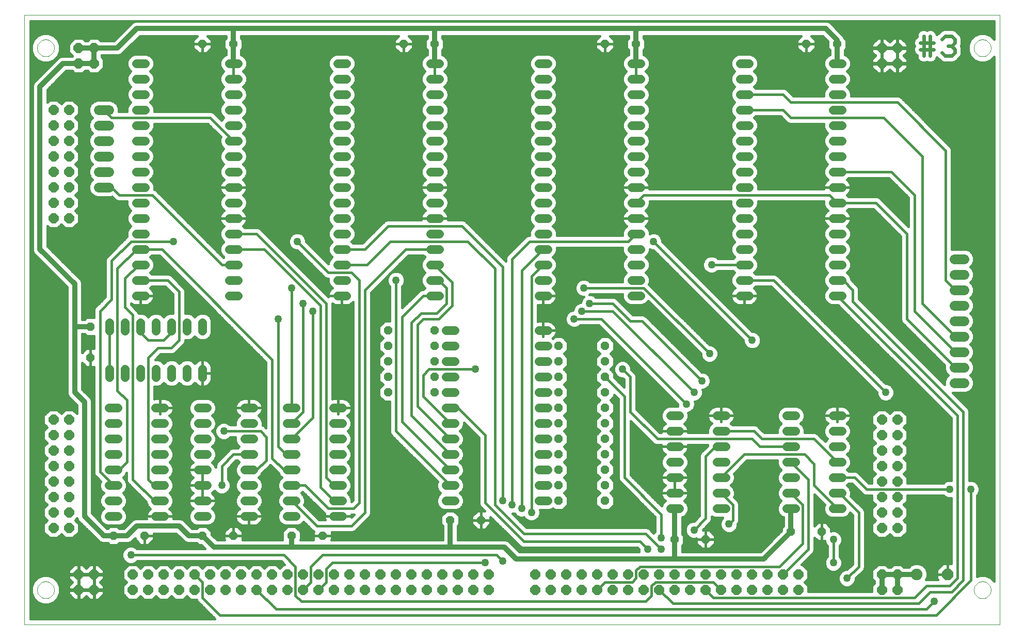
<source format=gtl>
G75*
%MOIN*%
%OFA0B0*%
%FSLAX24Y24*%
%IPPOS*%
%LPD*%
%AMOC8*
5,1,8,0,0,1.08239X$1,22.5*
%
%ADD10C,0.0000*%
%ADD11C,0.0230*%
%ADD12C,0.0560*%
%ADD13OC8,0.0640*%
%ADD14OC8,0.0560*%
%ADD15C,0.0750*%
%ADD16OC8,0.0750*%
%ADD17C,0.0640*%
%ADD18C,0.0160*%
%ADD19C,0.0320*%
%ADD20C,0.0500*%
D10*
X003890Y003890D02*
X003890Y043260D01*
X066882Y043260D01*
X066882Y003890D01*
X003890Y003890D01*
X004715Y006140D02*
X004717Y006187D01*
X004723Y006233D01*
X004733Y006279D01*
X004746Y006323D01*
X004764Y006367D01*
X004785Y006408D01*
X004809Y006448D01*
X004837Y006486D01*
X004868Y006521D01*
X004902Y006553D01*
X004938Y006582D01*
X004977Y006608D01*
X005017Y006631D01*
X005060Y006650D01*
X005104Y006666D01*
X005149Y006678D01*
X005195Y006686D01*
X005242Y006690D01*
X005288Y006690D01*
X005335Y006686D01*
X005381Y006678D01*
X005426Y006666D01*
X005470Y006650D01*
X005513Y006631D01*
X005553Y006608D01*
X005592Y006582D01*
X005628Y006553D01*
X005662Y006521D01*
X005693Y006486D01*
X005721Y006448D01*
X005745Y006408D01*
X005766Y006367D01*
X005784Y006323D01*
X005797Y006279D01*
X005807Y006233D01*
X005813Y006187D01*
X005815Y006140D01*
X005813Y006093D01*
X005807Y006047D01*
X005797Y006001D01*
X005784Y005957D01*
X005766Y005913D01*
X005745Y005872D01*
X005721Y005832D01*
X005693Y005794D01*
X005662Y005759D01*
X005628Y005727D01*
X005592Y005698D01*
X005553Y005672D01*
X005513Y005649D01*
X005470Y005630D01*
X005426Y005614D01*
X005381Y005602D01*
X005335Y005594D01*
X005288Y005590D01*
X005242Y005590D01*
X005195Y005594D01*
X005149Y005602D01*
X005104Y005614D01*
X005060Y005630D01*
X005017Y005649D01*
X004977Y005672D01*
X004938Y005698D01*
X004902Y005727D01*
X004868Y005759D01*
X004837Y005794D01*
X004809Y005832D01*
X004785Y005872D01*
X004764Y005913D01*
X004746Y005957D01*
X004733Y006001D01*
X004723Y006047D01*
X004717Y006093D01*
X004715Y006140D01*
X004715Y041140D02*
X004717Y041187D01*
X004723Y041233D01*
X004733Y041279D01*
X004746Y041323D01*
X004764Y041367D01*
X004785Y041408D01*
X004809Y041448D01*
X004837Y041486D01*
X004868Y041521D01*
X004902Y041553D01*
X004938Y041582D01*
X004977Y041608D01*
X005017Y041631D01*
X005060Y041650D01*
X005104Y041666D01*
X005149Y041678D01*
X005195Y041686D01*
X005242Y041690D01*
X005288Y041690D01*
X005335Y041686D01*
X005381Y041678D01*
X005426Y041666D01*
X005470Y041650D01*
X005513Y041631D01*
X005553Y041608D01*
X005592Y041582D01*
X005628Y041553D01*
X005662Y041521D01*
X005693Y041486D01*
X005721Y041448D01*
X005745Y041408D01*
X005766Y041367D01*
X005784Y041323D01*
X005797Y041279D01*
X005807Y041233D01*
X005813Y041187D01*
X005815Y041140D01*
X005813Y041093D01*
X005807Y041047D01*
X005797Y041001D01*
X005784Y040957D01*
X005766Y040913D01*
X005745Y040872D01*
X005721Y040832D01*
X005693Y040794D01*
X005662Y040759D01*
X005628Y040727D01*
X005592Y040698D01*
X005553Y040672D01*
X005513Y040649D01*
X005470Y040630D01*
X005426Y040614D01*
X005381Y040602D01*
X005335Y040594D01*
X005288Y040590D01*
X005242Y040590D01*
X005195Y040594D01*
X005149Y040602D01*
X005104Y040614D01*
X005060Y040630D01*
X005017Y040649D01*
X004977Y040672D01*
X004938Y040698D01*
X004902Y040727D01*
X004868Y040759D01*
X004837Y040794D01*
X004809Y040832D01*
X004785Y040872D01*
X004764Y040913D01*
X004746Y040957D01*
X004733Y041001D01*
X004723Y041047D01*
X004717Y041093D01*
X004715Y041140D01*
X065215Y041140D02*
X065217Y041187D01*
X065223Y041233D01*
X065233Y041279D01*
X065246Y041323D01*
X065264Y041367D01*
X065285Y041408D01*
X065309Y041448D01*
X065337Y041486D01*
X065368Y041521D01*
X065402Y041553D01*
X065438Y041582D01*
X065477Y041608D01*
X065517Y041631D01*
X065560Y041650D01*
X065604Y041666D01*
X065649Y041678D01*
X065695Y041686D01*
X065742Y041690D01*
X065788Y041690D01*
X065835Y041686D01*
X065881Y041678D01*
X065926Y041666D01*
X065970Y041650D01*
X066013Y041631D01*
X066053Y041608D01*
X066092Y041582D01*
X066128Y041553D01*
X066162Y041521D01*
X066193Y041486D01*
X066221Y041448D01*
X066245Y041408D01*
X066266Y041367D01*
X066284Y041323D01*
X066297Y041279D01*
X066307Y041233D01*
X066313Y041187D01*
X066315Y041140D01*
X066313Y041093D01*
X066307Y041047D01*
X066297Y041001D01*
X066284Y040957D01*
X066266Y040913D01*
X066245Y040872D01*
X066221Y040832D01*
X066193Y040794D01*
X066162Y040759D01*
X066128Y040727D01*
X066092Y040698D01*
X066053Y040672D01*
X066013Y040649D01*
X065970Y040630D01*
X065926Y040614D01*
X065881Y040602D01*
X065835Y040594D01*
X065788Y040590D01*
X065742Y040590D01*
X065695Y040594D01*
X065649Y040602D01*
X065604Y040614D01*
X065560Y040630D01*
X065517Y040649D01*
X065477Y040672D01*
X065438Y040698D01*
X065402Y040727D01*
X065368Y040759D01*
X065337Y040794D01*
X065309Y040832D01*
X065285Y040872D01*
X065264Y040913D01*
X065246Y040957D01*
X065233Y041001D01*
X065223Y041047D01*
X065217Y041093D01*
X065215Y041140D01*
X065215Y006140D02*
X065217Y006187D01*
X065223Y006233D01*
X065233Y006279D01*
X065246Y006323D01*
X065264Y006367D01*
X065285Y006408D01*
X065309Y006448D01*
X065337Y006486D01*
X065368Y006521D01*
X065402Y006553D01*
X065438Y006582D01*
X065477Y006608D01*
X065517Y006631D01*
X065560Y006650D01*
X065604Y006666D01*
X065649Y006678D01*
X065695Y006686D01*
X065742Y006690D01*
X065788Y006690D01*
X065835Y006686D01*
X065881Y006678D01*
X065926Y006666D01*
X065970Y006650D01*
X066013Y006631D01*
X066053Y006608D01*
X066092Y006582D01*
X066128Y006553D01*
X066162Y006521D01*
X066193Y006486D01*
X066221Y006448D01*
X066245Y006408D01*
X066266Y006367D01*
X066284Y006323D01*
X066297Y006279D01*
X066307Y006233D01*
X066313Y006187D01*
X066315Y006140D01*
X066313Y006093D01*
X066307Y006047D01*
X066297Y006001D01*
X066284Y005957D01*
X066266Y005913D01*
X066245Y005872D01*
X066221Y005832D01*
X066193Y005794D01*
X066162Y005759D01*
X066128Y005727D01*
X066092Y005698D01*
X066053Y005672D01*
X066013Y005649D01*
X065970Y005630D01*
X065926Y005614D01*
X065881Y005602D01*
X065835Y005594D01*
X065788Y005590D01*
X065742Y005590D01*
X065695Y005594D01*
X065649Y005602D01*
X065604Y005614D01*
X065560Y005630D01*
X065517Y005649D01*
X065477Y005672D01*
X065438Y005698D01*
X065402Y005727D01*
X065368Y005759D01*
X065337Y005794D01*
X065309Y005832D01*
X065285Y005872D01*
X065264Y005913D01*
X065246Y005957D01*
X065233Y006001D01*
X065223Y006047D01*
X065217Y006093D01*
X065215Y006140D01*
D11*
X063772Y040630D02*
X063348Y040630D01*
X063136Y040842D01*
X062602Y041054D02*
X061755Y041054D01*
X061755Y041477D02*
X062391Y041477D01*
X062602Y041477D01*
X062391Y041901D02*
X062391Y040630D01*
X061967Y040630D02*
X061967Y041901D01*
X063136Y041689D02*
X063348Y041901D01*
X063772Y041901D01*
X063984Y041689D01*
X063984Y041477D01*
X063772Y041266D01*
X063984Y041054D01*
X063984Y040842D01*
X063772Y040630D01*
X063772Y041266D02*
X063560Y041266D01*
D12*
X056670Y040140D02*
X056110Y040140D01*
X056110Y039140D02*
X056670Y039140D01*
X056670Y038140D02*
X056110Y038140D01*
X056110Y037140D02*
X056670Y037140D01*
X056670Y036140D02*
X056110Y036140D01*
X056110Y035140D02*
X056670Y035140D01*
X056670Y034140D02*
X056110Y034140D01*
X056110Y033140D02*
X056670Y033140D01*
X056670Y032140D02*
X056110Y032140D01*
X056110Y031140D02*
X056670Y031140D01*
X056670Y030140D02*
X056110Y030140D01*
X056110Y029140D02*
X056670Y029140D01*
X056670Y028140D02*
X056110Y028140D01*
X056110Y027140D02*
X056670Y027140D01*
X056670Y026140D02*
X056110Y026140D01*
X056110Y025140D02*
X056670Y025140D01*
X050670Y025140D02*
X050110Y025140D01*
X050110Y026140D02*
X050670Y026140D01*
X050670Y027140D02*
X050110Y027140D01*
X050110Y028140D02*
X050670Y028140D01*
X050670Y029140D02*
X050110Y029140D01*
X050110Y030140D02*
X050670Y030140D01*
X050670Y031140D02*
X050110Y031140D01*
X050110Y032140D02*
X050670Y032140D01*
X050670Y033140D02*
X050110Y033140D01*
X050110Y034140D02*
X050670Y034140D01*
X050670Y035140D02*
X050110Y035140D01*
X050110Y036140D02*
X050670Y036140D01*
X050670Y037140D02*
X050110Y037140D01*
X050110Y038140D02*
X050670Y038140D01*
X050670Y039140D02*
X050110Y039140D01*
X050110Y040140D02*
X050670Y040140D01*
X043670Y040140D02*
X043110Y040140D01*
X043110Y039140D02*
X043670Y039140D01*
X043670Y038140D02*
X043110Y038140D01*
X043110Y037140D02*
X043670Y037140D01*
X043670Y036140D02*
X043110Y036140D01*
X043110Y035140D02*
X043670Y035140D01*
X043670Y034140D02*
X043110Y034140D01*
X043110Y033140D02*
X043670Y033140D01*
X043670Y032140D02*
X043110Y032140D01*
X043110Y031140D02*
X043670Y031140D01*
X043670Y030140D02*
X043110Y030140D01*
X043110Y029140D02*
X043670Y029140D01*
X043670Y028140D02*
X043110Y028140D01*
X043110Y027140D02*
X043670Y027140D01*
X043670Y026140D02*
X043110Y026140D01*
X043110Y025140D02*
X043670Y025140D01*
X037670Y025140D02*
X037110Y025140D01*
X037110Y026140D02*
X037670Y026140D01*
X037670Y027140D02*
X037110Y027140D01*
X037110Y028140D02*
X037670Y028140D01*
X037670Y029140D02*
X037110Y029140D01*
X037110Y030140D02*
X037670Y030140D01*
X037670Y031140D02*
X037110Y031140D01*
X037110Y032140D02*
X037670Y032140D01*
X037670Y033140D02*
X037110Y033140D01*
X037110Y034140D02*
X037670Y034140D01*
X037670Y035140D02*
X037110Y035140D01*
X037110Y036140D02*
X037670Y036140D01*
X037670Y037140D02*
X037110Y037140D01*
X037110Y038140D02*
X037670Y038140D01*
X037670Y039140D02*
X037110Y039140D01*
X037110Y040140D02*
X037670Y040140D01*
X030670Y040140D02*
X030110Y040140D01*
X030110Y039140D02*
X030670Y039140D01*
X030670Y038140D02*
X030110Y038140D01*
X030110Y037140D02*
X030670Y037140D01*
X030670Y036140D02*
X030110Y036140D01*
X030110Y035140D02*
X030670Y035140D01*
X030670Y034140D02*
X030110Y034140D01*
X030110Y033140D02*
X030670Y033140D01*
X030670Y032140D02*
X030110Y032140D01*
X030110Y031140D02*
X030670Y031140D01*
X030670Y030140D02*
X030110Y030140D01*
X030110Y029140D02*
X030670Y029140D01*
X030670Y028140D02*
X030110Y028140D01*
X030110Y027140D02*
X030670Y027140D01*
X030670Y026140D02*
X030110Y026140D01*
X030110Y025140D02*
X030670Y025140D01*
X031110Y022890D02*
X031670Y022890D01*
X031670Y021890D02*
X031110Y021890D01*
X031110Y020890D02*
X031670Y020890D01*
X031670Y019890D02*
X031110Y019890D01*
X031110Y018890D02*
X031670Y018890D01*
X031670Y017890D02*
X031110Y017890D01*
X031110Y016890D02*
X031670Y016890D01*
X031670Y015890D02*
X031110Y015890D01*
X031110Y014890D02*
X031670Y014890D01*
X031670Y013890D02*
X031110Y013890D01*
X031110Y012890D02*
X031670Y012890D01*
X031670Y011890D02*
X031110Y011890D01*
X037110Y011890D02*
X037670Y011890D01*
X037670Y012890D02*
X037110Y012890D01*
X037110Y013890D02*
X037670Y013890D01*
X037670Y014890D02*
X037110Y014890D01*
X037110Y015890D02*
X037670Y015890D01*
X037670Y016890D02*
X037110Y016890D01*
X037110Y017890D02*
X037670Y017890D01*
X037670Y018890D02*
X037110Y018890D01*
X037110Y019890D02*
X037670Y019890D01*
X037670Y020890D02*
X037110Y020890D01*
X037110Y021890D02*
X037670Y021890D01*
X037670Y022890D02*
X037110Y022890D01*
X045610Y017390D02*
X046170Y017390D01*
X046170Y016390D02*
X045610Y016390D01*
X045610Y015390D02*
X046170Y015390D01*
X046170Y014390D02*
X045610Y014390D01*
X045610Y013390D02*
X046170Y013390D01*
X046170Y012390D02*
X045610Y012390D01*
X045610Y011390D02*
X046170Y011390D01*
X048610Y011390D02*
X049170Y011390D01*
X049170Y012390D02*
X048610Y012390D01*
X048610Y013390D02*
X049170Y013390D01*
X049170Y014390D02*
X048610Y014390D01*
X048610Y015390D02*
X049170Y015390D01*
X049170Y016390D02*
X048610Y016390D01*
X048610Y017390D02*
X049170Y017390D01*
X053110Y017390D02*
X053670Y017390D01*
X053670Y016390D02*
X053110Y016390D01*
X053110Y015390D02*
X053670Y015390D01*
X053670Y014390D02*
X053110Y014390D01*
X053110Y013390D02*
X053670Y013390D01*
X053670Y012390D02*
X053110Y012390D01*
X053110Y011390D02*
X053670Y011390D01*
X056110Y011390D02*
X056670Y011390D01*
X056670Y012390D02*
X056110Y012390D01*
X056110Y013390D02*
X056670Y013390D01*
X056670Y014390D02*
X056110Y014390D01*
X056110Y015390D02*
X056670Y015390D01*
X056670Y016390D02*
X056110Y016390D01*
X056110Y017390D02*
X056670Y017390D01*
X024420Y016890D02*
X023860Y016890D01*
X023860Y015890D02*
X024420Y015890D01*
X024420Y014890D02*
X023860Y014890D01*
X023860Y013890D02*
X024420Y013890D01*
X024420Y012890D02*
X023860Y012890D01*
X023860Y011890D02*
X024420Y011890D01*
X024420Y010890D02*
X023860Y010890D01*
X021420Y010890D02*
X020860Y010890D01*
X020860Y011890D02*
X021420Y011890D01*
X021420Y012890D02*
X020860Y012890D01*
X020860Y013890D02*
X021420Y013890D01*
X021420Y014890D02*
X020860Y014890D01*
X020860Y015890D02*
X021420Y015890D01*
X021420Y016890D02*
X020860Y016890D01*
X020860Y017890D02*
X021420Y017890D01*
X023860Y017890D02*
X024420Y017890D01*
X018670Y017890D02*
X018110Y017890D01*
X018110Y016890D02*
X018670Y016890D01*
X018670Y015890D02*
X018110Y015890D01*
X018110Y014890D02*
X018670Y014890D01*
X018670Y013890D02*
X018110Y013890D01*
X018110Y012890D02*
X018670Y012890D01*
X018670Y011890D02*
X018110Y011890D01*
X018110Y010890D02*
X018670Y010890D01*
X015670Y010890D02*
X015110Y010890D01*
X015110Y011890D02*
X015670Y011890D01*
X015670Y012890D02*
X015110Y012890D01*
X015110Y013890D02*
X015670Y013890D01*
X015670Y014890D02*
X015110Y014890D01*
X015110Y015890D02*
X015670Y015890D01*
X015670Y016890D02*
X015110Y016890D01*
X015110Y017890D02*
X015670Y017890D01*
X012920Y017890D02*
X012360Y017890D01*
X012360Y016890D02*
X012920Y016890D01*
X012920Y015890D02*
X012360Y015890D01*
X012360Y014890D02*
X012920Y014890D01*
X012920Y013890D02*
X012360Y013890D01*
X012360Y012890D02*
X012920Y012890D01*
X012920Y011890D02*
X012360Y011890D01*
X012360Y010890D02*
X012920Y010890D01*
X009920Y010890D02*
X009360Y010890D01*
X009360Y011890D02*
X009920Y011890D01*
X009920Y012890D02*
X009360Y012890D01*
X009360Y013890D02*
X009920Y013890D01*
X009920Y014890D02*
X009360Y014890D01*
X009360Y015890D02*
X009920Y015890D01*
X009920Y016890D02*
X009360Y016890D01*
X009360Y017890D02*
X009920Y017890D01*
X010390Y019860D02*
X010390Y020420D01*
X009390Y020420D02*
X009390Y019860D01*
X011390Y019860D02*
X011390Y020420D01*
X012390Y020420D02*
X012390Y019860D01*
X013390Y019860D02*
X013390Y020420D01*
X014390Y020420D02*
X014390Y019860D01*
X015390Y019860D02*
X015390Y020420D01*
X015390Y022860D02*
X015390Y023420D01*
X014390Y023420D02*
X014390Y022860D01*
X013390Y022860D02*
X013390Y023420D01*
X012390Y023420D02*
X012390Y022860D01*
X011390Y022860D02*
X011390Y023420D01*
X010390Y023420D02*
X010390Y022860D01*
X009390Y022860D02*
X009390Y023420D01*
X011110Y025140D02*
X011670Y025140D01*
X011670Y026140D02*
X011110Y026140D01*
X011110Y027140D02*
X011670Y027140D01*
X011670Y028140D02*
X011110Y028140D01*
X011110Y029140D02*
X011670Y029140D01*
X011670Y030140D02*
X011110Y030140D01*
X011110Y031140D02*
X011670Y031140D01*
X011670Y032140D02*
X011110Y032140D01*
X011110Y033140D02*
X011670Y033140D01*
X011670Y034140D02*
X011110Y034140D01*
X011110Y035140D02*
X011670Y035140D01*
X011670Y036140D02*
X011110Y036140D01*
X011110Y037140D02*
X011670Y037140D01*
X011670Y038140D02*
X011110Y038140D01*
X011110Y039140D02*
X011670Y039140D01*
X011670Y040140D02*
X011110Y040140D01*
X017110Y040140D02*
X017670Y040140D01*
X017670Y039140D02*
X017110Y039140D01*
X017110Y038140D02*
X017670Y038140D01*
X017670Y037140D02*
X017110Y037140D01*
X017110Y036140D02*
X017670Y036140D01*
X017670Y035140D02*
X017110Y035140D01*
X017110Y034140D02*
X017670Y034140D01*
X017670Y033140D02*
X017110Y033140D01*
X017110Y032140D02*
X017670Y032140D01*
X017670Y031140D02*
X017110Y031140D01*
X017110Y030140D02*
X017670Y030140D01*
X017670Y029140D02*
X017110Y029140D01*
X017110Y028140D02*
X017670Y028140D01*
X017670Y027140D02*
X017110Y027140D01*
X017110Y026140D02*
X017670Y026140D01*
X017670Y025140D02*
X017110Y025140D01*
X024110Y025140D02*
X024670Y025140D01*
X024670Y026140D02*
X024110Y026140D01*
X024110Y027140D02*
X024670Y027140D01*
X024670Y028140D02*
X024110Y028140D01*
X024110Y029140D02*
X024670Y029140D01*
X024670Y030140D02*
X024110Y030140D01*
X024110Y031140D02*
X024670Y031140D01*
X024670Y032140D02*
X024110Y032140D01*
X024110Y033140D02*
X024670Y033140D01*
X024670Y034140D02*
X024110Y034140D01*
X024110Y035140D02*
X024670Y035140D01*
X024670Y036140D02*
X024110Y036140D01*
X024110Y037140D02*
X024670Y037140D01*
X024670Y038140D02*
X024110Y038140D01*
X024110Y039140D02*
X024670Y039140D01*
X024670Y040140D02*
X024110Y040140D01*
D13*
X008390Y040140D03*
X007390Y040140D03*
X007390Y041140D03*
X008390Y041140D03*
X006765Y037140D03*
X005765Y037140D03*
X005765Y036140D03*
X006765Y036140D03*
X006765Y035140D03*
X005765Y035140D03*
X005765Y034140D03*
X006765Y034140D03*
X006765Y033140D03*
X005765Y033140D03*
X005765Y032140D03*
X006765Y032140D03*
X006765Y031140D03*
X005765Y031140D03*
X005765Y030140D03*
X006765Y030140D03*
X006765Y017140D03*
X005765Y017140D03*
X005765Y016140D03*
X006765Y016140D03*
X006765Y015140D03*
X005765Y015140D03*
X005765Y014140D03*
X006765Y014140D03*
X006765Y013140D03*
X005765Y013140D03*
X005765Y012140D03*
X006765Y012140D03*
X006765Y011140D03*
X005765Y011140D03*
X005765Y010140D03*
X006765Y010140D03*
X007390Y007140D03*
X008390Y007140D03*
X008390Y006140D03*
X007390Y006140D03*
X010890Y006140D03*
X011890Y006140D03*
X011890Y007140D03*
X010890Y007140D03*
X012890Y007140D03*
X013890Y007140D03*
X014890Y007140D03*
X014890Y006140D03*
X013890Y006140D03*
X012890Y006140D03*
X015890Y006140D03*
X016890Y006140D03*
X016890Y007140D03*
X015890Y007140D03*
X017890Y007140D03*
X018890Y007140D03*
X018890Y006140D03*
X017890Y006140D03*
X019890Y006140D03*
X020890Y006140D03*
X021890Y006140D03*
X021890Y007140D03*
X020890Y007140D03*
X019890Y007140D03*
X022890Y007140D03*
X023890Y007140D03*
X023890Y006140D03*
X022890Y006140D03*
X024890Y006140D03*
X025890Y006140D03*
X026890Y006140D03*
X026890Y007140D03*
X025890Y007140D03*
X024890Y007140D03*
X027890Y007140D03*
X028890Y007140D03*
X028890Y006140D03*
X027890Y006140D03*
X029890Y006140D03*
X030890Y006140D03*
X031890Y006140D03*
X031890Y007140D03*
X030890Y007140D03*
X029890Y007140D03*
X032890Y007140D03*
X033890Y007140D03*
X033890Y006140D03*
X032890Y006140D03*
X036890Y006140D03*
X037890Y006140D03*
X038890Y006140D03*
X038890Y007140D03*
X037890Y007140D03*
X036890Y007140D03*
X039890Y007140D03*
X040890Y007140D03*
X040890Y006140D03*
X039890Y006140D03*
X041890Y006140D03*
X042890Y006140D03*
X043890Y006140D03*
X043890Y007140D03*
X042890Y007140D03*
X041890Y007140D03*
X044890Y007140D03*
X045890Y007140D03*
X045890Y006140D03*
X044890Y006140D03*
X046890Y006140D03*
X047890Y006140D03*
X048890Y006140D03*
X048890Y007140D03*
X047890Y007140D03*
X046890Y007140D03*
X049890Y007140D03*
X050890Y007140D03*
X050890Y006140D03*
X049890Y006140D03*
X051890Y006140D03*
X052890Y006140D03*
X052890Y007140D03*
X051890Y007140D03*
X053890Y007140D03*
X053890Y006140D03*
X059265Y006140D03*
X060265Y006140D03*
X060265Y007140D03*
X059265Y007140D03*
X059265Y010140D03*
X060265Y010140D03*
X060265Y011140D03*
X059265Y011140D03*
X059265Y012140D03*
X060265Y012140D03*
X060265Y013140D03*
X059265Y013140D03*
X059265Y014140D03*
X060265Y014140D03*
X060265Y015140D03*
X059265Y015140D03*
X059265Y016140D03*
X060265Y016140D03*
X060265Y017140D03*
X059265Y017140D03*
X059265Y040140D03*
X060265Y040140D03*
X060265Y041140D03*
X059265Y041140D03*
D14*
X056390Y041390D03*
X054390Y041390D03*
X043390Y041390D03*
X041390Y041390D03*
X030390Y041390D03*
X028390Y041390D03*
X017390Y041390D03*
X015390Y041390D03*
X008140Y023140D03*
X008140Y021140D03*
X009640Y009640D03*
X011640Y009640D03*
X015390Y009640D03*
X017390Y009640D03*
X021140Y009640D03*
X023140Y009640D03*
X031390Y010640D03*
X033390Y010640D03*
X038390Y011890D03*
X038390Y012890D03*
X038390Y013890D03*
X038390Y014890D03*
X038390Y015890D03*
X038390Y016890D03*
X038390Y017890D03*
X038390Y018890D03*
X038390Y019890D03*
X038390Y020890D03*
X038390Y021890D03*
X041390Y021890D03*
X041390Y020890D03*
X041390Y019890D03*
X041390Y018890D03*
X041390Y017890D03*
X041390Y016890D03*
X041390Y015890D03*
X041390Y014890D03*
X041390Y013890D03*
X041390Y012890D03*
X041390Y011890D03*
X045890Y009390D03*
X047890Y009390D03*
X053390Y009890D03*
X055390Y009890D03*
X030390Y018890D03*
X030390Y019890D03*
X030390Y020890D03*
X030390Y021890D03*
X030390Y022890D03*
X027390Y022890D03*
X027390Y021890D03*
X027390Y020890D03*
X027390Y019890D03*
X027390Y018890D03*
D15*
X061515Y007140D03*
D16*
X063515Y007140D03*
D17*
X063945Y019515D02*
X064585Y019515D01*
X064585Y020515D02*
X063945Y020515D01*
X063945Y021515D02*
X064585Y021515D01*
X064585Y022515D02*
X063945Y022515D01*
X063945Y023515D02*
X064585Y023515D01*
X064585Y024515D02*
X063945Y024515D01*
X063945Y025515D02*
X064585Y025515D01*
X064585Y026515D02*
X063945Y026515D01*
X063945Y027515D02*
X064585Y027515D01*
X009335Y032140D02*
X008695Y032140D01*
X008695Y033140D02*
X009335Y033140D01*
X009335Y034140D02*
X008695Y034140D01*
X008695Y035140D02*
X009335Y035140D01*
X009335Y036140D02*
X008695Y036140D01*
X008695Y037140D02*
X009335Y037140D01*
D18*
X009015Y037140D02*
X009515Y036640D01*
X015890Y036640D01*
X017390Y035140D01*
X018019Y035640D02*
X018179Y035800D01*
X018270Y036021D01*
X018270Y036259D01*
X018179Y036480D01*
X018019Y036640D01*
X018179Y036800D01*
X018270Y037021D01*
X018270Y037259D01*
X018179Y037480D01*
X018019Y037640D01*
X018179Y037800D01*
X018270Y038021D01*
X018270Y038259D01*
X018179Y038480D01*
X018019Y038640D01*
X018179Y038800D01*
X018270Y039021D01*
X018270Y039259D01*
X018179Y039480D01*
X018019Y039640D01*
X018179Y039800D01*
X018270Y040021D01*
X018270Y040259D01*
X018179Y040480D01*
X018010Y040649D01*
X017870Y040707D01*
X017870Y041021D01*
X017990Y041141D01*
X017990Y041639D01*
X017870Y041759D01*
X017870Y041910D01*
X028061Y041910D01*
X027790Y041639D01*
X027790Y041390D01*
X028390Y041390D01*
X028990Y041390D01*
X028990Y041639D01*
X028719Y041910D01*
X029910Y041910D01*
X029910Y041759D01*
X029790Y041639D01*
X029790Y041141D01*
X029910Y041021D01*
X029910Y040707D01*
X029770Y040649D01*
X029601Y040480D01*
X029510Y040259D01*
X029510Y040021D01*
X029601Y039800D01*
X029761Y039640D01*
X029601Y039480D01*
X029510Y039259D01*
X029510Y039021D01*
X029601Y038800D01*
X029761Y038640D01*
X029601Y038480D01*
X029510Y038259D01*
X029510Y038021D01*
X029601Y037800D01*
X029761Y037640D01*
X029601Y037480D01*
X029510Y037259D01*
X029510Y037021D01*
X029601Y036800D01*
X029761Y036640D01*
X029601Y036480D01*
X029510Y036259D01*
X029510Y036021D01*
X029601Y035800D01*
X029761Y035640D01*
X029601Y035480D01*
X029510Y035259D01*
X029510Y035021D01*
X029601Y034800D01*
X029761Y034640D01*
X029601Y034480D01*
X029510Y034259D01*
X029510Y034021D01*
X029601Y033800D01*
X029761Y033640D01*
X029601Y033480D01*
X029510Y033259D01*
X029510Y033021D01*
X029601Y032800D01*
X029768Y032633D01*
X029719Y032598D01*
X029652Y032531D01*
X029597Y032454D01*
X029554Y032370D01*
X029525Y032280D01*
X029510Y032187D01*
X029510Y032140D01*
X030390Y032140D01*
X031270Y032140D01*
X031270Y032187D01*
X031255Y032280D01*
X031226Y032370D01*
X031183Y032454D01*
X031128Y032531D01*
X031061Y032598D01*
X031012Y032633D01*
X031179Y032800D01*
X031270Y033021D01*
X031270Y033259D01*
X031179Y033480D01*
X031019Y033640D01*
X031179Y033800D01*
X031270Y034021D01*
X031270Y034259D01*
X031179Y034480D01*
X031019Y034640D01*
X031179Y034800D01*
X031270Y035021D01*
X031270Y035259D01*
X031179Y035480D01*
X031019Y035640D01*
X031179Y035800D01*
X031270Y036021D01*
X031270Y036259D01*
X031179Y036480D01*
X031019Y036640D01*
X031179Y036800D01*
X031270Y037021D01*
X031270Y037259D01*
X031179Y037480D01*
X031019Y037640D01*
X031179Y037800D01*
X031270Y038021D01*
X031270Y038259D01*
X031179Y038480D01*
X031019Y038640D01*
X031179Y038800D01*
X031270Y039021D01*
X031270Y039259D01*
X031179Y039480D01*
X031019Y039640D01*
X031179Y039800D01*
X031270Y040021D01*
X031270Y040259D01*
X031179Y040480D01*
X031010Y040649D01*
X030870Y040707D01*
X030870Y041021D01*
X030990Y041141D01*
X030990Y041639D01*
X030870Y041759D01*
X030870Y041910D01*
X041061Y041910D01*
X040790Y041639D01*
X040790Y041390D01*
X041390Y041390D01*
X041990Y041390D01*
X041990Y041639D01*
X041719Y041910D01*
X042910Y041910D01*
X042910Y041759D01*
X042790Y041639D01*
X042790Y041141D01*
X042910Y041021D01*
X042910Y040707D01*
X042770Y040649D01*
X042601Y040480D01*
X042510Y040259D01*
X042510Y040021D01*
X042601Y039800D01*
X042761Y039640D01*
X042601Y039480D01*
X042510Y039259D01*
X042510Y039021D01*
X042601Y038800D01*
X042761Y038640D01*
X042601Y038480D01*
X042510Y038259D01*
X042510Y038021D01*
X042601Y037800D01*
X042761Y037640D01*
X042601Y037480D01*
X042510Y037259D01*
X042510Y037021D01*
X042601Y036800D01*
X042761Y036640D01*
X042601Y036480D01*
X042510Y036259D01*
X042510Y036021D01*
X042601Y035800D01*
X042761Y035640D01*
X042601Y035480D01*
X042510Y035259D01*
X042510Y035021D01*
X042601Y034800D01*
X042761Y034640D01*
X042601Y034480D01*
X042510Y034259D01*
X042510Y034021D01*
X042601Y033800D01*
X042761Y033640D01*
X042601Y033480D01*
X042510Y033259D01*
X042510Y033021D01*
X042601Y032800D01*
X042768Y032633D01*
X042719Y032598D01*
X042652Y032531D01*
X042597Y032454D01*
X042554Y032370D01*
X042525Y032280D01*
X042510Y032187D01*
X042510Y032140D01*
X043390Y032140D01*
X044270Y032140D01*
X044270Y032187D01*
X044255Y032280D01*
X044226Y032370D01*
X044183Y032454D01*
X044128Y032531D01*
X044061Y032598D01*
X044012Y032633D01*
X044179Y032800D01*
X044270Y033021D01*
X044270Y033259D01*
X044179Y033480D01*
X044019Y033640D01*
X044179Y033800D01*
X044270Y034021D01*
X044270Y034259D01*
X044179Y034480D01*
X044019Y034640D01*
X044179Y034800D01*
X044270Y035021D01*
X044270Y035259D01*
X044179Y035480D01*
X044019Y035640D01*
X044179Y035800D01*
X044270Y036021D01*
X044270Y036259D01*
X044179Y036480D01*
X044019Y036640D01*
X044179Y036800D01*
X044270Y037021D01*
X044270Y037259D01*
X044179Y037480D01*
X044019Y037640D01*
X044179Y037800D01*
X044270Y038021D01*
X044270Y038259D01*
X044179Y038480D01*
X044019Y038640D01*
X044179Y038800D01*
X044270Y039021D01*
X044270Y039259D01*
X044179Y039480D01*
X044019Y039640D01*
X044179Y039800D01*
X044270Y040021D01*
X044270Y040259D01*
X044179Y040480D01*
X044010Y040649D01*
X043870Y040707D01*
X043870Y041021D01*
X043990Y041141D01*
X043990Y041639D01*
X043870Y041759D01*
X043870Y041910D01*
X054061Y041910D01*
X053790Y041639D01*
X053790Y041390D01*
X054390Y041390D01*
X054990Y041390D01*
X054990Y041639D01*
X054719Y041910D01*
X055441Y041910D01*
X055790Y041561D01*
X055790Y041141D01*
X055910Y041021D01*
X055910Y040707D01*
X055770Y040649D01*
X055601Y040480D01*
X055510Y040259D01*
X055510Y040021D01*
X055601Y039800D01*
X055761Y039640D01*
X055601Y039480D01*
X055510Y039259D01*
X055510Y039021D01*
X055601Y038800D01*
X055761Y038640D01*
X055601Y038480D01*
X055510Y038259D01*
X055510Y038040D01*
X053556Y038040D01*
X053229Y038367D01*
X053117Y038479D01*
X052970Y038540D01*
X051119Y038540D01*
X051019Y038640D01*
X051179Y038800D01*
X051270Y039021D01*
X051270Y039259D01*
X051179Y039480D01*
X051019Y039640D01*
X051179Y039800D01*
X051270Y040021D01*
X051270Y040259D01*
X051179Y040480D01*
X051010Y040649D01*
X050789Y040740D01*
X049991Y040740D01*
X049770Y040649D01*
X049601Y040480D01*
X049510Y040259D01*
X049510Y040021D01*
X049601Y039800D01*
X049761Y039640D01*
X049601Y039480D01*
X049510Y039259D01*
X049510Y039021D01*
X049601Y038800D01*
X049761Y038640D01*
X049601Y038480D01*
X049510Y038259D01*
X049510Y038021D01*
X049601Y037800D01*
X049761Y037640D01*
X049601Y037480D01*
X049510Y037259D01*
X049510Y037021D01*
X049601Y036800D01*
X049761Y036640D01*
X049601Y036480D01*
X049510Y036259D01*
X049510Y036021D01*
X049601Y035800D01*
X049761Y035640D01*
X049601Y035480D01*
X049510Y035259D01*
X049510Y035021D01*
X049601Y034800D01*
X049761Y034640D01*
X049601Y034480D01*
X049510Y034259D01*
X049510Y034021D01*
X049601Y033800D01*
X049761Y033640D01*
X049601Y033480D01*
X049510Y033259D01*
X049510Y033021D01*
X049601Y032800D01*
X049761Y032640D01*
X049601Y032480D01*
X049510Y032259D01*
X049510Y032040D01*
X044262Y032040D01*
X044270Y032093D01*
X044270Y032140D01*
X043390Y032140D01*
X043390Y032140D01*
X043390Y032140D01*
X042510Y032140D01*
X042510Y032093D01*
X042525Y031999D01*
X042554Y031910D01*
X042597Y031826D01*
X042652Y031749D01*
X042719Y031682D01*
X042768Y031647D01*
X042601Y031480D01*
X042510Y031259D01*
X042510Y031021D01*
X042601Y030800D01*
X042768Y030633D01*
X042719Y030598D01*
X042652Y030531D01*
X042597Y030454D01*
X042554Y030370D01*
X042525Y030280D01*
X042510Y030187D01*
X042510Y030140D01*
X043390Y030140D01*
X044270Y030140D01*
X044270Y030187D01*
X044255Y030280D01*
X044226Y030370D01*
X044183Y030454D01*
X044128Y030531D01*
X044061Y030598D01*
X044012Y030633D01*
X044179Y030800D01*
X044270Y031021D01*
X044270Y031240D01*
X049510Y031240D01*
X049510Y031021D01*
X049601Y030800D01*
X049761Y030640D01*
X049601Y030480D01*
X049510Y030259D01*
X049510Y030021D01*
X049601Y029800D01*
X049761Y029640D01*
X049601Y029480D01*
X049510Y029259D01*
X049510Y029021D01*
X049601Y028800D01*
X049761Y028640D01*
X049601Y028480D01*
X049510Y028259D01*
X049510Y028021D01*
X049601Y027800D01*
X049761Y027640D01*
X049661Y027540D01*
X048671Y027540D01*
X048588Y027623D01*
X048378Y027710D01*
X048152Y027710D01*
X047942Y027623D01*
X047782Y027463D01*
X047695Y027253D01*
X047695Y027027D01*
X047782Y026817D01*
X047942Y026657D01*
X048152Y026570D01*
X048378Y026570D01*
X048588Y026657D01*
X048671Y026740D01*
X049661Y026740D01*
X049761Y026640D01*
X049601Y026480D01*
X049510Y026259D01*
X049510Y026021D01*
X049601Y025800D01*
X049768Y025633D01*
X049719Y025598D01*
X049652Y025531D01*
X049597Y025454D01*
X049554Y025370D01*
X049525Y025280D01*
X049510Y025187D01*
X049510Y025140D01*
X050390Y025140D01*
X051270Y025140D01*
X051270Y025187D01*
X051255Y025280D01*
X051226Y025370D01*
X051183Y025454D01*
X051128Y025531D01*
X051061Y025598D01*
X051012Y025633D01*
X051119Y025740D01*
X052099Y025740D01*
X058945Y018894D01*
X058945Y018777D01*
X059032Y018567D01*
X059192Y018407D01*
X059402Y018320D01*
X059628Y018320D01*
X059838Y018407D01*
X059998Y018567D01*
X060085Y018777D01*
X060085Y019003D01*
X059998Y019213D01*
X059838Y019373D01*
X059628Y019460D01*
X059511Y019460D01*
X052604Y026367D01*
X052492Y026479D01*
X052345Y026540D01*
X051119Y026540D01*
X051019Y026640D01*
X051179Y026800D01*
X051270Y027021D01*
X051270Y027259D01*
X051179Y027480D01*
X051019Y027640D01*
X051179Y027800D01*
X051270Y028021D01*
X051270Y028259D01*
X051179Y028480D01*
X051019Y028640D01*
X051179Y028800D01*
X051270Y029021D01*
X051270Y029259D01*
X051179Y029480D01*
X051019Y029640D01*
X051179Y029800D01*
X051270Y030021D01*
X051270Y030259D01*
X051179Y030480D01*
X051019Y030640D01*
X051179Y030800D01*
X051270Y031021D01*
X051270Y031240D01*
X055510Y031240D01*
X055510Y031021D01*
X055601Y030800D01*
X055768Y030633D01*
X055719Y030598D01*
X055652Y030531D01*
X055597Y030454D01*
X055554Y030370D01*
X055525Y030280D01*
X055510Y030187D01*
X055510Y030140D01*
X056390Y030140D01*
X057270Y030140D01*
X057270Y030187D01*
X057255Y030280D01*
X057226Y030370D01*
X057183Y030454D01*
X057128Y030531D01*
X057061Y030598D01*
X057012Y030633D01*
X057119Y030740D01*
X058724Y030740D01*
X060490Y028974D01*
X060490Y023560D01*
X060551Y023413D01*
X063310Y020654D01*
X063305Y020642D01*
X063305Y020388D01*
X063402Y020152D01*
X063540Y020015D01*
X063402Y019878D01*
X063305Y019642D01*
X063305Y019416D01*
X057790Y024931D01*
X057790Y025595D01*
X057729Y025742D01*
X057270Y026201D01*
X057270Y026259D01*
X057179Y026480D01*
X057019Y026640D01*
X057179Y026800D01*
X057270Y027021D01*
X057270Y027259D01*
X057179Y027480D01*
X057019Y027640D01*
X057179Y027800D01*
X057270Y028021D01*
X057270Y028259D01*
X057179Y028480D01*
X057019Y028640D01*
X057179Y028800D01*
X057270Y029021D01*
X057270Y029259D01*
X057179Y029480D01*
X057012Y029647D01*
X057061Y029682D01*
X057128Y029749D01*
X057183Y029826D01*
X057226Y029910D01*
X057255Y029999D01*
X057270Y030093D01*
X057270Y030140D01*
X056390Y030140D01*
X056390Y030140D01*
X056390Y030140D01*
X055510Y030140D01*
X055510Y030093D01*
X055525Y029999D01*
X055554Y029910D01*
X055597Y029826D01*
X055652Y029749D01*
X055719Y029682D01*
X055768Y029647D01*
X055601Y029480D01*
X055510Y029259D01*
X055510Y029021D01*
X055601Y028800D01*
X055761Y028640D01*
X055601Y028480D01*
X055510Y028259D01*
X055510Y028021D01*
X055601Y027800D01*
X055761Y027640D01*
X055601Y027480D01*
X055510Y027259D01*
X055510Y027021D01*
X055601Y026800D01*
X055761Y026640D01*
X055601Y026480D01*
X055510Y026259D01*
X055510Y026021D01*
X055601Y025800D01*
X055761Y025640D01*
X055601Y025480D01*
X055510Y025259D01*
X055510Y025021D01*
X055601Y024800D01*
X055770Y024631D01*
X055991Y024540D01*
X056424Y024540D01*
X063740Y017224D01*
X063740Y013210D01*
X063527Y013210D01*
X063317Y013123D01*
X063234Y013040D01*
X060905Y013040D01*
X060905Y013405D01*
X060670Y013640D01*
X060905Y013875D01*
X060905Y014405D01*
X060670Y014640D01*
X060905Y014875D01*
X060905Y015405D01*
X060670Y015640D01*
X060905Y015875D01*
X060905Y016405D01*
X060670Y016640D01*
X060905Y016875D01*
X060905Y017405D01*
X060530Y017780D01*
X060000Y017780D01*
X059765Y017545D01*
X059530Y017780D01*
X059000Y017780D01*
X058625Y017405D01*
X058625Y016875D01*
X058860Y016640D01*
X058625Y016405D01*
X058625Y015875D01*
X058860Y015640D01*
X058625Y015405D01*
X058625Y014875D01*
X058860Y014640D01*
X058625Y014405D01*
X058625Y013875D01*
X058860Y013640D01*
X058625Y013405D01*
X058625Y013040D01*
X058431Y013040D01*
X057854Y013617D01*
X057742Y013729D01*
X057595Y013790D01*
X057119Y013790D01*
X057019Y013890D01*
X057179Y014050D01*
X057270Y014271D01*
X057270Y014509D01*
X057179Y014730D01*
X057019Y014890D01*
X057179Y015050D01*
X057270Y015271D01*
X057270Y015509D01*
X057179Y015730D01*
X057019Y015890D01*
X057179Y016050D01*
X057270Y016271D01*
X057270Y016509D01*
X057179Y016730D01*
X057012Y016897D01*
X057061Y016932D01*
X057128Y016999D01*
X057183Y017076D01*
X057226Y017160D01*
X057255Y017249D01*
X057270Y017343D01*
X057270Y017390D01*
X057270Y017437D01*
X057255Y017530D01*
X057226Y017620D01*
X057183Y017704D01*
X057128Y017781D01*
X057061Y017848D01*
X056984Y017903D01*
X056900Y017946D01*
X056810Y017975D01*
X056717Y017990D01*
X056390Y017990D01*
X056390Y017390D01*
X056390Y017390D01*
X057270Y017390D01*
X056390Y017390D01*
X056390Y017390D01*
X056390Y017390D01*
X055510Y017390D01*
X055510Y017437D01*
X055525Y017530D01*
X055554Y017620D01*
X055597Y017704D01*
X055652Y017781D01*
X055719Y017848D01*
X055796Y017903D01*
X055880Y017946D01*
X055969Y017975D01*
X056063Y017990D01*
X056390Y017990D01*
X056390Y017390D01*
X056390Y016990D01*
X056390Y016990D01*
X056390Y017390D01*
X056390Y017390D01*
X055510Y017390D01*
X055510Y017343D01*
X055525Y017249D01*
X055554Y017160D01*
X055597Y017076D01*
X055652Y016999D01*
X055719Y016932D01*
X055768Y016897D01*
X055601Y016730D01*
X055510Y016509D01*
X055510Y016271D01*
X055601Y016050D01*
X055761Y015890D01*
X055609Y015737D01*
X055229Y016117D01*
X055117Y016229D01*
X054970Y016290D01*
X054270Y016290D01*
X054270Y016509D01*
X054179Y016730D01*
X054019Y016890D01*
X054179Y017050D01*
X054270Y017271D01*
X054270Y017509D01*
X054179Y017730D01*
X054010Y017899D01*
X053789Y017990D01*
X052991Y017990D01*
X052770Y017899D01*
X052601Y017730D01*
X052510Y017509D01*
X052510Y017271D01*
X052601Y017050D01*
X052761Y016890D01*
X052601Y016730D01*
X052510Y016509D01*
X052510Y016290D01*
X051681Y016290D01*
X051354Y016617D01*
X051242Y016729D01*
X051095Y016790D01*
X049619Y016790D01*
X049512Y016897D01*
X049561Y016932D01*
X049628Y016999D01*
X049683Y017076D01*
X049726Y017160D01*
X049755Y017249D01*
X049770Y017343D01*
X049770Y017390D01*
X049770Y017437D01*
X049755Y017530D01*
X049726Y017620D01*
X049683Y017704D01*
X049628Y017781D01*
X049561Y017848D01*
X049484Y017903D01*
X049400Y017946D01*
X049310Y017975D01*
X049217Y017990D01*
X048890Y017990D01*
X048890Y017390D01*
X048890Y017390D01*
X049770Y017390D01*
X048890Y017390D01*
X048890Y017390D01*
X048890Y017390D01*
X048010Y017390D01*
X048010Y017437D01*
X048025Y017530D01*
X048054Y017620D01*
X048097Y017704D01*
X048152Y017781D01*
X048219Y017848D01*
X048296Y017903D01*
X048380Y017946D01*
X048469Y017975D01*
X048563Y017990D01*
X048890Y017990D01*
X048890Y017390D01*
X048890Y016990D01*
X048890Y016990D01*
X048890Y017390D01*
X048890Y017390D01*
X048010Y017390D01*
X048010Y017343D01*
X048025Y017249D01*
X048054Y017160D01*
X048097Y017076D01*
X048152Y016999D01*
X048219Y016932D01*
X048268Y016897D01*
X048101Y016730D01*
X048010Y016509D01*
X048010Y016290D01*
X046762Y016290D01*
X046770Y016343D01*
X046770Y016390D01*
X046770Y016437D01*
X046755Y016530D01*
X046726Y016620D01*
X046683Y016704D01*
X046628Y016781D01*
X046561Y016848D01*
X046512Y016883D01*
X046679Y017050D01*
X046770Y017271D01*
X046770Y017509D01*
X046745Y017570D01*
X046753Y017570D01*
X046963Y017657D01*
X047123Y017817D01*
X047210Y018027D01*
X047210Y018253D01*
X047182Y018320D01*
X047253Y018320D01*
X047463Y018407D01*
X047623Y018567D01*
X047710Y018777D01*
X047710Y019003D01*
X047682Y019070D01*
X047753Y019070D01*
X047963Y019157D01*
X048123Y019317D01*
X048210Y019527D01*
X048210Y019753D01*
X048123Y019963D01*
X047963Y020123D01*
X047753Y020210D01*
X047636Y020210D01*
X044104Y023742D01*
X043992Y023854D01*
X043845Y023915D01*
X043181Y023915D01*
X042229Y024867D01*
X042117Y024979D01*
X041970Y025040D01*
X040796Y025040D01*
X040713Y025123D01*
X040503Y025210D01*
X040391Y025210D01*
X040421Y025240D01*
X042510Y025240D01*
X042510Y025021D01*
X042601Y024800D01*
X042770Y024631D01*
X042991Y024540D01*
X043789Y024540D01*
X044010Y024631D01*
X044171Y024793D01*
X047570Y021394D01*
X047570Y021277D01*
X047657Y021067D01*
X047817Y020907D01*
X048027Y020820D01*
X048253Y020820D01*
X048463Y020907D01*
X048623Y021067D01*
X048710Y021277D01*
X048710Y021503D01*
X048623Y021713D01*
X048463Y021873D01*
X048253Y021960D01*
X048136Y021960D01*
X044229Y025867D01*
X044213Y025883D01*
X044270Y026021D01*
X044270Y026259D01*
X044179Y026480D01*
X044019Y026640D01*
X044179Y026800D01*
X044270Y027021D01*
X044270Y027259D01*
X044179Y027480D01*
X044019Y027640D01*
X044179Y027800D01*
X044270Y028021D01*
X044270Y028125D01*
X044402Y028070D01*
X044519Y028070D01*
X050320Y022269D01*
X050320Y022152D01*
X050407Y021942D01*
X050567Y021782D01*
X050777Y021695D01*
X051003Y021695D01*
X051213Y021782D01*
X051373Y021942D01*
X051460Y022152D01*
X051460Y022378D01*
X051373Y022588D01*
X051213Y022748D01*
X051003Y022835D01*
X050886Y022835D01*
X045085Y028636D01*
X045085Y028753D01*
X044998Y028963D01*
X044838Y029123D01*
X044628Y029210D01*
X044402Y029210D01*
X044270Y029155D01*
X044270Y029259D01*
X044179Y029480D01*
X044012Y029647D01*
X044061Y029682D01*
X044128Y029749D01*
X044183Y029826D01*
X044226Y029910D01*
X044255Y029999D01*
X044270Y030093D01*
X044270Y030140D01*
X043390Y030140D01*
X043390Y030140D01*
X043390Y030140D01*
X042510Y030140D01*
X042510Y030093D01*
X042525Y029999D01*
X042554Y029910D01*
X042597Y029826D01*
X042652Y029749D01*
X042719Y029682D01*
X042768Y029647D01*
X042601Y029480D01*
X042510Y029259D01*
X042510Y029040D01*
X038270Y029040D01*
X038270Y029259D01*
X038179Y029480D01*
X038019Y029640D01*
X038179Y029800D01*
X038270Y030021D01*
X038270Y030259D01*
X038179Y030480D01*
X038019Y030640D01*
X038179Y030800D01*
X038270Y031021D01*
X038270Y031259D01*
X038179Y031480D01*
X038019Y031640D01*
X038179Y031800D01*
X038270Y032021D01*
X038270Y032259D01*
X038179Y032480D01*
X038019Y032640D01*
X038179Y032800D01*
X038270Y033021D01*
X038270Y033259D01*
X038179Y033480D01*
X038019Y033640D01*
X038179Y033800D01*
X038270Y034021D01*
X038270Y034259D01*
X038179Y034480D01*
X038019Y034640D01*
X038179Y034800D01*
X038270Y035021D01*
X038270Y035259D01*
X038179Y035480D01*
X038019Y035640D01*
X038179Y035800D01*
X038270Y036021D01*
X038270Y036259D01*
X038179Y036480D01*
X038019Y036640D01*
X038179Y036800D01*
X038270Y037021D01*
X038270Y037259D01*
X038179Y037480D01*
X038019Y037640D01*
X038179Y037800D01*
X038270Y038021D01*
X038270Y038259D01*
X038179Y038480D01*
X038019Y038640D01*
X038179Y038800D01*
X038270Y039021D01*
X038270Y039259D01*
X038179Y039480D01*
X038019Y039640D01*
X038179Y039800D01*
X038270Y040021D01*
X038270Y040259D01*
X038179Y040480D01*
X038010Y040649D01*
X037789Y040740D01*
X036991Y040740D01*
X036770Y040649D01*
X036601Y040480D01*
X036510Y040259D01*
X036510Y040021D01*
X036601Y039800D01*
X036761Y039640D01*
X036601Y039480D01*
X036510Y039259D01*
X036510Y039021D01*
X036601Y038800D01*
X036761Y038640D01*
X036601Y038480D01*
X036510Y038259D01*
X036510Y038021D01*
X036601Y037800D01*
X036761Y037640D01*
X036601Y037480D01*
X036510Y037259D01*
X036510Y037021D01*
X036601Y036800D01*
X036761Y036640D01*
X036601Y036480D01*
X036510Y036259D01*
X036510Y036021D01*
X036601Y035800D01*
X036761Y035640D01*
X036601Y035480D01*
X036510Y035259D01*
X036510Y035021D01*
X036601Y034800D01*
X036761Y034640D01*
X036601Y034480D01*
X036510Y034259D01*
X036510Y034021D01*
X036601Y033800D01*
X036761Y033640D01*
X036601Y033480D01*
X036510Y033259D01*
X036510Y033021D01*
X036601Y032800D01*
X036761Y032640D01*
X036601Y032480D01*
X036510Y032259D01*
X036510Y032021D01*
X036601Y031800D01*
X036761Y031640D01*
X036601Y031480D01*
X036510Y031259D01*
X036510Y031021D01*
X036601Y030800D01*
X036761Y030640D01*
X036601Y030480D01*
X036510Y030259D01*
X036510Y030021D01*
X036601Y029800D01*
X036761Y029640D01*
X036601Y029480D01*
X036510Y029259D01*
X036510Y029040D01*
X036435Y029040D01*
X036288Y028979D01*
X035163Y027854D01*
X035051Y027742D01*
X034990Y027595D01*
X034990Y027356D01*
X032367Y029979D01*
X032220Y030040D01*
X031262Y030040D01*
X031270Y030093D01*
X031270Y030140D01*
X031270Y030187D01*
X031255Y030280D01*
X031226Y030370D01*
X031183Y030454D01*
X031128Y030531D01*
X031061Y030598D01*
X031012Y030633D01*
X031179Y030800D01*
X031270Y031021D01*
X031270Y031259D01*
X031179Y031480D01*
X031012Y031647D01*
X031061Y031682D01*
X031128Y031749D01*
X031183Y031826D01*
X031226Y031910D01*
X031255Y031999D01*
X031270Y032093D01*
X031270Y032140D01*
X030390Y032140D01*
X030390Y032140D01*
X030390Y032140D01*
X029510Y032140D01*
X029510Y032093D01*
X029525Y031999D01*
X029554Y031910D01*
X029597Y031826D01*
X029652Y031749D01*
X029719Y031682D01*
X029768Y031647D01*
X029601Y031480D01*
X029510Y031259D01*
X029510Y031021D01*
X029601Y030800D01*
X029768Y030633D01*
X029719Y030598D01*
X029652Y030531D01*
X029597Y030454D01*
X029554Y030370D01*
X029525Y030280D01*
X029510Y030187D01*
X029510Y030140D01*
X030390Y030140D01*
X031270Y030140D01*
X030390Y030140D01*
X030390Y030140D01*
X030390Y030140D01*
X029510Y030140D01*
X029510Y030093D01*
X029518Y030040D01*
X027310Y030040D01*
X027163Y029979D01*
X027051Y029867D01*
X025724Y028540D01*
X025119Y028540D01*
X025019Y028640D01*
X025179Y028800D01*
X025270Y029021D01*
X025270Y029259D01*
X025179Y029480D01*
X025019Y029640D01*
X025179Y029800D01*
X025270Y030021D01*
X025270Y030259D01*
X025179Y030480D01*
X025019Y030640D01*
X025179Y030800D01*
X025270Y031021D01*
X025270Y031259D01*
X025179Y031480D01*
X025019Y031640D01*
X025179Y031800D01*
X025270Y032021D01*
X025270Y032259D01*
X025179Y032480D01*
X025019Y032640D01*
X025179Y032800D01*
X025270Y033021D01*
X025270Y033259D01*
X025179Y033480D01*
X025019Y033640D01*
X025179Y033800D01*
X025270Y034021D01*
X025270Y034259D01*
X025179Y034480D01*
X025019Y034640D01*
X025179Y034800D01*
X025270Y035021D01*
X025270Y035259D01*
X025179Y035480D01*
X025019Y035640D01*
X025179Y035800D01*
X025270Y036021D01*
X025270Y036259D01*
X025179Y036480D01*
X025019Y036640D01*
X025179Y036800D01*
X025270Y037021D01*
X025270Y037259D01*
X025179Y037480D01*
X025019Y037640D01*
X025179Y037800D01*
X025270Y038021D01*
X025270Y038259D01*
X025179Y038480D01*
X025019Y038640D01*
X025179Y038800D01*
X025270Y039021D01*
X025270Y039259D01*
X025179Y039480D01*
X025019Y039640D01*
X025179Y039800D01*
X025270Y040021D01*
X025270Y040259D01*
X025179Y040480D01*
X025010Y040649D01*
X024789Y040740D01*
X023991Y040740D01*
X023770Y040649D01*
X023601Y040480D01*
X023510Y040259D01*
X023510Y040021D01*
X023601Y039800D01*
X023761Y039640D01*
X023601Y039480D01*
X023510Y039259D01*
X023510Y039021D01*
X023601Y038800D01*
X023761Y038640D01*
X023601Y038480D01*
X023510Y038259D01*
X023510Y038021D01*
X023601Y037800D01*
X023761Y037640D01*
X023601Y037480D01*
X023510Y037259D01*
X023510Y037021D01*
X023601Y036800D01*
X023761Y036640D01*
X023601Y036480D01*
X023510Y036259D01*
X023510Y036021D01*
X023601Y035800D01*
X023761Y035640D01*
X023601Y035480D01*
X023510Y035259D01*
X023510Y035021D01*
X023601Y034800D01*
X023761Y034640D01*
X023601Y034480D01*
X023510Y034259D01*
X023510Y034021D01*
X023601Y033800D01*
X023761Y033640D01*
X023601Y033480D01*
X023510Y033259D01*
X023510Y033021D01*
X023601Y032800D01*
X023761Y032640D01*
X023601Y032480D01*
X023510Y032259D01*
X023510Y032021D01*
X023601Y031800D01*
X023761Y031640D01*
X023601Y031480D01*
X023510Y031259D01*
X023510Y031021D01*
X023601Y030800D01*
X023761Y030640D01*
X023601Y030480D01*
X023510Y030259D01*
X023510Y030021D01*
X023601Y029800D01*
X023761Y029640D01*
X023601Y029480D01*
X023510Y029259D01*
X023510Y029021D01*
X023601Y028800D01*
X023761Y028640D01*
X023601Y028480D01*
X023510Y028259D01*
X023510Y028021D01*
X023601Y027800D01*
X023761Y027640D01*
X023601Y027480D01*
X023510Y027259D01*
X023510Y027211D01*
X022085Y028636D01*
X022085Y028753D01*
X021998Y028963D01*
X021838Y029123D01*
X021628Y029210D01*
X021402Y029210D01*
X021192Y029123D01*
X021032Y028963D01*
X020945Y028753D01*
X020945Y028527D01*
X021032Y028317D01*
X021192Y028157D01*
X021402Y028070D01*
X021519Y028070D01*
X023288Y026301D01*
X023435Y026240D01*
X023510Y026240D01*
X023510Y026021D01*
X023601Y025800D01*
X023768Y025633D01*
X023719Y025598D01*
X023652Y025531D01*
X023597Y025454D01*
X023554Y025370D01*
X023525Y025280D01*
X023510Y025187D01*
X023510Y025140D01*
X024390Y025140D01*
X024390Y024540D01*
X024717Y024540D01*
X024810Y024555D01*
X024900Y024584D01*
X024984Y024627D01*
X025061Y024682D01*
X025115Y024736D01*
X025115Y011931D01*
X025020Y011836D01*
X025020Y012009D01*
X024929Y012230D01*
X024769Y012390D01*
X024929Y012550D01*
X025020Y012771D01*
X025020Y013009D01*
X024929Y013230D01*
X024769Y013390D01*
X024929Y013550D01*
X025020Y013771D01*
X025020Y014009D01*
X024929Y014230D01*
X024769Y014390D01*
X024929Y014550D01*
X025020Y014771D01*
X025020Y015009D01*
X024929Y015230D01*
X024769Y015390D01*
X024929Y015550D01*
X025020Y015771D01*
X025020Y016009D01*
X024929Y016230D01*
X024769Y016390D01*
X024929Y016550D01*
X025020Y016771D01*
X025020Y017009D01*
X024929Y017230D01*
X024762Y017397D01*
X024811Y017432D01*
X024878Y017499D01*
X024933Y017576D01*
X024976Y017660D01*
X025005Y017749D01*
X025020Y017843D01*
X025020Y017890D01*
X025020Y017937D01*
X025005Y018030D01*
X024976Y018120D01*
X024933Y018204D01*
X024878Y018281D01*
X024811Y018348D01*
X024734Y018403D01*
X024650Y018446D01*
X024560Y018475D01*
X024467Y018490D01*
X024140Y018490D01*
X024140Y017890D01*
X024140Y017890D01*
X025020Y017890D01*
X024140Y017890D01*
X024140Y017890D01*
X024140Y017490D01*
X024140Y017490D01*
X024140Y017890D01*
X024140Y017890D01*
X023790Y017890D01*
X023790Y017890D01*
X024140Y017890D01*
X024140Y017890D01*
X024140Y018490D01*
X023813Y018490D01*
X023790Y018486D01*
X023790Y024631D01*
X023796Y024627D01*
X023880Y024584D01*
X023969Y024555D01*
X024063Y024540D01*
X024390Y024540D01*
X024390Y025140D01*
X024390Y025140D01*
X024390Y025140D01*
X023510Y025140D01*
X023510Y025093D01*
X023511Y025084D01*
X019229Y029367D01*
X019117Y029479D01*
X018970Y029540D01*
X018119Y029540D01*
X018012Y029647D01*
X018061Y029682D01*
X018128Y029749D01*
X018183Y029826D01*
X018226Y029910D01*
X018255Y029999D01*
X018270Y030093D01*
X018270Y030140D01*
X018270Y030187D01*
X018255Y030280D01*
X018226Y030370D01*
X018183Y030454D01*
X018128Y030531D01*
X018061Y030598D01*
X018012Y030633D01*
X018179Y030800D01*
X018270Y031021D01*
X018270Y031259D01*
X018179Y031480D01*
X018012Y031647D01*
X018061Y031682D01*
X018128Y031749D01*
X018183Y031826D01*
X018226Y031910D01*
X018255Y031999D01*
X018270Y032093D01*
X018270Y032140D01*
X018270Y032187D01*
X018255Y032280D01*
X018226Y032370D01*
X018183Y032454D01*
X018128Y032531D01*
X018061Y032598D01*
X018012Y032633D01*
X018179Y032800D01*
X018270Y033021D01*
X018270Y033259D01*
X018179Y033480D01*
X018019Y033640D01*
X018179Y033800D01*
X018270Y034021D01*
X018270Y034259D01*
X018179Y034480D01*
X018019Y034640D01*
X018179Y034800D01*
X018270Y035021D01*
X018270Y035259D01*
X018179Y035480D01*
X018019Y035640D01*
X018068Y035590D02*
X023712Y035590D01*
X023653Y035749D02*
X018127Y035749D01*
X018223Y035907D02*
X023557Y035907D01*
X023510Y036066D02*
X018270Y036066D01*
X018270Y036224D02*
X023510Y036224D01*
X023561Y036383D02*
X018219Y036383D01*
X018117Y036541D02*
X023663Y036541D01*
X023702Y036700D02*
X018078Y036700D01*
X018203Y036858D02*
X023577Y036858D01*
X023512Y037017D02*
X018268Y037017D01*
X018270Y037175D02*
X023510Y037175D01*
X023541Y037334D02*
X018239Y037334D01*
X018166Y037492D02*
X023614Y037492D01*
X023751Y037651D02*
X018029Y037651D01*
X018182Y037809D02*
X023598Y037809D01*
X023532Y037968D02*
X018248Y037968D01*
X018270Y038126D02*
X023510Y038126D01*
X023520Y038285D02*
X018260Y038285D01*
X018194Y038443D02*
X023586Y038443D01*
X023723Y038602D02*
X018057Y038602D01*
X018139Y038760D02*
X023641Y038760D01*
X023552Y038919D02*
X018228Y038919D01*
X018270Y039077D02*
X023510Y039077D01*
X023510Y039236D02*
X018270Y039236D01*
X018214Y039394D02*
X023566Y039394D01*
X023674Y039553D02*
X018106Y039553D01*
X018090Y039711D02*
X023690Y039711D01*
X023573Y039870D02*
X018207Y039870D01*
X018270Y040028D02*
X023510Y040028D01*
X023510Y040187D02*
X018270Y040187D01*
X018234Y040345D02*
X023546Y040345D01*
X023625Y040504D02*
X018155Y040504D01*
X017978Y040662D02*
X023802Y040662D01*
X024978Y040662D02*
X029802Y040662D01*
X029910Y040821D02*
X028669Y040821D01*
X028639Y040790D02*
X028990Y041141D01*
X028990Y041390D01*
X028390Y041390D01*
X028390Y041390D01*
X028390Y040790D01*
X028639Y040790D01*
X028390Y040790D02*
X028390Y041390D01*
X028390Y041390D01*
X028390Y041390D01*
X027790Y041390D01*
X027790Y041141D01*
X028141Y040790D01*
X028390Y040790D01*
X028390Y040821D02*
X028390Y040821D01*
X028390Y040979D02*
X028390Y040979D01*
X028390Y041138D02*
X028390Y041138D01*
X028390Y041296D02*
X028390Y041296D01*
X028828Y040979D02*
X029910Y040979D01*
X029794Y041138D02*
X028986Y041138D01*
X028990Y041296D02*
X029790Y041296D01*
X029790Y041455D02*
X028990Y041455D01*
X028990Y041613D02*
X029790Y041613D01*
X029910Y041772D02*
X028857Y041772D01*
X027923Y041772D02*
X017870Y041772D01*
X017990Y041613D02*
X027790Y041613D01*
X027790Y041455D02*
X017990Y041455D01*
X017990Y041296D02*
X027790Y041296D01*
X027794Y041138D02*
X017986Y041138D01*
X017870Y040979D02*
X027952Y040979D01*
X028111Y040821D02*
X017870Y040821D01*
X017390Y040140D02*
X017390Y039140D01*
X016761Y039640D02*
X016601Y039480D01*
X016510Y039259D01*
X016510Y039021D01*
X016601Y038800D01*
X016761Y038640D01*
X016601Y038480D01*
X016510Y038259D01*
X016510Y038021D01*
X016601Y037800D01*
X016761Y037640D01*
X016601Y037480D01*
X016510Y037259D01*
X016510Y037021D01*
X016601Y036800D01*
X016761Y036640D01*
X016609Y036487D01*
X016229Y036867D01*
X016117Y036979D01*
X015970Y037040D01*
X012270Y037040D01*
X012270Y037259D01*
X012179Y037480D01*
X012019Y037640D01*
X012179Y037800D01*
X012270Y038021D01*
X012270Y038259D01*
X012179Y038480D01*
X012019Y038640D01*
X012179Y038800D01*
X012270Y039021D01*
X012270Y039259D01*
X012179Y039480D01*
X012019Y039640D01*
X012179Y039800D01*
X012270Y040021D01*
X012270Y040259D01*
X012179Y040480D01*
X012010Y040649D01*
X011789Y040740D01*
X010991Y040740D01*
X010770Y040649D01*
X010601Y040480D01*
X010510Y040259D01*
X010510Y040021D01*
X010601Y039800D01*
X010761Y039640D01*
X010601Y039480D01*
X010510Y039259D01*
X010510Y039021D01*
X010601Y038800D01*
X010761Y038640D01*
X010601Y038480D01*
X010510Y038259D01*
X010510Y038021D01*
X010601Y037800D01*
X010761Y037640D01*
X010601Y037480D01*
X010510Y037259D01*
X010510Y037040D01*
X009975Y037040D01*
X009975Y037267D01*
X009878Y037503D01*
X009698Y037683D01*
X009462Y037780D01*
X008568Y037780D01*
X008332Y037683D01*
X008152Y037503D01*
X008055Y037267D01*
X008055Y037013D01*
X008152Y036777D01*
X008290Y036640D01*
X008152Y036503D01*
X008055Y036267D01*
X008055Y036013D01*
X008152Y035777D01*
X008290Y035640D01*
X008152Y035503D01*
X008055Y035267D01*
X008055Y035013D01*
X008152Y034777D01*
X008290Y034640D01*
X008152Y034503D01*
X008055Y034267D01*
X008055Y034013D01*
X008152Y033777D01*
X008290Y033640D01*
X008152Y033503D01*
X008055Y033267D01*
X008055Y033013D01*
X008152Y032777D01*
X008290Y032640D01*
X008152Y032503D01*
X008055Y032267D01*
X008055Y032013D01*
X008152Y031777D01*
X008332Y031597D01*
X008568Y031500D01*
X009462Y031500D01*
X009552Y031537D01*
X009788Y031301D01*
X009935Y031240D01*
X010510Y031240D01*
X010510Y031021D01*
X010601Y030800D01*
X010761Y030640D01*
X010601Y030480D01*
X010510Y030259D01*
X010510Y030021D01*
X010601Y029800D01*
X010761Y029640D01*
X010601Y029480D01*
X010510Y029259D01*
X010510Y029021D01*
X010530Y028971D01*
X010426Y028867D01*
X009176Y027617D01*
X009115Y027470D01*
X009115Y025056D01*
X008426Y024367D01*
X008365Y024220D01*
X008365Y024060D01*
X008365Y023740D01*
X007891Y023740D01*
X007771Y023620D01*
X007620Y023620D01*
X007620Y025985D01*
X007547Y026162D01*
X005370Y028339D01*
X005370Y029630D01*
X005500Y029500D01*
X006030Y029500D01*
X006265Y029735D01*
X006500Y029500D01*
X007030Y029500D01*
X007405Y029875D01*
X007405Y030405D01*
X007170Y030640D01*
X007405Y030875D01*
X007405Y031405D01*
X007170Y031640D01*
X007405Y031875D01*
X007405Y032405D01*
X007170Y032640D01*
X007405Y032875D01*
X007405Y033405D01*
X007170Y033640D01*
X007405Y033875D01*
X007405Y034405D01*
X007170Y034640D01*
X007405Y034875D01*
X007405Y035405D01*
X007170Y035640D01*
X007405Y035875D01*
X007405Y036405D01*
X007170Y036640D01*
X007405Y036875D01*
X007405Y037405D01*
X007030Y037780D01*
X006500Y037780D01*
X006265Y037545D01*
X006030Y037780D01*
X005500Y037780D01*
X005370Y037650D01*
X005370Y038441D01*
X006589Y039660D01*
X006965Y039660D01*
X007125Y039500D01*
X007655Y039500D01*
X007815Y039660D01*
X007965Y039660D01*
X008125Y039500D01*
X008655Y039500D01*
X009030Y039875D01*
X009030Y040405D01*
X008870Y040565D01*
X008870Y040660D01*
X009985Y040660D01*
X010162Y040733D01*
X010297Y040868D01*
X010297Y040868D01*
X011339Y041910D01*
X015061Y041910D01*
X014790Y041639D01*
X014790Y041390D01*
X015390Y041390D01*
X015990Y041390D01*
X015990Y041639D01*
X015719Y041910D01*
X016910Y041910D01*
X016910Y041759D01*
X016790Y041639D01*
X016790Y041141D01*
X016910Y041021D01*
X016910Y040707D01*
X016770Y040649D01*
X016601Y040480D01*
X016510Y040259D01*
X016510Y040021D01*
X016601Y039800D01*
X016761Y039640D01*
X016690Y039711D02*
X012090Y039711D01*
X012106Y039553D02*
X016674Y039553D01*
X016566Y039394D02*
X012214Y039394D01*
X012270Y039236D02*
X016510Y039236D01*
X016510Y039077D02*
X012270Y039077D01*
X012228Y038919D02*
X016552Y038919D01*
X016641Y038760D02*
X012139Y038760D01*
X012057Y038602D02*
X016723Y038602D01*
X016586Y038443D02*
X012194Y038443D01*
X012260Y038285D02*
X016520Y038285D01*
X016510Y038126D02*
X012270Y038126D01*
X012248Y037968D02*
X016532Y037968D01*
X016598Y037809D02*
X012182Y037809D01*
X012029Y037651D02*
X016751Y037651D01*
X016614Y037492D02*
X012166Y037492D01*
X012239Y037334D02*
X016541Y037334D01*
X016510Y037175D02*
X012270Y037175D01*
X012270Y036240D02*
X015724Y036240D01*
X016567Y035397D01*
X016510Y035259D01*
X016510Y035021D01*
X016601Y034800D01*
X016761Y034640D01*
X016601Y034480D01*
X016510Y034259D01*
X016510Y034021D01*
X016601Y033800D01*
X016761Y033640D01*
X016601Y033480D01*
X016510Y033259D01*
X016510Y033021D01*
X016601Y032800D01*
X016768Y032633D01*
X016719Y032598D01*
X016652Y032531D01*
X016597Y032454D01*
X016554Y032370D01*
X016525Y032280D01*
X016510Y032187D01*
X016510Y032140D01*
X017390Y032140D01*
X018270Y032140D01*
X017390Y032140D01*
X017390Y032140D01*
X017390Y032140D01*
X016510Y032140D01*
X016510Y032093D01*
X016525Y031999D01*
X016554Y031910D01*
X016597Y031826D01*
X016652Y031749D01*
X016719Y031682D01*
X016768Y031647D01*
X016601Y031480D01*
X016510Y031259D01*
X016510Y031021D01*
X016601Y030800D01*
X016768Y030633D01*
X016719Y030598D01*
X016652Y030531D01*
X016597Y030454D01*
X016554Y030370D01*
X016525Y030280D01*
X016510Y030187D01*
X016510Y030140D01*
X017390Y030140D01*
X018270Y030140D01*
X017390Y030140D01*
X017390Y030140D01*
X017390Y030140D01*
X016510Y030140D01*
X016510Y030093D01*
X016525Y029999D01*
X016554Y029910D01*
X016597Y029826D01*
X016652Y029749D01*
X016719Y029682D01*
X016768Y029647D01*
X016601Y029480D01*
X016510Y029259D01*
X016510Y029021D01*
X016601Y028800D01*
X016761Y028640D01*
X016601Y028480D01*
X016510Y028259D01*
X016510Y028021D01*
X016601Y027800D01*
X016761Y027640D01*
X016734Y027612D01*
X012479Y031867D01*
X012367Y031979D01*
X012269Y032019D01*
X012270Y032021D01*
X012270Y032259D01*
X012179Y032480D01*
X012019Y032640D01*
X012179Y032800D01*
X012270Y033021D01*
X012270Y033259D01*
X012179Y033480D01*
X012019Y033640D01*
X012179Y033800D01*
X012270Y034021D01*
X012270Y034259D01*
X012179Y034480D01*
X012019Y034640D01*
X012179Y034800D01*
X012270Y035021D01*
X012270Y035259D01*
X012179Y035480D01*
X012019Y035640D01*
X012179Y035800D01*
X012270Y036021D01*
X012270Y036240D01*
X012270Y036224D02*
X015740Y036224D01*
X015899Y036066D02*
X012270Y036066D01*
X012223Y035907D02*
X016057Y035907D01*
X016216Y035749D02*
X012127Y035749D01*
X012068Y035590D02*
X016374Y035590D01*
X016533Y035432D02*
X012199Y035432D01*
X012264Y035273D02*
X016516Y035273D01*
X016510Y035115D02*
X012270Y035115D01*
X012243Y034956D02*
X016537Y034956D01*
X016604Y034798D02*
X012176Y034798D01*
X012019Y034639D02*
X016761Y034639D01*
X016602Y034481D02*
X012178Y034481D01*
X012244Y034322D02*
X016536Y034322D01*
X016510Y034164D02*
X012270Y034164D01*
X012264Y034005D02*
X016516Y034005D01*
X016582Y033847D02*
X012198Y033847D01*
X012067Y033688D02*
X016713Y033688D01*
X016651Y033530D02*
X012129Y033530D01*
X012224Y033371D02*
X016556Y033371D01*
X016510Y033213D02*
X012270Y033213D01*
X012270Y033054D02*
X016510Y033054D01*
X016562Y032896D02*
X012218Y032896D01*
X012116Y032737D02*
X016664Y032737D01*
X016700Y032579D02*
X012080Y032579D01*
X012203Y032420D02*
X016579Y032420D01*
X016522Y032262D02*
X012269Y032262D01*
X012270Y032103D02*
X016510Y032103D01*
X016543Y031945D02*
X012401Y031945D01*
X012560Y031786D02*
X016626Y031786D01*
X016749Y031628D02*
X012718Y031628D01*
X012877Y031469D02*
X016597Y031469D01*
X016531Y031311D02*
X013035Y031311D01*
X013194Y031152D02*
X016510Y031152D01*
X016521Y030994D02*
X013352Y030994D01*
X013511Y030835D02*
X016587Y030835D01*
X016725Y030677D02*
X013669Y030677D01*
X013828Y030518D02*
X016643Y030518D01*
X016550Y030360D02*
X013986Y030360D01*
X014145Y030201D02*
X016512Y030201D01*
X016518Y030043D02*
X014303Y030043D01*
X014462Y029884D02*
X016567Y029884D01*
X016676Y029726D02*
X014620Y029726D01*
X014779Y029567D02*
X016689Y029567D01*
X016572Y029409D02*
X014937Y029409D01*
X015096Y029250D02*
X016510Y029250D01*
X016510Y029092D02*
X015254Y029092D01*
X015413Y028933D02*
X016546Y028933D01*
X016627Y028775D02*
X015571Y028775D01*
X015730Y028616D02*
X016738Y028616D01*
X016592Y028458D02*
X015888Y028458D01*
X016047Y028299D02*
X016526Y028299D01*
X016510Y028141D02*
X016205Y028141D01*
X016364Y027982D02*
X016526Y027982D01*
X016522Y027824D02*
X016592Y027824D01*
X016681Y027665D02*
X016736Y027665D01*
X016640Y027140D02*
X012140Y031640D01*
X010015Y031640D01*
X009515Y032140D01*
X009015Y032140D01*
X008302Y031628D02*
X007183Y031628D01*
X007316Y031786D02*
X008149Y031786D01*
X008083Y031945D02*
X007405Y031945D01*
X007405Y032103D02*
X008055Y032103D01*
X008055Y032262D02*
X007405Y032262D01*
X007390Y032420D02*
X008118Y032420D01*
X008228Y032579D02*
X007232Y032579D01*
X007267Y032737D02*
X008193Y032737D01*
X008104Y032896D02*
X007405Y032896D01*
X007405Y033054D02*
X008055Y033054D01*
X008055Y033213D02*
X007405Y033213D01*
X007405Y033371D02*
X008098Y033371D01*
X008179Y033530D02*
X007281Y033530D01*
X007218Y033688D02*
X008242Y033688D01*
X008124Y033847D02*
X007377Y033847D01*
X007405Y034005D02*
X008058Y034005D01*
X008055Y034164D02*
X007405Y034164D01*
X007405Y034322D02*
X008078Y034322D01*
X008143Y034481D02*
X007330Y034481D01*
X007171Y034639D02*
X008289Y034639D01*
X008144Y034798D02*
X007328Y034798D01*
X007405Y034956D02*
X008078Y034956D01*
X008055Y035115D02*
X007405Y035115D01*
X007405Y035273D02*
X008057Y035273D01*
X008123Y035432D02*
X007379Y035432D01*
X007220Y035590D02*
X008240Y035590D01*
X008181Y035749D02*
X007279Y035749D01*
X007405Y035907D02*
X008099Y035907D01*
X008055Y036066D02*
X007405Y036066D01*
X007405Y036224D02*
X008055Y036224D01*
X008103Y036383D02*
X007405Y036383D01*
X007269Y036541D02*
X008191Y036541D01*
X008230Y036700D02*
X007230Y036700D01*
X007388Y036858D02*
X008119Y036858D01*
X008055Y037017D02*
X007405Y037017D01*
X007405Y037175D02*
X008055Y037175D01*
X008082Y037334D02*
X007405Y037334D01*
X007318Y037492D02*
X008148Y037492D01*
X008300Y037651D02*
X007160Y037651D01*
X006370Y037651D02*
X006160Y037651D01*
X005370Y037651D02*
X005370Y037651D01*
X005370Y037809D02*
X010598Y037809D01*
X010532Y037968D02*
X005370Y037968D01*
X005370Y038126D02*
X010510Y038126D01*
X010520Y038285D02*
X005370Y038285D01*
X005372Y038443D02*
X010586Y038443D01*
X010723Y038602D02*
X005530Y038602D01*
X005689Y038760D02*
X010641Y038760D01*
X010552Y038919D02*
X005847Y038919D01*
X006006Y039077D02*
X010510Y039077D01*
X010510Y039236D02*
X006164Y039236D01*
X006323Y039394D02*
X010566Y039394D01*
X010674Y039553D02*
X008708Y039553D01*
X008866Y039711D02*
X010690Y039711D01*
X010573Y039870D02*
X009025Y039870D01*
X009030Y040028D02*
X010510Y040028D01*
X010510Y040187D02*
X009030Y040187D01*
X009030Y040345D02*
X010546Y040345D01*
X010625Y040504D02*
X008932Y040504D01*
X009990Y040662D02*
X010802Y040662D01*
X010408Y040979D02*
X014952Y040979D01*
X014794Y041138D02*
X010566Y041138D01*
X010725Y041296D02*
X014790Y041296D01*
X014790Y041390D02*
X014790Y041141D01*
X015141Y040790D01*
X015390Y040790D01*
X015639Y040790D01*
X015990Y041141D01*
X015990Y041390D01*
X015390Y041390D01*
X015390Y041390D01*
X015390Y040790D01*
X015390Y041390D01*
X015390Y041390D01*
X015390Y041390D01*
X014790Y041390D01*
X014790Y041455D02*
X010883Y041455D01*
X011042Y041613D02*
X014790Y041613D01*
X014923Y041772D02*
X011200Y041772D01*
X010477Y042406D02*
X004270Y042406D01*
X004270Y042564D02*
X010635Y042564D01*
X010733Y042662D02*
X009691Y041620D01*
X008815Y041620D01*
X008655Y041780D01*
X008125Y041780D01*
X007965Y041620D01*
X007815Y041620D01*
X007655Y041780D01*
X007125Y041780D01*
X006750Y041405D01*
X006750Y040875D01*
X006985Y040640D01*
X006965Y040620D01*
X006295Y040620D01*
X006118Y040547D01*
X005983Y040412D01*
X004483Y038912D01*
X004410Y038735D01*
X004410Y028045D01*
X004483Y027868D01*
X004618Y027733D01*
X006660Y025691D01*
X006660Y018795D01*
X006733Y018618D01*
X006868Y018483D01*
X007285Y018066D01*
X007285Y017525D01*
X007030Y017780D01*
X006500Y017780D01*
X006265Y017545D01*
X006030Y017780D01*
X005500Y017780D01*
X005125Y017405D01*
X005125Y016875D01*
X005360Y016640D01*
X005125Y016405D01*
X005125Y015875D01*
X005360Y015640D01*
X005125Y015405D01*
X005125Y014875D01*
X005360Y014640D01*
X005125Y014405D01*
X005125Y013875D01*
X005360Y013640D01*
X005125Y013405D01*
X005125Y012875D01*
X005360Y012640D01*
X005125Y012405D01*
X005125Y011875D01*
X005360Y011640D01*
X005125Y011405D01*
X005125Y010875D01*
X005360Y010640D01*
X005125Y010405D01*
X005125Y009875D01*
X005500Y009500D01*
X006030Y009500D01*
X006265Y009735D01*
X006500Y009500D01*
X007030Y009500D01*
X007405Y009875D01*
X007405Y010405D01*
X007170Y010640D01*
X007297Y010767D01*
X007358Y010618D01*
X007493Y010483D01*
X007493Y010483D01*
X008608Y009368D01*
X008743Y009233D01*
X008920Y009160D01*
X009271Y009160D01*
X009391Y009040D01*
X009889Y009040D01*
X010009Y009160D01*
X010610Y009160D01*
X010787Y009233D01*
X010922Y009368D01*
X011040Y009486D01*
X011040Y009391D01*
X011391Y009040D01*
X011640Y009040D01*
X011889Y009040D01*
X012240Y009391D01*
X012240Y009640D01*
X012240Y009785D01*
X013691Y009785D01*
X014108Y009368D01*
X014243Y009233D01*
X014420Y009160D01*
X015021Y009160D01*
X015141Y009040D01*
X015311Y009040D01*
X015561Y008790D01*
X011171Y008790D01*
X011088Y008873D01*
X010878Y008960D01*
X010652Y008960D01*
X010442Y008873D01*
X010282Y008713D01*
X010195Y008503D01*
X010195Y008277D01*
X010282Y008067D01*
X010442Y007907D01*
X010652Y007820D01*
X010878Y007820D01*
X011088Y007907D01*
X011171Y007990D01*
X020474Y007990D01*
X020684Y007780D01*
X020625Y007780D01*
X020390Y007545D01*
X020155Y007780D01*
X019625Y007780D01*
X019390Y007545D01*
X019155Y007780D01*
X018625Y007780D01*
X018390Y007545D01*
X018155Y007780D01*
X017625Y007780D01*
X017390Y007545D01*
X017155Y007780D01*
X016625Y007780D01*
X016390Y007545D01*
X016155Y007780D01*
X015625Y007780D01*
X015390Y007545D01*
X015155Y007780D01*
X014625Y007780D01*
X014390Y007545D01*
X014155Y007780D01*
X013625Y007780D01*
X013390Y007545D01*
X013155Y007780D01*
X012625Y007780D01*
X012390Y007545D01*
X012155Y007780D01*
X011625Y007780D01*
X011390Y007545D01*
X011155Y007780D01*
X010625Y007780D01*
X010250Y007405D01*
X010250Y006875D01*
X010485Y006640D01*
X010250Y006405D01*
X010250Y005875D01*
X010625Y005500D01*
X011155Y005500D01*
X011390Y005735D01*
X011625Y005500D01*
X012155Y005500D01*
X012390Y005735D01*
X012625Y005500D01*
X013155Y005500D01*
X013390Y005735D01*
X013625Y005500D01*
X014155Y005500D01*
X014390Y005735D01*
X014625Y005500D01*
X015015Y005500D01*
X015051Y005413D01*
X016176Y004288D01*
X016194Y004270D01*
X004270Y004270D01*
X004270Y042880D01*
X066502Y042880D01*
X066502Y041718D01*
X066292Y041928D01*
X065950Y042070D01*
X065580Y042070D01*
X065238Y041928D01*
X064977Y041667D01*
X064835Y041325D01*
X064835Y040955D01*
X064977Y040613D01*
X065238Y040352D01*
X065580Y040210D01*
X065950Y040210D01*
X066292Y040352D01*
X066502Y040562D01*
X066502Y006718D01*
X066292Y006928D01*
X065950Y007070D01*
X065580Y007070D01*
X065415Y007002D01*
X065415Y012234D01*
X065498Y012317D01*
X065585Y012527D01*
X065585Y012753D01*
X065498Y012963D01*
X065338Y013123D01*
X065128Y013210D01*
X064915Y013210D01*
X064915Y017720D01*
X064854Y017867D01*
X063846Y018875D01*
X064712Y018875D01*
X064948Y018972D01*
X065128Y019152D01*
X065225Y019388D01*
X065225Y019642D01*
X065128Y019878D01*
X064990Y020015D01*
X065128Y020152D01*
X065225Y020388D01*
X065225Y020642D01*
X065128Y020878D01*
X064990Y021015D01*
X065128Y021152D01*
X065225Y021388D01*
X065225Y021642D01*
X066502Y021642D01*
X066502Y021484D02*
X065225Y021484D01*
X065225Y021642D02*
X065128Y021878D01*
X064990Y022015D01*
X065128Y022152D01*
X065225Y022388D01*
X065225Y022642D01*
X065128Y022878D01*
X064990Y023015D01*
X065128Y023152D01*
X065225Y023388D01*
X065225Y023642D01*
X065128Y023878D01*
X064990Y024015D01*
X065128Y024152D01*
X065225Y024388D01*
X065225Y024642D01*
X065128Y024878D01*
X064990Y025015D01*
X065128Y025152D01*
X065225Y025388D01*
X065225Y025642D01*
X065128Y025878D01*
X064990Y026015D01*
X065128Y026152D01*
X065225Y026388D01*
X065225Y026642D01*
X065128Y026878D01*
X064990Y027015D01*
X065128Y027152D01*
X065225Y027388D01*
X065225Y027642D01*
X065128Y027878D01*
X064948Y028058D01*
X064712Y028155D01*
X063818Y028155D01*
X063790Y028144D01*
X063790Y034595D01*
X063729Y034742D01*
X060604Y037867D01*
X060492Y037979D01*
X060345Y038040D01*
X057270Y038040D01*
X057270Y038259D01*
X057179Y038480D01*
X057019Y038640D01*
X057179Y038800D01*
X057270Y039021D01*
X057270Y039259D01*
X057179Y039480D01*
X057019Y039640D01*
X057179Y039800D01*
X057270Y040021D01*
X057270Y040259D01*
X057179Y040480D01*
X057010Y040649D01*
X056870Y040707D01*
X056870Y041021D01*
X056990Y041141D01*
X056990Y041639D01*
X056854Y041775D01*
X056797Y041912D01*
X056662Y042047D01*
X055912Y042797D01*
X055735Y042870D01*
X011045Y042870D01*
X010868Y042797D01*
X010733Y042662D01*
X010794Y042723D02*
X004270Y042723D01*
X004270Y042247D02*
X010318Y042247D01*
X010160Y042089D02*
X004270Y042089D01*
X004270Y041930D02*
X004742Y041930D01*
X004738Y041928D02*
X004477Y041667D01*
X004335Y041325D01*
X004335Y040955D01*
X004477Y040613D01*
X004738Y040352D01*
X005080Y040210D01*
X005450Y040210D01*
X005792Y040352D01*
X006053Y040613D01*
X006195Y040955D01*
X006195Y041325D01*
X006053Y041667D01*
X005792Y041928D01*
X005450Y042070D01*
X005080Y042070D01*
X004738Y041928D01*
X004581Y041772D02*
X004270Y041772D01*
X004270Y041613D02*
X004454Y041613D01*
X004389Y041455D02*
X004270Y041455D01*
X004270Y041296D02*
X004335Y041296D01*
X004335Y041138D02*
X004270Y041138D01*
X004270Y040979D02*
X004335Y040979D01*
X004391Y040821D02*
X004270Y040821D01*
X004270Y040662D02*
X004456Y040662D01*
X004586Y040504D02*
X004270Y040504D01*
X004270Y040345D02*
X004754Y040345D01*
X004270Y040187D02*
X005758Y040187D01*
X005776Y040345D02*
X005916Y040345D01*
X005944Y040504D02*
X006075Y040504D01*
X006074Y040662D02*
X006963Y040662D01*
X006804Y040821D02*
X006139Y040821D01*
X006195Y040979D02*
X006750Y040979D01*
X006750Y041138D02*
X006195Y041138D01*
X006195Y041296D02*
X006750Y041296D01*
X006799Y041455D02*
X006141Y041455D01*
X006076Y041613D02*
X006958Y041613D01*
X007116Y041772D02*
X005949Y041772D01*
X005788Y041930D02*
X010001Y041930D01*
X009843Y041772D02*
X008664Y041772D01*
X008116Y041772D02*
X007664Y041772D01*
X005599Y040028D02*
X004270Y040028D01*
X004270Y039870D02*
X005441Y039870D01*
X005282Y039711D02*
X004270Y039711D01*
X004270Y039553D02*
X005124Y039553D01*
X004965Y039394D02*
X004270Y039394D01*
X004270Y039236D02*
X004807Y039236D01*
X004648Y039077D02*
X004270Y039077D01*
X004270Y038919D02*
X004490Y038919D01*
X004420Y038760D02*
X004270Y038760D01*
X004270Y038602D02*
X004410Y038602D01*
X004410Y038443D02*
X004270Y038443D01*
X004270Y038285D02*
X004410Y038285D01*
X004410Y038126D02*
X004270Y038126D01*
X004270Y037968D02*
X004410Y037968D01*
X004410Y037809D02*
X004270Y037809D01*
X004270Y037651D02*
X004410Y037651D01*
X004410Y037492D02*
X004270Y037492D01*
X004270Y037334D02*
X004410Y037334D01*
X004410Y037175D02*
X004270Y037175D01*
X004270Y037017D02*
X004410Y037017D01*
X004410Y036858D02*
X004270Y036858D01*
X004270Y036700D02*
X004410Y036700D01*
X004410Y036541D02*
X004270Y036541D01*
X004270Y036383D02*
X004410Y036383D01*
X004410Y036224D02*
X004270Y036224D01*
X004270Y036066D02*
X004410Y036066D01*
X004410Y035907D02*
X004270Y035907D01*
X004270Y035749D02*
X004410Y035749D01*
X004410Y035590D02*
X004270Y035590D01*
X004270Y035432D02*
X004410Y035432D01*
X004410Y035273D02*
X004270Y035273D01*
X004270Y035115D02*
X004410Y035115D01*
X004410Y034956D02*
X004270Y034956D01*
X004270Y034798D02*
X004410Y034798D01*
X004410Y034639D02*
X004270Y034639D01*
X004270Y034481D02*
X004410Y034481D01*
X004410Y034322D02*
X004270Y034322D01*
X004270Y034164D02*
X004410Y034164D01*
X004410Y034005D02*
X004270Y034005D01*
X004270Y033847D02*
X004410Y033847D01*
X004410Y033688D02*
X004270Y033688D01*
X004270Y033530D02*
X004410Y033530D01*
X004410Y033371D02*
X004270Y033371D01*
X004270Y033213D02*
X004410Y033213D01*
X004410Y033054D02*
X004270Y033054D01*
X004270Y032896D02*
X004410Y032896D01*
X004410Y032737D02*
X004270Y032737D01*
X004270Y032579D02*
X004410Y032579D01*
X004410Y032420D02*
X004270Y032420D01*
X004270Y032262D02*
X004410Y032262D01*
X004410Y032103D02*
X004270Y032103D01*
X004270Y031945D02*
X004410Y031945D01*
X004410Y031786D02*
X004270Y031786D01*
X004270Y031628D02*
X004410Y031628D01*
X004410Y031469D02*
X004270Y031469D01*
X004270Y031311D02*
X004410Y031311D01*
X004410Y031152D02*
X004270Y031152D01*
X004270Y030994D02*
X004410Y030994D01*
X004410Y030835D02*
X004270Y030835D01*
X004270Y030677D02*
X004410Y030677D01*
X004410Y030518D02*
X004270Y030518D01*
X004270Y030360D02*
X004410Y030360D01*
X004410Y030201D02*
X004270Y030201D01*
X004270Y030043D02*
X004410Y030043D01*
X004410Y029884D02*
X004270Y029884D01*
X004270Y029726D02*
X004410Y029726D01*
X004410Y029567D02*
X004270Y029567D01*
X004270Y029409D02*
X004410Y029409D01*
X004410Y029250D02*
X004270Y029250D01*
X004270Y029092D02*
X004410Y029092D01*
X004410Y028933D02*
X004270Y028933D01*
X004270Y028775D02*
X004410Y028775D01*
X004410Y028616D02*
X004270Y028616D01*
X004270Y028458D02*
X004410Y028458D01*
X004410Y028299D02*
X004270Y028299D01*
X004270Y028141D02*
X004410Y028141D01*
X004436Y027982D02*
X004270Y027982D01*
X004270Y027824D02*
X004528Y027824D01*
X004686Y027665D02*
X004270Y027665D01*
X004270Y027507D02*
X004845Y027507D01*
X005003Y027348D02*
X004270Y027348D01*
X004270Y027190D02*
X005162Y027190D01*
X005320Y027031D02*
X004270Y027031D01*
X004270Y026873D02*
X005479Y026873D01*
X005637Y026714D02*
X004270Y026714D01*
X004270Y026556D02*
X005796Y026556D01*
X005954Y026397D02*
X004270Y026397D01*
X004270Y026239D02*
X006113Y026239D01*
X006271Y026080D02*
X004270Y026080D01*
X004270Y025922D02*
X006430Y025922D01*
X006588Y025763D02*
X004270Y025763D01*
X004270Y025605D02*
X006660Y025605D01*
X006660Y025446D02*
X004270Y025446D01*
X004270Y025288D02*
X006660Y025288D01*
X006660Y025129D02*
X004270Y025129D01*
X004270Y024971D02*
X006660Y024971D01*
X006660Y024812D02*
X004270Y024812D01*
X004270Y024654D02*
X006660Y024654D01*
X006660Y024495D02*
X004270Y024495D01*
X004270Y024337D02*
X006660Y024337D01*
X006660Y024178D02*
X004270Y024178D01*
X004270Y024020D02*
X006660Y024020D01*
X006660Y023861D02*
X004270Y023861D01*
X004270Y023703D02*
X006660Y023703D01*
X006660Y023544D02*
X004270Y023544D01*
X004270Y023386D02*
X006660Y023386D01*
X006660Y023227D02*
X004270Y023227D01*
X004270Y023069D02*
X006660Y023069D01*
X006660Y022910D02*
X004270Y022910D01*
X004270Y022752D02*
X006660Y022752D01*
X006660Y022593D02*
X004270Y022593D01*
X004270Y022435D02*
X006660Y022435D01*
X006660Y022276D02*
X004270Y022276D01*
X004270Y022118D02*
X006660Y022118D01*
X006660Y021959D02*
X004270Y021959D01*
X004270Y021801D02*
X006660Y021801D01*
X006660Y021642D02*
X004270Y021642D01*
X004270Y021484D02*
X006660Y021484D01*
X006660Y021325D02*
X004270Y021325D01*
X004270Y021167D02*
X006660Y021167D01*
X006660Y021008D02*
X004270Y021008D01*
X004270Y020850D02*
X006660Y020850D01*
X006660Y020691D02*
X004270Y020691D01*
X004270Y020533D02*
X006660Y020533D01*
X006660Y020374D02*
X004270Y020374D01*
X004270Y020216D02*
X006660Y020216D01*
X006660Y020057D02*
X004270Y020057D01*
X004270Y019899D02*
X006660Y019899D01*
X006660Y019740D02*
X004270Y019740D01*
X004270Y019582D02*
X006660Y019582D01*
X006660Y019423D02*
X004270Y019423D01*
X004270Y019265D02*
X006660Y019265D01*
X006660Y019106D02*
X004270Y019106D01*
X004270Y018948D02*
X006660Y018948D01*
X006662Y018789D02*
X004270Y018789D01*
X004270Y018631D02*
X006728Y018631D01*
X006879Y018472D02*
X004270Y018472D01*
X004270Y018314D02*
X007038Y018314D01*
X007196Y018155D02*
X004270Y018155D01*
X004270Y017997D02*
X007285Y017997D01*
X007285Y017838D02*
X004270Y017838D01*
X004270Y017680D02*
X005399Y017680D01*
X005241Y017521D02*
X004270Y017521D01*
X004270Y017363D02*
X005125Y017363D01*
X005125Y017204D02*
X004270Y017204D01*
X004270Y017046D02*
X005125Y017046D01*
X005125Y016887D02*
X004270Y016887D01*
X004270Y016729D02*
X005271Y016729D01*
X005290Y016570D02*
X004270Y016570D01*
X004270Y016412D02*
X005131Y016412D01*
X005125Y016253D02*
X004270Y016253D01*
X004270Y016095D02*
X005125Y016095D01*
X005125Y015936D02*
X004270Y015936D01*
X004270Y015778D02*
X005222Y015778D01*
X005339Y015619D02*
X004270Y015619D01*
X004270Y015461D02*
X005180Y015461D01*
X005125Y015302D02*
X004270Y015302D01*
X004270Y015144D02*
X005125Y015144D01*
X005125Y014985D02*
X004270Y014985D01*
X004270Y014827D02*
X005173Y014827D01*
X005332Y014668D02*
X004270Y014668D01*
X004270Y014510D02*
X005229Y014510D01*
X005125Y014351D02*
X004270Y014351D01*
X004270Y014193D02*
X005125Y014193D01*
X005125Y014034D02*
X004270Y014034D01*
X004270Y013876D02*
X005125Y013876D01*
X005283Y013717D02*
X004270Y013717D01*
X004270Y013559D02*
X005278Y013559D01*
X005125Y013400D02*
X004270Y013400D01*
X004270Y013242D02*
X005125Y013242D01*
X005125Y013083D02*
X004270Y013083D01*
X004270Y012925D02*
X005125Y012925D01*
X005234Y012766D02*
X004270Y012766D01*
X004270Y012608D02*
X005327Y012608D01*
X005169Y012449D02*
X004270Y012449D01*
X004270Y012291D02*
X005125Y012291D01*
X005125Y012132D02*
X004270Y012132D01*
X004270Y011974D02*
X005125Y011974D01*
X005185Y011815D02*
X004270Y011815D01*
X004270Y011657D02*
X005343Y011657D01*
X005218Y011498D02*
X004270Y011498D01*
X004270Y011340D02*
X005125Y011340D01*
X005125Y011181D02*
X004270Y011181D01*
X004270Y011023D02*
X005125Y011023D01*
X005136Y010864D02*
X004270Y010864D01*
X004270Y010706D02*
X005294Y010706D01*
X005267Y010547D02*
X004270Y010547D01*
X004270Y010389D02*
X005125Y010389D01*
X005125Y010230D02*
X004270Y010230D01*
X004270Y010072D02*
X005125Y010072D01*
X005125Y009913D02*
X004270Y009913D01*
X004270Y009755D02*
X005245Y009755D01*
X005404Y009596D02*
X004270Y009596D01*
X004270Y009438D02*
X008539Y009438D01*
X008380Y009596D02*
X007126Y009596D01*
X007285Y009755D02*
X008222Y009755D01*
X008063Y009913D02*
X007405Y009913D01*
X007405Y010072D02*
X007905Y010072D01*
X007746Y010230D02*
X007405Y010230D01*
X007405Y010389D02*
X007588Y010389D01*
X007429Y010547D02*
X007263Y010547D01*
X007236Y010706D02*
X007322Y010706D01*
X008245Y011089D02*
X008245Y018360D01*
X008172Y018537D01*
X007620Y019089D01*
X007620Y020811D01*
X007891Y020540D01*
X008140Y020540D01*
X008365Y020540D01*
X008365Y013685D01*
X008426Y013538D01*
X008538Y013426D01*
X008817Y013147D01*
X008760Y013009D01*
X008760Y012771D01*
X008851Y012550D01*
X009011Y012390D01*
X008851Y012230D01*
X008760Y012009D01*
X008760Y011771D01*
X008851Y011550D01*
X009011Y011390D01*
X008851Y011230D01*
X008760Y011009D01*
X008760Y010771D01*
X008851Y010550D01*
X009020Y010381D01*
X009241Y010290D01*
X010039Y010290D01*
X010260Y010381D01*
X010429Y010550D01*
X010520Y010771D01*
X010520Y011009D01*
X010429Y011230D01*
X010269Y011390D01*
X010429Y011550D01*
X010520Y011771D01*
X010520Y012009D01*
X010429Y012230D01*
X010269Y012390D01*
X010429Y012550D01*
X010520Y012771D01*
X010520Y013009D01*
X010429Y013230D01*
X010269Y013390D01*
X010429Y013550D01*
X010490Y013698D01*
X010490Y013185D01*
X010551Y013038D01*
X010663Y012926D01*
X011760Y011829D01*
X011760Y011771D01*
X011851Y011550D01*
X012018Y011383D01*
X011969Y011348D01*
X011902Y011281D01*
X011847Y011204D01*
X011804Y011120D01*
X011775Y011030D01*
X011760Y010937D01*
X011760Y010890D01*
X012640Y010890D01*
X013520Y010890D01*
X013520Y010937D01*
X013505Y011030D01*
X013476Y011120D01*
X013433Y011204D01*
X013378Y011281D01*
X013311Y011348D01*
X013262Y011383D01*
X013429Y011550D01*
X013520Y011771D01*
X013520Y012009D01*
X013429Y012230D01*
X013269Y012390D01*
X013429Y012550D01*
X013520Y012771D01*
X013520Y013009D01*
X013429Y013230D01*
X013269Y013390D01*
X013429Y013550D01*
X013520Y013771D01*
X013520Y014009D01*
X013429Y014230D01*
X013269Y014390D01*
X013429Y014550D01*
X013520Y014771D01*
X013520Y015009D01*
X013429Y015230D01*
X013269Y015390D01*
X013429Y015550D01*
X013520Y015771D01*
X013520Y016009D01*
X013429Y016230D01*
X013269Y016390D01*
X013429Y016550D01*
X013520Y016771D01*
X013520Y017009D01*
X013429Y017230D01*
X013262Y017397D01*
X013311Y017432D01*
X013378Y017499D01*
X013433Y017576D01*
X013476Y017660D01*
X013505Y017749D01*
X013520Y017843D01*
X013520Y017890D01*
X013520Y017937D01*
X013505Y018030D01*
X013476Y018120D01*
X013433Y018204D01*
X013378Y018281D01*
X013311Y018348D01*
X013234Y018403D01*
X013150Y018446D01*
X013060Y018475D01*
X012967Y018490D01*
X012640Y018490D01*
X012640Y017890D01*
X012640Y017890D01*
X013520Y017890D01*
X012640Y017890D01*
X012640Y017890D01*
X012640Y017490D01*
X012640Y017490D01*
X012640Y017890D01*
X012640Y017890D01*
X012640Y018490D01*
X012313Y018490D01*
X012290Y018486D01*
X012290Y019260D01*
X012509Y019260D01*
X012730Y019351D01*
X012890Y019511D01*
X013050Y019351D01*
X013271Y019260D01*
X013509Y019260D01*
X013730Y019351D01*
X013890Y019511D01*
X014050Y019351D01*
X014271Y019260D01*
X014509Y019260D01*
X014730Y019351D01*
X014897Y019518D01*
X014932Y019469D01*
X014999Y019402D01*
X015076Y019347D01*
X015160Y019304D01*
X015249Y019275D01*
X015343Y019260D01*
X015390Y019260D01*
X015437Y019260D01*
X015530Y019275D01*
X015620Y019304D01*
X015704Y019347D01*
X015781Y019402D01*
X015848Y019469D01*
X015903Y019546D01*
X015946Y019630D01*
X015975Y019719D01*
X015990Y019813D01*
X015990Y020140D01*
X015990Y020467D01*
X015975Y020560D01*
X015946Y020650D01*
X015903Y020734D01*
X015848Y020811D01*
X015781Y020878D01*
X015704Y020933D01*
X015620Y020976D01*
X015530Y021005D01*
X015437Y021020D01*
X015390Y021020D01*
X015390Y020140D01*
X015390Y020140D01*
X015990Y020140D01*
X015390Y020140D01*
X015390Y020140D01*
X015390Y021020D01*
X015343Y021020D01*
X015249Y021005D01*
X015160Y020976D01*
X015076Y020933D01*
X014999Y020878D01*
X014932Y020811D01*
X014897Y020762D01*
X014730Y020929D01*
X014509Y021020D01*
X014271Y021020D01*
X014050Y020929D01*
X013890Y020769D01*
X013730Y020929D01*
X013509Y021020D01*
X013271Y021020D01*
X013050Y020929D01*
X012890Y020769D01*
X012730Y020929D01*
X012509Y021020D01*
X012336Y021020D01*
X012681Y021365D01*
X013470Y021365D01*
X013617Y021426D01*
X014117Y021926D01*
X014229Y022038D01*
X014290Y022185D01*
X014290Y022260D01*
X014509Y022260D01*
X014730Y022351D01*
X014890Y022511D01*
X015050Y022351D01*
X015271Y022260D01*
X015509Y022260D01*
X015730Y022351D01*
X015899Y022520D01*
X015990Y022741D01*
X015990Y023539D01*
X015899Y023760D01*
X015730Y023929D01*
X015509Y024020D01*
X015271Y024020D01*
X015050Y023929D01*
X014890Y023769D01*
X014730Y023929D01*
X014509Y024020D01*
X014290Y024020D01*
X014290Y025470D01*
X014229Y025617D01*
X013479Y026367D01*
X013367Y026479D01*
X013220Y026540D01*
X012119Y026540D01*
X012019Y026640D01*
X012179Y026800D01*
X012270Y027021D01*
X012270Y027259D01*
X012179Y027480D01*
X012019Y027640D01*
X012119Y027740D01*
X012599Y027740D01*
X019490Y020849D01*
X019490Y016606D01*
X019479Y016617D01*
X019367Y016729D01*
X019269Y016769D01*
X019270Y016771D01*
X019270Y017009D01*
X019179Y017230D01*
X019012Y017397D01*
X019061Y017432D01*
X019128Y017499D01*
X019183Y017576D01*
X019226Y017660D01*
X019255Y017749D01*
X019270Y017843D01*
X019270Y017890D01*
X019270Y017937D01*
X019255Y018030D01*
X019226Y018120D01*
X019183Y018204D01*
X019128Y018281D01*
X019061Y018348D01*
X018984Y018403D01*
X018900Y018446D01*
X018810Y018475D01*
X018717Y018490D01*
X018390Y018490D01*
X018390Y017890D01*
X018390Y017890D01*
X019270Y017890D01*
X018390Y017890D01*
X018390Y017890D01*
X018390Y017890D01*
X017510Y017890D01*
X017510Y017937D01*
X017525Y018030D01*
X017554Y018120D01*
X017597Y018204D01*
X017652Y018281D01*
X017719Y018348D01*
X017796Y018403D01*
X017880Y018446D01*
X017969Y018475D01*
X018063Y018490D01*
X018390Y018490D01*
X018390Y017890D01*
X017510Y017890D01*
X017510Y017843D01*
X017525Y017749D01*
X017554Y017660D01*
X017597Y017576D01*
X017652Y017499D01*
X017719Y017432D01*
X017768Y017397D01*
X017601Y017230D01*
X017510Y017009D01*
X017510Y016790D01*
X017171Y016790D01*
X017088Y016873D01*
X016878Y016960D01*
X016652Y016960D01*
X016442Y016873D01*
X016282Y016713D01*
X016195Y016503D01*
X016195Y016277D01*
X016282Y016067D01*
X016442Y015907D01*
X016652Y015820D01*
X016878Y015820D01*
X017088Y015907D01*
X017171Y015990D01*
X017510Y015990D01*
X017510Y015771D01*
X017601Y015550D01*
X017761Y015390D01*
X017661Y015290D01*
X017310Y015290D01*
X017163Y015229D01*
X017051Y015117D01*
X017051Y015117D01*
X016413Y014479D01*
X016301Y014367D01*
X016240Y014220D01*
X016240Y014077D01*
X016226Y014120D01*
X016183Y014204D01*
X016128Y014281D01*
X016061Y014348D01*
X016012Y014383D01*
X016179Y014550D01*
X016270Y014771D01*
X016270Y015009D01*
X016179Y015230D01*
X016019Y015390D01*
X016179Y015550D01*
X016270Y015771D01*
X016270Y016009D01*
X016179Y016230D01*
X016019Y016390D01*
X016179Y016550D01*
X016270Y016771D01*
X016270Y017009D01*
X016179Y017230D01*
X016019Y017390D01*
X016179Y017550D01*
X016270Y017771D01*
X016270Y018009D01*
X016179Y018230D01*
X016010Y018399D01*
X015789Y018490D01*
X014991Y018490D01*
X014770Y018399D01*
X014601Y018230D01*
X014510Y018009D01*
X014510Y017771D01*
X014601Y017550D01*
X014761Y017390D01*
X014601Y017230D01*
X014510Y017009D01*
X014510Y016771D01*
X014601Y016550D01*
X014761Y016390D01*
X014601Y016230D01*
X014510Y016009D01*
X014510Y015771D01*
X014601Y015550D01*
X014761Y015390D01*
X014601Y015230D01*
X014510Y015009D01*
X014510Y014771D01*
X014601Y014550D01*
X014768Y014383D01*
X014719Y014348D01*
X014652Y014281D01*
X014597Y014204D01*
X014554Y014120D01*
X014525Y014030D01*
X014510Y013937D01*
X014510Y013890D01*
X015390Y013890D01*
X015390Y012890D01*
X015390Y012890D01*
X015390Y011890D01*
X015390Y011890D01*
X016270Y011890D01*
X016270Y011937D01*
X016255Y012030D01*
X016226Y012120D01*
X016183Y012204D01*
X016128Y012281D01*
X016061Y012348D01*
X016003Y012390D01*
X016061Y012432D01*
X016128Y012499D01*
X016169Y012555D01*
X016317Y012407D01*
X016527Y012320D01*
X016753Y012320D01*
X016963Y012407D01*
X017123Y012567D01*
X017210Y012777D01*
X017210Y013003D01*
X017123Y013213D01*
X017040Y013296D01*
X017040Y013974D01*
X017556Y014490D01*
X017661Y014490D01*
X017761Y014390D01*
X017601Y014230D01*
X017510Y014009D01*
X017510Y013771D01*
X017601Y013550D01*
X017761Y013390D01*
X017601Y013230D01*
X017510Y013009D01*
X017510Y012771D01*
X017601Y012550D01*
X017761Y012390D01*
X017601Y012230D01*
X017510Y012009D01*
X017510Y011771D01*
X017601Y011550D01*
X017768Y011383D01*
X017719Y011348D01*
X017652Y011281D01*
X017597Y011204D01*
X017554Y011120D01*
X017525Y011030D01*
X017510Y010937D01*
X017510Y010890D01*
X018390Y010890D01*
X019270Y010890D01*
X019270Y010937D01*
X019255Y011030D01*
X019226Y011120D01*
X019183Y011204D01*
X019128Y011281D01*
X019061Y011348D01*
X019012Y011383D01*
X019179Y011550D01*
X019270Y011771D01*
X019270Y012009D01*
X019179Y012230D01*
X019019Y012390D01*
X019179Y012550D01*
X019270Y012771D01*
X019270Y013009D01*
X019179Y013230D01*
X019019Y013390D01*
X019179Y013550D01*
X019223Y013657D01*
X019742Y014176D01*
X019765Y014199D01*
X020307Y013657D01*
X020351Y013550D01*
X020511Y013390D01*
X020351Y013230D01*
X020260Y013009D01*
X020260Y012771D01*
X020351Y012550D01*
X020511Y012390D01*
X020351Y012230D01*
X020260Y012009D01*
X020260Y011771D01*
X020351Y011550D01*
X020511Y011390D01*
X020351Y011230D01*
X020260Y011009D01*
X020260Y010771D01*
X020351Y010550D01*
X020520Y010381D01*
X020741Y010290D01*
X021539Y010290D01*
X021760Y010381D01*
X021921Y010543D01*
X022426Y010038D01*
X022538Y009926D01*
X022566Y009914D01*
X022540Y009889D01*
X022540Y009640D01*
X023140Y009640D01*
X023740Y009640D01*
X023740Y009865D01*
X025095Y009865D01*
X025242Y009926D01*
X026117Y010801D01*
X026229Y010913D01*
X026290Y011060D01*
X026290Y025349D01*
X028681Y027740D01*
X029661Y027740D01*
X029761Y027640D01*
X029601Y027480D01*
X029510Y027259D01*
X029510Y027021D01*
X029601Y026800D01*
X029761Y026640D01*
X029601Y026480D01*
X029510Y026259D01*
X029510Y026021D01*
X029601Y025800D01*
X029761Y025640D01*
X029661Y025540D01*
X029560Y025540D01*
X029413Y025479D01*
X029301Y025367D01*
X028290Y024356D01*
X028290Y025734D01*
X028373Y025817D01*
X028460Y026027D01*
X028460Y026253D01*
X028373Y026463D01*
X028213Y026623D01*
X028003Y026710D01*
X027777Y026710D01*
X027567Y026623D01*
X027407Y026463D01*
X027320Y026253D01*
X027320Y026027D01*
X027407Y025817D01*
X027490Y025734D01*
X027490Y023490D01*
X027141Y023490D01*
X026790Y023139D01*
X026790Y022641D01*
X027041Y022390D01*
X026790Y022139D01*
X026790Y021641D01*
X027041Y021390D01*
X026790Y021139D01*
X026790Y020641D01*
X027041Y020390D01*
X026790Y020139D01*
X026790Y019641D01*
X027041Y019390D01*
X026790Y019139D01*
X026790Y018641D01*
X027141Y018290D01*
X027490Y018290D01*
X027490Y016310D01*
X027551Y016163D01*
X027663Y016051D01*
X030567Y013147D01*
X030510Y013009D01*
X030510Y012771D01*
X030601Y012550D01*
X030761Y012390D01*
X030601Y012230D01*
X030510Y012009D01*
X030510Y011771D01*
X030601Y011550D01*
X030770Y011381D01*
X030991Y011290D01*
X031789Y011290D01*
X032010Y011381D01*
X032179Y011550D01*
X032270Y011771D01*
X032270Y012009D01*
X032179Y012230D01*
X032019Y012390D01*
X032179Y012550D01*
X032270Y012771D01*
X032270Y013009D01*
X032179Y013230D01*
X032019Y013390D01*
X032179Y013550D01*
X032270Y013771D01*
X032270Y014009D01*
X032179Y014230D01*
X032019Y014390D01*
X032179Y014550D01*
X032270Y014771D01*
X032270Y015009D01*
X032179Y015230D01*
X032019Y015390D01*
X032179Y015550D01*
X032270Y015771D01*
X032270Y016009D01*
X032179Y016230D01*
X032019Y016390D01*
X032179Y016550D01*
X032270Y016771D01*
X032270Y016944D01*
X033240Y015974D01*
X033240Y011685D01*
X033301Y011538D01*
X033599Y011240D01*
X033390Y011240D01*
X033390Y010640D01*
X033990Y010640D01*
X033990Y010849D01*
X035801Y009038D01*
X035913Y008926D01*
X036060Y008865D01*
X043474Y008865D01*
X043570Y008769D01*
X043570Y008652D01*
X043583Y008620D01*
X035839Y008620D01*
X035297Y009162D01*
X035162Y009297D01*
X034985Y009370D01*
X031870Y009370D01*
X031870Y010271D01*
X031990Y010391D01*
X031990Y010889D01*
X031639Y011240D01*
X031141Y011240D01*
X030790Y010889D01*
X030790Y010391D01*
X030910Y010271D01*
X030910Y009370D01*
X023719Y009370D01*
X023740Y009391D01*
X023740Y009640D01*
X023140Y009640D01*
X023140Y009640D01*
X023140Y009640D01*
X022540Y009640D01*
X022540Y009391D01*
X022561Y009370D01*
X021719Y009370D01*
X021740Y009391D01*
X021740Y009889D01*
X021389Y010240D01*
X020891Y010240D01*
X020540Y009889D01*
X020540Y009391D01*
X020561Y009370D01*
X017969Y009370D01*
X017990Y009391D01*
X017990Y009640D01*
X017990Y009889D01*
X017639Y010240D01*
X017390Y010240D01*
X017390Y009640D01*
X017390Y009640D01*
X017990Y009640D01*
X017390Y009640D01*
X017390Y009640D01*
X017390Y009640D01*
X016790Y009640D01*
X016790Y009889D01*
X017141Y010240D01*
X017390Y010240D01*
X017390Y009640D01*
X016790Y009640D01*
X016790Y009391D01*
X016811Y009370D01*
X016339Y009370D01*
X015990Y009719D01*
X015990Y009889D01*
X015639Y010240D01*
X015141Y010240D01*
X015021Y010120D01*
X014714Y010120D01*
X014162Y010672D01*
X013985Y010745D01*
X013504Y010745D01*
X013505Y010749D01*
X013520Y010843D01*
X013520Y010890D01*
X012640Y010890D01*
X012640Y010890D01*
X012640Y010890D01*
X011760Y010890D01*
X011760Y010843D01*
X011775Y010749D01*
X011776Y010745D01*
X011045Y010745D01*
X010868Y010672D01*
X010316Y010120D01*
X010009Y010120D01*
X009889Y010240D01*
X009391Y010240D01*
X009271Y010120D01*
X009214Y010120D01*
X008245Y011089D01*
X008245Y011181D02*
X008831Y011181D01*
X008765Y011023D02*
X008311Y011023D01*
X008470Y010864D02*
X008760Y010864D01*
X008787Y010706D02*
X008628Y010706D01*
X008787Y010547D02*
X008854Y010547D01*
X008945Y010389D02*
X009013Y010389D01*
X009104Y010230D02*
X009381Y010230D01*
X009899Y010230D02*
X010426Y010230D01*
X010267Y010389D02*
X010585Y010389D01*
X010743Y010547D02*
X010426Y010547D01*
X010493Y010706D02*
X010949Y010706D01*
X010520Y010864D02*
X011760Y010864D01*
X011774Y011023D02*
X010515Y011023D01*
X010449Y011181D02*
X011835Y011181D01*
X011961Y011340D02*
X010319Y011340D01*
X010377Y011498D02*
X011903Y011498D01*
X011807Y011657D02*
X010473Y011657D01*
X010520Y011815D02*
X011760Y011815D01*
X011616Y011974D02*
X010520Y011974D01*
X010469Y012132D02*
X011457Y012132D01*
X011299Y012291D02*
X010368Y012291D01*
X010328Y012449D02*
X011140Y012449D01*
X010982Y012608D02*
X010452Y012608D01*
X010518Y012766D02*
X010823Y012766D01*
X010665Y012925D02*
X010520Y012925D01*
X010532Y013083D02*
X010489Y013083D01*
X010490Y013242D02*
X010417Y013242D01*
X010490Y013400D02*
X010279Y013400D01*
X010432Y013559D02*
X010490Y013559D01*
X010890Y013265D02*
X010890Y022390D01*
X010890Y023015D01*
X010890Y023890D01*
X010390Y024390D01*
X010390Y026265D01*
X011265Y027140D01*
X011390Y027140D01*
X012093Y026714D02*
X013625Y026714D01*
X013467Y026873D02*
X012209Y026873D01*
X012270Y027031D02*
X013308Y027031D01*
X013150Y027190D02*
X012270Y027190D01*
X012233Y027348D02*
X012991Y027348D01*
X012833Y027507D02*
X012152Y027507D01*
X012044Y027665D02*
X012674Y027665D01*
X012765Y028140D02*
X011390Y028140D01*
X011140Y028140D01*
X009890Y026890D01*
X009890Y022640D01*
X009890Y022390D01*
X009890Y019015D01*
X010515Y018390D01*
X010515Y014390D01*
X010015Y013890D01*
X009640Y013890D01*
X008765Y013765D02*
X008765Y024140D01*
X009515Y024890D01*
X009515Y027390D01*
X010765Y028640D01*
X013515Y028640D01*
X012765Y028140D02*
X019890Y021015D01*
X019890Y014640D01*
X020640Y013890D01*
X021140Y013890D01*
X020501Y013400D02*
X019029Y013400D01*
X019167Y013242D02*
X020363Y013242D01*
X020291Y013083D02*
X019239Y013083D01*
X019270Y012925D02*
X020260Y012925D01*
X020262Y012766D02*
X019268Y012766D01*
X019202Y012608D02*
X020328Y012608D01*
X020452Y012449D02*
X019078Y012449D01*
X019118Y012291D02*
X020412Y012291D01*
X020311Y012132D02*
X019219Y012132D01*
X019270Y011974D02*
X020260Y011974D01*
X020260Y011815D02*
X019270Y011815D01*
X019223Y011657D02*
X020307Y011657D01*
X020403Y011498D02*
X019127Y011498D01*
X019069Y011340D02*
X020461Y011340D01*
X020331Y011181D02*
X019195Y011181D01*
X019256Y011023D02*
X020265Y011023D01*
X020260Y010864D02*
X019270Y010864D01*
X019270Y010843D02*
X019270Y010890D01*
X018390Y010890D01*
X018390Y010890D01*
X018390Y010290D01*
X018717Y010290D01*
X018810Y010305D01*
X018900Y010334D01*
X018984Y010377D01*
X019061Y010432D01*
X019128Y010499D01*
X019183Y010576D01*
X019226Y010660D01*
X019255Y010749D01*
X019270Y010843D01*
X019241Y010706D02*
X020287Y010706D01*
X020354Y010547D02*
X019162Y010547D01*
X019001Y010389D02*
X020513Y010389D01*
X020723Y010072D02*
X017807Y010072D01*
X017649Y010230D02*
X020881Y010230D01*
X020564Y009913D02*
X017966Y009913D01*
X017990Y009755D02*
X020540Y009755D01*
X020540Y009596D02*
X017990Y009596D01*
X017990Y009438D02*
X020540Y009438D01*
X021399Y010230D02*
X022234Y010230D01*
X022076Y010389D02*
X021767Y010389D01*
X021557Y010072D02*
X022393Y010072D01*
X022564Y009913D02*
X021716Y009913D01*
X021740Y009755D02*
X022540Y009755D01*
X022540Y009596D02*
X021740Y009596D01*
X021740Y009438D02*
X022540Y009438D01*
X022765Y010265D02*
X025015Y010265D01*
X025890Y011140D01*
X025890Y025515D01*
X028515Y028140D01*
X030390Y028140D01*
X029736Y027665D02*
X028606Y027665D01*
X028447Y027507D02*
X029628Y027507D01*
X029547Y027348D02*
X028289Y027348D01*
X028130Y027190D02*
X029510Y027190D01*
X029510Y027031D02*
X027972Y027031D01*
X027813Y026873D02*
X029571Y026873D01*
X029687Y026714D02*
X027655Y026714D01*
X027499Y026556D02*
X027496Y026556D01*
X027380Y026397D02*
X027338Y026397D01*
X027320Y026239D02*
X027179Y026239D01*
X027320Y026080D02*
X027021Y026080D01*
X026862Y025922D02*
X027364Y025922D01*
X027461Y025763D02*
X026704Y025763D01*
X026545Y025605D02*
X027490Y025605D01*
X027490Y025446D02*
X026387Y025446D01*
X026290Y025288D02*
X027490Y025288D01*
X027490Y025129D02*
X026290Y025129D01*
X026290Y024971D02*
X027490Y024971D01*
X027490Y024812D02*
X026290Y024812D01*
X026290Y024654D02*
X027490Y024654D01*
X027490Y024495D02*
X026290Y024495D01*
X026290Y024337D02*
X027490Y024337D01*
X027490Y024178D02*
X026290Y024178D01*
X026290Y024020D02*
X027490Y024020D01*
X027490Y023861D02*
X026290Y023861D01*
X026290Y023703D02*
X027490Y023703D01*
X027490Y023544D02*
X026290Y023544D01*
X026290Y023386D02*
X027037Y023386D01*
X026879Y023227D02*
X026290Y023227D01*
X026290Y023069D02*
X026790Y023069D01*
X026790Y022910D02*
X026290Y022910D01*
X026290Y022752D02*
X026790Y022752D01*
X026838Y022593D02*
X026290Y022593D01*
X026290Y022435D02*
X026997Y022435D01*
X026928Y022276D02*
X026290Y022276D01*
X026290Y022118D02*
X026790Y022118D01*
X026790Y021959D02*
X026290Y021959D01*
X026290Y021801D02*
X026790Y021801D01*
X026790Y021642D02*
X026290Y021642D01*
X026290Y021484D02*
X026948Y021484D01*
X026977Y021325D02*
X026290Y021325D01*
X026290Y021167D02*
X026818Y021167D01*
X026790Y021008D02*
X026290Y021008D01*
X026290Y020850D02*
X026790Y020850D01*
X026790Y020691D02*
X026290Y020691D01*
X026290Y020533D02*
X026899Y020533D01*
X027025Y020374D02*
X026290Y020374D01*
X026290Y020216D02*
X026867Y020216D01*
X026790Y020057D02*
X026290Y020057D01*
X026290Y019899D02*
X026790Y019899D01*
X026790Y019740D02*
X026290Y019740D01*
X026290Y019582D02*
X026850Y019582D01*
X027008Y019423D02*
X026290Y019423D01*
X026290Y019265D02*
X026916Y019265D01*
X026790Y019106D02*
X026290Y019106D01*
X026290Y018948D02*
X026790Y018948D01*
X026790Y018789D02*
X026290Y018789D01*
X026290Y018631D02*
X026801Y018631D01*
X026959Y018472D02*
X026290Y018472D01*
X026290Y018314D02*
X027118Y018314D01*
X027490Y018155D02*
X026290Y018155D01*
X026290Y017997D02*
X027490Y017997D01*
X027490Y017838D02*
X026290Y017838D01*
X026290Y017680D02*
X027490Y017680D01*
X027490Y017521D02*
X026290Y017521D01*
X026290Y017363D02*
X027490Y017363D01*
X027490Y017204D02*
X026290Y017204D01*
X026290Y017046D02*
X027490Y017046D01*
X027490Y016887D02*
X026290Y016887D01*
X026290Y016729D02*
X027490Y016729D01*
X027490Y016570D02*
X026290Y016570D01*
X026290Y016412D02*
X027490Y016412D01*
X027514Y016253D02*
X026290Y016253D01*
X026290Y016095D02*
X027620Y016095D01*
X027778Y015936D02*
X026290Y015936D01*
X026290Y015778D02*
X027937Y015778D01*
X028095Y015619D02*
X026290Y015619D01*
X026290Y015461D02*
X028254Y015461D01*
X028412Y015302D02*
X026290Y015302D01*
X026290Y015144D02*
X028571Y015144D01*
X028729Y014985D02*
X026290Y014985D01*
X026290Y014827D02*
X028888Y014827D01*
X029046Y014668D02*
X026290Y014668D01*
X026290Y014510D02*
X029205Y014510D01*
X029363Y014351D02*
X026290Y014351D01*
X026290Y014193D02*
X029522Y014193D01*
X029680Y014034D02*
X026290Y014034D01*
X026290Y013876D02*
X029839Y013876D01*
X029997Y013717D02*
X026290Y013717D01*
X026290Y013559D02*
X030156Y013559D01*
X030314Y013400D02*
X026290Y013400D01*
X026290Y013242D02*
X030473Y013242D01*
X030541Y013083D02*
X026290Y013083D01*
X026290Y012925D02*
X030510Y012925D01*
X030512Y012766D02*
X026290Y012766D01*
X026290Y012608D02*
X030578Y012608D01*
X030702Y012449D02*
X026290Y012449D01*
X026290Y012291D02*
X030662Y012291D01*
X030561Y012132D02*
X026290Y012132D01*
X026290Y011974D02*
X030510Y011974D01*
X030510Y011815D02*
X026290Y011815D01*
X026290Y011657D02*
X030557Y011657D01*
X030653Y011498D02*
X026290Y011498D01*
X026290Y011340D02*
X030871Y011340D01*
X031082Y011181D02*
X026290Y011181D01*
X026274Y011023D02*
X030924Y011023D01*
X030790Y010864D02*
X026180Y010864D01*
X026021Y010706D02*
X030790Y010706D01*
X030790Y010547D02*
X025863Y010547D01*
X025704Y010389D02*
X030793Y010389D01*
X030910Y010230D02*
X025546Y010230D01*
X025387Y010072D02*
X030910Y010072D01*
X030910Y009913D02*
X025210Y009913D01*
X025019Y010834D02*
X025020Y010843D01*
X025020Y010890D01*
X025020Y010937D01*
X025012Y010990D01*
X025174Y010990D01*
X025019Y010834D01*
X025020Y010864D02*
X025048Y010864D01*
X025020Y010890D02*
X024140Y010890D01*
X025020Y010890D01*
X025140Y011390D02*
X025515Y011765D01*
X025515Y026140D01*
X025015Y026640D01*
X023515Y026640D01*
X021515Y028640D01*
X020945Y028616D02*
X019980Y028616D01*
X020138Y028458D02*
X020974Y028458D01*
X021050Y028299D02*
X020297Y028299D01*
X020455Y028141D02*
X021231Y028141D01*
X021607Y027982D02*
X020614Y027982D01*
X020772Y027824D02*
X021766Y027824D01*
X021924Y027665D02*
X020931Y027665D01*
X021089Y027507D02*
X022083Y027507D01*
X022241Y027348D02*
X021248Y027348D01*
X021406Y027190D02*
X022400Y027190D01*
X022558Y027031D02*
X021565Y027031D01*
X021723Y026873D02*
X022717Y026873D01*
X022875Y026714D02*
X021882Y026714D01*
X022040Y026556D02*
X023034Y026556D01*
X023192Y026397D02*
X022199Y026397D01*
X022357Y026239D02*
X023510Y026239D01*
X023510Y026080D02*
X022516Y026080D01*
X022674Y025922D02*
X023551Y025922D01*
X023638Y025763D02*
X022833Y025763D01*
X022991Y025605D02*
X023729Y025605D01*
X023593Y025446D02*
X023150Y025446D01*
X023308Y025288D02*
X023527Y025288D01*
X023510Y025129D02*
X023467Y025129D01*
X023390Y024640D02*
X018890Y029140D01*
X017390Y029140D01*
X018091Y029567D02*
X023689Y029567D01*
X023676Y029726D02*
X018104Y029726D01*
X018213Y029884D02*
X023567Y029884D01*
X023510Y030043D02*
X018262Y030043D01*
X018268Y030201D02*
X023510Y030201D01*
X023552Y030360D02*
X018230Y030360D01*
X018137Y030518D02*
X023640Y030518D01*
X023725Y030677D02*
X018055Y030677D01*
X018193Y030835D02*
X023587Y030835D01*
X023521Y030994D02*
X018259Y030994D01*
X018270Y031152D02*
X023510Y031152D01*
X023531Y031311D02*
X018249Y031311D01*
X018183Y031469D02*
X023597Y031469D01*
X023749Y031628D02*
X018031Y031628D01*
X018154Y031786D02*
X023615Y031786D01*
X023542Y031945D02*
X018237Y031945D01*
X018270Y032103D02*
X023510Y032103D01*
X023511Y032262D02*
X018258Y032262D01*
X018201Y032420D02*
X023577Y032420D01*
X023700Y032579D02*
X018080Y032579D01*
X018116Y032737D02*
X023664Y032737D01*
X023562Y032896D02*
X018218Y032896D01*
X018270Y033054D02*
X023510Y033054D01*
X023510Y033213D02*
X018270Y033213D01*
X018224Y033371D02*
X023556Y033371D01*
X023651Y033530D02*
X018129Y033530D01*
X018067Y033688D02*
X023713Y033688D01*
X023582Y033847D02*
X018198Y033847D01*
X018264Y034005D02*
X023516Y034005D01*
X023510Y034164D02*
X018270Y034164D01*
X018244Y034322D02*
X023536Y034322D01*
X023602Y034481D02*
X018178Y034481D01*
X018019Y034639D02*
X023761Y034639D01*
X023604Y034798D02*
X018176Y034798D01*
X018243Y034956D02*
X023537Y034956D01*
X023510Y035115D02*
X018270Y035115D01*
X018264Y035273D02*
X023516Y035273D01*
X023581Y035432D02*
X018199Y035432D01*
X016663Y036541D02*
X016555Y036541D01*
X016702Y036700D02*
X016396Y036700D01*
X016238Y036858D02*
X016577Y036858D01*
X016512Y037017D02*
X016026Y037017D01*
X016573Y039870D02*
X012207Y039870D01*
X012270Y040028D02*
X016510Y040028D01*
X016510Y040187D02*
X012270Y040187D01*
X012234Y040345D02*
X016546Y040345D01*
X016625Y040504D02*
X012155Y040504D01*
X011978Y040662D02*
X016802Y040662D01*
X016910Y040821D02*
X015669Y040821D01*
X015828Y040979D02*
X016910Y040979D01*
X016794Y041138D02*
X015986Y041138D01*
X015990Y041296D02*
X016790Y041296D01*
X016790Y041455D02*
X015990Y041455D01*
X015990Y041613D02*
X016790Y041613D01*
X016910Y041772D02*
X015857Y041772D01*
X015390Y041296D02*
X015390Y041296D01*
X015390Y041138D02*
X015390Y041138D01*
X015390Y040979D02*
X015390Y040979D01*
X015390Y040821D02*
X015390Y040821D01*
X015111Y040821D02*
X010249Y040821D01*
X008072Y039553D02*
X007708Y039553D01*
X007072Y039553D02*
X006481Y039553D01*
X009730Y037651D02*
X010751Y037651D01*
X010614Y037492D02*
X009882Y037492D01*
X009948Y037334D02*
X010541Y037334D01*
X010510Y037175D02*
X009975Y037175D01*
X009620Y031469D02*
X007341Y031469D01*
X007405Y031311D02*
X009779Y031311D01*
X010510Y031152D02*
X007405Y031152D01*
X007405Y030994D02*
X010521Y030994D01*
X010587Y030835D02*
X007365Y030835D01*
X007207Y030677D02*
X010725Y030677D01*
X010640Y030518D02*
X007292Y030518D01*
X007405Y030360D02*
X010552Y030360D01*
X010510Y030201D02*
X007405Y030201D01*
X007405Y030043D02*
X010510Y030043D01*
X010567Y029884D02*
X007405Y029884D01*
X007256Y029726D02*
X010676Y029726D01*
X010689Y029567D02*
X007097Y029567D01*
X006433Y029567D02*
X006097Y029567D01*
X006256Y029726D02*
X006274Y029726D01*
X005433Y029567D02*
X005370Y029567D01*
X005370Y029409D02*
X010572Y029409D01*
X010510Y029250D02*
X005370Y029250D01*
X005370Y029092D02*
X010510Y029092D01*
X010492Y028933D02*
X005370Y028933D01*
X005370Y028775D02*
X010334Y028775D01*
X010175Y028616D02*
X005370Y028616D01*
X005370Y028458D02*
X010017Y028458D01*
X009858Y028299D02*
X005410Y028299D01*
X005568Y028141D02*
X009700Y028141D01*
X009541Y027982D02*
X005727Y027982D01*
X005885Y027824D02*
X009383Y027824D01*
X009224Y027665D02*
X006044Y027665D01*
X006202Y027507D02*
X009130Y027507D01*
X009115Y027348D02*
X006361Y027348D01*
X006519Y027190D02*
X009115Y027190D01*
X009115Y027031D02*
X006678Y027031D01*
X006836Y026873D02*
X009115Y026873D01*
X009115Y026714D02*
X006995Y026714D01*
X007153Y026556D02*
X009115Y026556D01*
X009115Y026397D02*
X007312Y026397D01*
X007470Y026239D02*
X009115Y026239D01*
X009115Y026080D02*
X007581Y026080D01*
X007620Y025922D02*
X009115Y025922D01*
X009115Y025763D02*
X007620Y025763D01*
X007620Y025605D02*
X009115Y025605D01*
X009115Y025446D02*
X007620Y025446D01*
X007620Y025288D02*
X009115Y025288D01*
X009115Y025129D02*
X007620Y025129D01*
X007620Y024971D02*
X009030Y024971D01*
X008871Y024812D02*
X007620Y024812D01*
X007620Y024654D02*
X008713Y024654D01*
X008554Y024495D02*
X007620Y024495D01*
X007620Y024337D02*
X008413Y024337D01*
X008365Y024178D02*
X007620Y024178D01*
X007620Y024020D02*
X008365Y024020D01*
X008365Y023861D02*
X007620Y023861D01*
X007620Y023703D02*
X007854Y023703D01*
X007771Y022660D02*
X007891Y022540D01*
X008365Y022540D01*
X008365Y021740D01*
X008140Y021740D01*
X008140Y021140D01*
X008140Y021140D01*
X008140Y021740D01*
X007891Y021740D01*
X007620Y021469D01*
X007620Y022660D01*
X007771Y022660D01*
X007838Y022593D02*
X007620Y022593D01*
X007620Y022435D02*
X008365Y022435D01*
X008365Y022276D02*
X007620Y022276D01*
X007620Y022118D02*
X008365Y022118D01*
X008365Y021959D02*
X007620Y021959D01*
X007620Y021801D02*
X008365Y021801D01*
X008140Y021642D02*
X008140Y021642D01*
X008140Y021484D02*
X008140Y021484D01*
X008140Y021325D02*
X008140Y021325D01*
X008140Y021167D02*
X008140Y021167D01*
X008140Y021140D02*
X008140Y020540D01*
X008140Y021140D01*
X008140Y021140D01*
X008140Y021008D02*
X008140Y021008D01*
X008140Y020850D02*
X008140Y020850D01*
X008140Y020691D02*
X008140Y020691D01*
X008365Y020533D02*
X007620Y020533D01*
X007620Y020691D02*
X007740Y020691D01*
X007620Y020374D02*
X008365Y020374D01*
X008365Y020216D02*
X007620Y020216D01*
X007620Y020057D02*
X008365Y020057D01*
X008365Y019899D02*
X007620Y019899D01*
X007620Y019740D02*
X008365Y019740D01*
X008365Y019582D02*
X007620Y019582D01*
X007620Y019423D02*
X008365Y019423D01*
X008365Y019265D02*
X007620Y019265D01*
X007620Y019106D02*
X008365Y019106D01*
X008365Y018948D02*
X007761Y018948D01*
X007920Y018789D02*
X008365Y018789D01*
X008365Y018631D02*
X008078Y018631D01*
X008199Y018472D02*
X008365Y018472D01*
X008365Y018314D02*
X008245Y018314D01*
X008245Y018155D02*
X008365Y018155D01*
X008365Y017997D02*
X008245Y017997D01*
X008245Y017838D02*
X008365Y017838D01*
X008365Y017680D02*
X008245Y017680D01*
X008245Y017521D02*
X008365Y017521D01*
X008365Y017363D02*
X008245Y017363D01*
X008245Y017204D02*
X008365Y017204D01*
X008365Y017046D02*
X008245Y017046D01*
X008245Y016887D02*
X008365Y016887D01*
X008365Y016729D02*
X008245Y016729D01*
X008245Y016570D02*
X008365Y016570D01*
X008365Y016412D02*
X008245Y016412D01*
X008245Y016253D02*
X008365Y016253D01*
X008365Y016095D02*
X008245Y016095D01*
X008245Y015936D02*
X008365Y015936D01*
X008365Y015778D02*
X008245Y015778D01*
X008245Y015619D02*
X008365Y015619D01*
X008365Y015461D02*
X008245Y015461D01*
X008245Y015302D02*
X008365Y015302D01*
X008365Y015144D02*
X008245Y015144D01*
X008245Y014985D02*
X008365Y014985D01*
X008365Y014827D02*
X008245Y014827D01*
X008245Y014668D02*
X008365Y014668D01*
X008365Y014510D02*
X008245Y014510D01*
X008245Y014351D02*
X008365Y014351D01*
X008365Y014193D02*
X008245Y014193D01*
X008245Y014034D02*
X008365Y014034D01*
X008365Y013876D02*
X008245Y013876D01*
X008245Y013717D02*
X008365Y013717D01*
X008418Y013559D02*
X008245Y013559D01*
X008245Y013400D02*
X008564Y013400D01*
X008723Y013242D02*
X008245Y013242D01*
X008245Y013083D02*
X008791Y013083D01*
X008760Y012925D02*
X008245Y012925D01*
X008245Y012766D02*
X008762Y012766D01*
X008828Y012608D02*
X008245Y012608D01*
X008245Y012449D02*
X008952Y012449D01*
X008912Y012291D02*
X008245Y012291D01*
X008245Y012132D02*
X008811Y012132D01*
X008760Y011974D02*
X008245Y011974D01*
X008245Y011815D02*
X008760Y011815D01*
X008807Y011657D02*
X008245Y011657D01*
X008245Y011498D02*
X008903Y011498D01*
X008961Y011340D02*
X008245Y011340D01*
X009640Y012890D02*
X008765Y013765D01*
X010890Y013265D02*
X012265Y011890D01*
X012640Y011890D01*
X013368Y012291D02*
X014662Y012291D01*
X014652Y012281D02*
X014597Y012204D01*
X014554Y012120D01*
X014525Y012030D01*
X014510Y011937D01*
X014510Y011890D01*
X015390Y011890D01*
X015390Y011890D01*
X015390Y012490D01*
X015390Y012890D01*
X015390Y012890D01*
X015390Y013490D01*
X015390Y013890D01*
X015390Y013890D01*
X015390Y013890D01*
X014510Y013890D01*
X014510Y013843D01*
X014525Y013749D01*
X014554Y013660D01*
X014597Y013576D01*
X014652Y013499D01*
X014719Y013432D01*
X014777Y013390D01*
X014719Y013348D01*
X014652Y013281D01*
X014597Y013204D01*
X014554Y013120D01*
X014525Y013030D01*
X014510Y012937D01*
X014510Y012890D01*
X015390Y012890D01*
X015390Y012890D01*
X014510Y012890D01*
X014510Y012843D01*
X014525Y012749D01*
X014554Y012660D01*
X014597Y012576D01*
X014652Y012499D01*
X014719Y012432D01*
X014777Y012390D01*
X014719Y012348D01*
X014652Y012281D01*
X014560Y012132D02*
X013469Y012132D01*
X013520Y011974D02*
X014516Y011974D01*
X014510Y011890D02*
X014510Y011843D01*
X014525Y011749D01*
X014554Y011660D01*
X014597Y011576D01*
X014652Y011499D01*
X014719Y011432D01*
X014768Y011397D01*
X014601Y011230D01*
X014510Y011009D01*
X014510Y010771D01*
X014601Y010550D01*
X014770Y010381D01*
X014991Y010290D01*
X015789Y010290D01*
X016010Y010381D01*
X016179Y010550D01*
X016270Y010771D01*
X016270Y011009D01*
X016179Y011230D01*
X016012Y011397D01*
X016061Y011432D01*
X016128Y011499D01*
X016183Y011576D01*
X016226Y011660D01*
X016255Y011749D01*
X016270Y011843D01*
X016270Y011890D01*
X015390Y011890D01*
X015390Y011890D01*
X014510Y011890D01*
X014514Y011815D02*
X013520Y011815D01*
X013473Y011657D02*
X014556Y011657D01*
X014653Y011498D02*
X013377Y011498D01*
X013319Y011340D02*
X014711Y011340D01*
X014581Y011181D02*
X013445Y011181D01*
X013506Y011023D02*
X014515Y011023D01*
X014510Y010864D02*
X013520Y010864D01*
X014081Y010706D02*
X014537Y010706D01*
X014604Y010547D02*
X014287Y010547D01*
X014445Y010389D02*
X014763Y010389D01*
X014604Y010230D02*
X015131Y010230D01*
X015649Y010230D02*
X017131Y010230D01*
X016973Y010072D02*
X015807Y010072D01*
X015966Y009913D02*
X016814Y009913D01*
X016790Y009755D02*
X015990Y009755D01*
X016113Y009596D02*
X016790Y009596D01*
X016790Y009438D02*
X016271Y009438D01*
X015389Y008962D02*
X004270Y008962D01*
X004270Y008804D02*
X010372Y008804D01*
X010254Y008645D02*
X004270Y008645D01*
X004270Y008487D02*
X010195Y008487D01*
X010195Y008328D02*
X004270Y008328D01*
X004270Y008170D02*
X010239Y008170D01*
X010338Y008011D02*
X004270Y008011D01*
X004270Y007853D02*
X010573Y007853D01*
X010539Y007694D02*
X008741Y007694D01*
X008655Y007780D02*
X008410Y007780D01*
X008410Y007160D01*
X009030Y007160D01*
X009030Y007405D01*
X008655Y007780D01*
X008410Y007694D02*
X008370Y007694D01*
X008370Y007780D02*
X008125Y007780D01*
X007890Y007545D01*
X007655Y007780D01*
X007410Y007780D01*
X007410Y007160D01*
X007370Y007160D01*
X007370Y007780D01*
X007125Y007780D01*
X006750Y007405D01*
X006750Y007160D01*
X007370Y007160D01*
X007370Y007120D01*
X006750Y007120D01*
X006750Y006875D01*
X006985Y006640D01*
X006750Y006405D01*
X006750Y006160D01*
X007370Y006160D01*
X007370Y007120D01*
X007410Y007120D01*
X007410Y007160D01*
X008370Y007160D01*
X008370Y007780D01*
X008370Y007536D02*
X008410Y007536D01*
X008410Y007377D02*
X008370Y007377D01*
X008370Y007219D02*
X008410Y007219D01*
X008410Y007160D02*
X008370Y007160D01*
X008370Y007120D01*
X008410Y007120D01*
X008410Y007160D01*
X008410Y007120D02*
X009030Y007120D01*
X009030Y006875D01*
X008795Y006640D01*
X009030Y006405D01*
X009030Y006160D01*
X008410Y006160D01*
X008410Y006120D01*
X009030Y006120D01*
X009030Y005875D01*
X008655Y005500D01*
X008410Y005500D01*
X008410Y006120D01*
X008370Y006120D01*
X008370Y005500D01*
X008125Y005500D01*
X007890Y005735D01*
X007655Y005500D01*
X007410Y005500D01*
X007410Y006120D01*
X007410Y006160D01*
X008370Y006160D01*
X008370Y007120D01*
X008030Y007120D01*
X007410Y007120D01*
X007410Y006500D01*
X007410Y006160D01*
X007370Y006160D01*
X007370Y006120D01*
X007410Y006120D01*
X008030Y006120D01*
X008370Y006120D01*
X008370Y006160D01*
X008410Y006160D01*
X008410Y006500D01*
X008410Y007120D01*
X008410Y007060D02*
X008370Y007060D01*
X008370Y006902D02*
X008410Y006902D01*
X008410Y006743D02*
X008370Y006743D01*
X008370Y006585D02*
X008410Y006585D01*
X008410Y006426D02*
X008370Y006426D01*
X008370Y006268D02*
X008410Y006268D01*
X008410Y006109D02*
X008370Y006109D01*
X008370Y005951D02*
X008410Y005951D01*
X008410Y005792D02*
X008370Y005792D01*
X008370Y005634D02*
X008410Y005634D01*
X008789Y005634D02*
X010491Y005634D01*
X010333Y005792D02*
X008947Y005792D01*
X009030Y005951D02*
X010250Y005951D01*
X010250Y006109D02*
X009030Y006109D01*
X009030Y006268D02*
X010250Y006268D01*
X010271Y006426D02*
X009009Y006426D01*
X008851Y006585D02*
X010429Y006585D01*
X010382Y006743D02*
X008898Y006743D01*
X009030Y006902D02*
X010250Y006902D01*
X010250Y007060D02*
X009030Y007060D01*
X009030Y007219D02*
X010250Y007219D01*
X010250Y007377D02*
X009030Y007377D01*
X008900Y007536D02*
X010380Y007536D01*
X010957Y007853D02*
X020612Y007853D01*
X020539Y007694D02*
X020241Y007694D01*
X019539Y007694D02*
X019241Y007694D01*
X018539Y007694D02*
X018241Y007694D01*
X017539Y007694D02*
X017241Y007694D01*
X016539Y007694D02*
X016241Y007694D01*
X015539Y007694D02*
X015241Y007694D01*
X014890Y007140D02*
X015390Y006640D01*
X015390Y005640D01*
X016515Y004515D01*
X062765Y004515D01*
X065015Y006765D01*
X065015Y012640D01*
X065553Y012449D02*
X066502Y012449D01*
X066502Y012291D02*
X065472Y012291D01*
X065415Y012132D02*
X066502Y012132D01*
X066502Y011974D02*
X065415Y011974D01*
X065415Y011815D02*
X066502Y011815D01*
X066502Y011657D02*
X065415Y011657D01*
X065415Y011498D02*
X066502Y011498D01*
X066502Y011340D02*
X065415Y011340D01*
X065415Y011181D02*
X066502Y011181D01*
X066502Y011023D02*
X065415Y011023D01*
X065415Y010864D02*
X066502Y010864D01*
X066502Y010706D02*
X065415Y010706D01*
X065415Y010547D02*
X066502Y010547D01*
X066502Y010389D02*
X065415Y010389D01*
X065415Y010230D02*
X066502Y010230D01*
X066502Y010072D02*
X065415Y010072D01*
X065415Y009913D02*
X066502Y009913D01*
X066502Y009755D02*
X065415Y009755D01*
X065415Y009596D02*
X066502Y009596D01*
X066502Y009438D02*
X065415Y009438D01*
X065415Y009279D02*
X066502Y009279D01*
X066502Y009121D02*
X065415Y009121D01*
X065415Y008962D02*
X066502Y008962D01*
X066502Y008804D02*
X065415Y008804D01*
X065415Y008645D02*
X066502Y008645D01*
X066502Y008487D02*
X065415Y008487D01*
X065415Y008328D02*
X066502Y008328D01*
X066502Y008170D02*
X065415Y008170D01*
X065415Y008011D02*
X066502Y008011D01*
X066502Y007853D02*
X065415Y007853D01*
X065415Y007694D02*
X066502Y007694D01*
X066502Y007536D02*
X065415Y007536D01*
X065415Y007377D02*
X066502Y007377D01*
X066502Y007219D02*
X065415Y007219D01*
X065415Y007060D02*
X065556Y007060D01*
X065974Y007060D02*
X066502Y007060D01*
X066502Y006902D02*
X066319Y006902D01*
X066477Y006743D02*
X066502Y006743D01*
X064515Y006765D02*
X063765Y006015D01*
X062390Y006015D01*
X061640Y005265D01*
X045765Y005265D01*
X044890Y006140D01*
X044390Y006390D02*
X044390Y005765D01*
X044015Y005390D01*
X021765Y005390D01*
X021390Y005765D01*
X021390Y007640D01*
X020640Y008390D01*
X010765Y008390D01*
X011158Y008804D02*
X015548Y008804D01*
X015061Y009121D02*
X011969Y009121D01*
X012128Y009279D02*
X014197Y009279D01*
X014039Y009438D02*
X012240Y009438D01*
X012240Y009596D02*
X013880Y009596D01*
X013722Y009755D02*
X012240Y009755D01*
X012240Y009640D02*
X011640Y009640D01*
X011640Y009640D01*
X012240Y009640D01*
X011640Y009640D02*
X011640Y009040D01*
X011640Y009640D01*
X011640Y009640D01*
X011640Y009596D02*
X011640Y009596D01*
X011640Y009438D02*
X011640Y009438D01*
X011640Y009279D02*
X011640Y009279D01*
X011640Y009121D02*
X011640Y009121D01*
X011311Y009121D02*
X009969Y009121D01*
X009311Y009121D02*
X004270Y009121D01*
X004270Y009279D02*
X008697Y009279D01*
X008039Y007694D02*
X007741Y007694D01*
X007410Y007694D02*
X007370Y007694D01*
X007370Y007536D02*
X007410Y007536D01*
X007410Y007377D02*
X007370Y007377D01*
X007370Y007219D02*
X007410Y007219D01*
X007410Y007060D02*
X007370Y007060D01*
X007370Y006902D02*
X007410Y006902D01*
X007410Y006743D02*
X007370Y006743D01*
X007370Y006585D02*
X007410Y006585D01*
X007410Y006426D02*
X007370Y006426D01*
X007370Y006268D02*
X007410Y006268D01*
X007370Y006120D02*
X006750Y006120D01*
X006750Y005875D01*
X007125Y005500D01*
X007370Y005500D01*
X007370Y006120D01*
X007370Y006109D02*
X007410Y006109D01*
X007410Y005951D02*
X007370Y005951D01*
X007370Y005792D02*
X007410Y005792D01*
X007410Y005634D02*
X007370Y005634D01*
X006991Y005634D02*
X006062Y005634D01*
X006053Y005613D02*
X006195Y005955D01*
X006195Y006325D01*
X006053Y006667D01*
X005792Y006928D01*
X005450Y007070D01*
X005080Y007070D01*
X004738Y006928D01*
X004477Y006667D01*
X004335Y006325D01*
X004335Y005955D01*
X004477Y005613D01*
X004738Y005352D01*
X005080Y005210D01*
X005450Y005210D01*
X005792Y005352D01*
X006053Y005613D01*
X006127Y005792D02*
X006833Y005792D01*
X006750Y005951D02*
X006193Y005951D01*
X006195Y006109D02*
X006750Y006109D01*
X006750Y006268D02*
X006195Y006268D01*
X006153Y006426D02*
X006771Y006426D01*
X006929Y006585D02*
X006088Y006585D01*
X005977Y006743D02*
X006882Y006743D01*
X006750Y006902D02*
X005819Y006902D01*
X005474Y007060D02*
X006750Y007060D01*
X006750Y007219D02*
X004270Y007219D01*
X004270Y007377D02*
X006750Y007377D01*
X006880Y007536D02*
X004270Y007536D01*
X004270Y007694D02*
X007039Y007694D01*
X005056Y007060D02*
X004270Y007060D01*
X004270Y006902D02*
X004711Y006902D01*
X004553Y006743D02*
X004270Y006743D01*
X004270Y006585D02*
X004442Y006585D01*
X004377Y006426D02*
X004270Y006426D01*
X004270Y006268D02*
X004335Y006268D01*
X004335Y006109D02*
X004270Y006109D01*
X004270Y005951D02*
X004337Y005951D01*
X004270Y005792D02*
X004403Y005792D01*
X004468Y005634D02*
X004270Y005634D01*
X004270Y005475D02*
X004615Y005475D01*
X004823Y005317D02*
X004270Y005317D01*
X004270Y005158D02*
X015306Y005158D01*
X015148Y005317D02*
X005707Y005317D01*
X005915Y005475D02*
X015025Y005475D01*
X014491Y005634D02*
X014289Y005634D01*
X013491Y005634D02*
X013289Y005634D01*
X012491Y005634D02*
X012289Y005634D01*
X011491Y005634D02*
X011289Y005634D01*
X007991Y005634D02*
X007789Y005634D01*
X004270Y005000D02*
X015465Y005000D01*
X015623Y004841D02*
X004270Y004841D01*
X004270Y004683D02*
X015782Y004683D01*
X015940Y004524D02*
X004270Y004524D01*
X004270Y004366D02*
X016099Y004366D01*
X018890Y006140D02*
X020140Y004890D01*
X062140Y004890D01*
X062640Y005390D01*
X062140Y006390D02*
X061390Y005640D01*
X048390Y005640D01*
X047890Y006140D01*
X048390Y006640D02*
X048890Y006140D01*
X048390Y006640D02*
X044640Y006640D01*
X044390Y006390D01*
X043390Y006890D02*
X043390Y007390D01*
X043640Y007640D01*
X052640Y007640D01*
X054140Y009140D01*
X054140Y011640D01*
X053390Y012390D01*
X052761Y011890D02*
X052601Y011730D01*
X052510Y011509D01*
X052510Y011271D01*
X052601Y011050D01*
X052770Y010881D01*
X052910Y010823D01*
X052910Y010259D01*
X052790Y010139D01*
X052790Y009969D01*
X051441Y008620D01*
X046370Y008620D01*
X046370Y009021D01*
X046490Y009141D01*
X046490Y009639D01*
X046370Y009759D01*
X046370Y010823D01*
X046510Y010881D01*
X046679Y011050D01*
X046770Y011271D01*
X046770Y011509D01*
X046679Y011730D01*
X046512Y011897D01*
X046561Y011932D01*
X046628Y011999D01*
X046683Y012076D01*
X046726Y012160D01*
X046755Y012249D01*
X046770Y012343D01*
X046770Y012390D01*
X046770Y012437D01*
X046755Y012530D01*
X046726Y012620D01*
X046683Y012704D01*
X046628Y012781D01*
X046561Y012848D01*
X046503Y012890D01*
X046561Y012932D01*
X046628Y012999D01*
X046683Y013076D01*
X046726Y013160D01*
X046755Y013249D01*
X046770Y013343D01*
X046770Y013390D01*
X046770Y013437D01*
X046755Y013530D01*
X046726Y013620D01*
X046683Y013704D01*
X046628Y013781D01*
X046561Y013848D01*
X046512Y013883D01*
X046679Y014050D01*
X046770Y014271D01*
X046770Y014509D01*
X046679Y014730D01*
X046512Y014897D01*
X046561Y014932D01*
X046628Y014999D01*
X046683Y015076D01*
X046726Y015160D01*
X046755Y015249D01*
X046770Y015343D01*
X046770Y015390D01*
X046770Y015437D01*
X046762Y015490D01*
X048010Y015490D01*
X048010Y015451D01*
X047551Y014992D01*
X047490Y014845D01*
X047490Y010931D01*
X047144Y010585D01*
X047027Y010585D01*
X046817Y010498D01*
X046657Y010338D01*
X046570Y010128D01*
X046570Y009902D01*
X046657Y009692D01*
X046817Y009532D01*
X047027Y009445D01*
X047253Y009445D01*
X047290Y009460D01*
X047290Y009390D01*
X047890Y009390D01*
X047890Y009390D01*
X047890Y009990D01*
X048139Y009990D01*
X048490Y009639D01*
X048490Y009390D01*
X047890Y009390D01*
X047890Y009390D01*
X047890Y009990D01*
X047710Y009990D01*
X047710Y010019D01*
X048117Y010426D01*
X048229Y010538D01*
X048290Y010685D01*
X048290Y010873D01*
X048491Y010790D01*
X048984Y010790D01*
X048907Y010713D01*
X048820Y010503D01*
X048820Y010277D01*
X048907Y010067D01*
X049067Y009907D01*
X049277Y009820D01*
X049503Y009820D01*
X049713Y009907D01*
X049873Y010067D01*
X049960Y010277D01*
X049960Y010394D01*
X049979Y010413D01*
X050040Y010560D01*
X050040Y011720D01*
X049979Y011867D01*
X049867Y011979D01*
X049713Y012133D01*
X049770Y012271D01*
X049770Y012509D01*
X049679Y012730D01*
X049519Y012890D01*
X049679Y013050D01*
X049770Y013271D01*
X049770Y013509D01*
X049713Y013647D01*
X050556Y014490D01*
X052510Y014490D01*
X052510Y014271D01*
X052601Y014050D01*
X052761Y013890D01*
X052601Y013730D01*
X052510Y013509D01*
X052510Y013271D01*
X052601Y013050D01*
X052761Y012890D01*
X052601Y012730D01*
X052510Y012509D01*
X052510Y012271D01*
X052601Y012050D01*
X052761Y011890D01*
X052686Y011815D02*
X050000Y011815D01*
X050040Y011657D02*
X052571Y011657D01*
X052510Y011498D02*
X050040Y011498D01*
X050040Y011340D02*
X052510Y011340D01*
X052547Y011181D02*
X050040Y011181D01*
X050040Y011023D02*
X052629Y011023D01*
X052812Y010864D02*
X050040Y010864D01*
X050040Y010706D02*
X052910Y010706D01*
X052910Y010547D02*
X050034Y010547D01*
X049960Y010389D02*
X052910Y010389D01*
X052881Y010230D02*
X049941Y010230D01*
X049875Y010072D02*
X052790Y010072D01*
X052734Y009913D02*
X049719Y009913D01*
X049390Y010390D02*
X049640Y010640D01*
X049640Y011640D01*
X048890Y012390D01*
X049553Y012925D02*
X052727Y012925D01*
X052637Y012766D02*
X049643Y012766D01*
X049729Y012608D02*
X052551Y012608D01*
X052510Y012449D02*
X049770Y012449D01*
X049770Y012291D02*
X052510Y012291D01*
X052567Y012132D02*
X049714Y012132D01*
X049872Y011974D02*
X052678Y011974D01*
X052588Y013083D02*
X049692Y013083D01*
X049758Y013242D02*
X052522Y013242D01*
X052510Y013400D02*
X049770Y013400D01*
X049750Y013559D02*
X052530Y013559D01*
X052596Y013717D02*
X049783Y013717D01*
X049941Y013876D02*
X052747Y013876D01*
X052617Y014034D02*
X050100Y014034D01*
X050258Y014193D02*
X052542Y014193D01*
X052510Y014351D02*
X050417Y014351D01*
X050390Y014890D02*
X048890Y013390D01*
X047490Y013400D02*
X046770Y013400D01*
X046770Y013390D02*
X045890Y013390D01*
X045890Y013390D01*
X045890Y013390D01*
X045010Y013390D01*
X045010Y013437D01*
X045025Y013530D01*
X045054Y013620D01*
X045097Y013704D01*
X045152Y013781D01*
X045219Y013848D01*
X045268Y013883D01*
X045101Y014050D01*
X045010Y014271D01*
X045010Y014509D01*
X045101Y014730D01*
X045268Y014897D01*
X045219Y014932D01*
X045152Y014999D01*
X045097Y015076D01*
X045054Y015160D01*
X045025Y015249D01*
X045010Y015343D01*
X045010Y015390D01*
X045890Y015390D01*
X046770Y015390D01*
X045890Y015390D01*
X045890Y015390D01*
X045890Y015390D01*
X045010Y015390D01*
X045010Y015437D01*
X045018Y015490D01*
X044685Y015490D01*
X044538Y015551D01*
X043040Y017049D01*
X043040Y013556D01*
X045032Y011563D01*
X045101Y011730D01*
X045268Y011897D01*
X045219Y011932D01*
X045152Y011999D01*
X045097Y012076D01*
X045054Y012160D01*
X045025Y012249D01*
X045010Y012343D01*
X045010Y012390D01*
X045890Y012390D01*
X045890Y012390D01*
X045890Y013390D01*
X045890Y013390D01*
X046770Y013390D01*
X046753Y013242D02*
X047490Y013242D01*
X047490Y013083D02*
X046687Y013083D01*
X046550Y012925D02*
X047490Y012925D01*
X047490Y012766D02*
X046638Y012766D01*
X046730Y012608D02*
X047490Y012608D01*
X047490Y012449D02*
X046768Y012449D01*
X046770Y012390D02*
X045890Y012390D01*
X045890Y012390D01*
X045890Y012390D01*
X045890Y012990D01*
X045890Y013390D01*
X045010Y013390D01*
X045010Y013343D01*
X045025Y013249D01*
X045054Y013160D01*
X045097Y013076D01*
X045152Y012999D01*
X045219Y012932D01*
X045277Y012890D01*
X045219Y012848D01*
X045152Y012781D01*
X045097Y012704D01*
X045054Y012620D01*
X045025Y012530D01*
X045010Y012437D01*
X045010Y012390D01*
X045890Y012390D01*
X046770Y012390D01*
X046762Y012291D02*
X047490Y012291D01*
X047490Y012132D02*
X046712Y012132D01*
X046602Y011974D02*
X047490Y011974D01*
X047490Y011815D02*
X046594Y011815D01*
X046709Y011657D02*
X047490Y011657D01*
X047490Y011498D02*
X046770Y011498D01*
X046770Y011340D02*
X047490Y011340D01*
X047490Y011181D02*
X046733Y011181D01*
X046651Y011023D02*
X047490Y011023D01*
X047423Y010864D02*
X046468Y010864D01*
X046370Y010706D02*
X047265Y010706D01*
X046935Y010547D02*
X046370Y010547D01*
X046370Y010389D02*
X046707Y010389D01*
X046612Y010230D02*
X046370Y010230D01*
X046370Y010072D02*
X046570Y010072D01*
X046570Y009913D02*
X046370Y009913D01*
X046374Y009755D02*
X046631Y009755D01*
X046753Y009596D02*
X046490Y009596D01*
X046490Y009438D02*
X047290Y009438D01*
X047290Y009390D02*
X047290Y009141D01*
X047641Y008790D01*
X047890Y008790D01*
X048139Y008790D01*
X048490Y009141D01*
X048490Y009390D01*
X047890Y009390D01*
X047890Y008790D01*
X047890Y009390D01*
X047890Y009390D01*
X047890Y009390D01*
X047290Y009390D01*
X047290Y009279D02*
X046490Y009279D01*
X046469Y009121D02*
X047311Y009121D01*
X047469Y008962D02*
X046370Y008962D01*
X046370Y008804D02*
X047628Y008804D01*
X047890Y008804D02*
X047890Y008804D01*
X047890Y008962D02*
X047890Y008962D01*
X047890Y009121D02*
X047890Y009121D01*
X047890Y009279D02*
X047890Y009279D01*
X047890Y009438D02*
X047890Y009438D01*
X047890Y009596D02*
X047890Y009596D01*
X047890Y009755D02*
X047890Y009755D01*
X047890Y009913D02*
X047890Y009913D01*
X047762Y010072D02*
X048905Y010072D01*
X048839Y010230D02*
X047921Y010230D01*
X048079Y010389D02*
X048820Y010389D01*
X048838Y010547D02*
X048233Y010547D01*
X048290Y010706D02*
X048904Y010706D01*
X048312Y010864D02*
X048290Y010864D01*
X047890Y010765D02*
X047890Y014765D01*
X048515Y015390D01*
X048890Y015390D01*
X048010Y015461D02*
X046766Y015461D01*
X046764Y015302D02*
X047861Y015302D01*
X047703Y015144D02*
X046718Y015144D01*
X046614Y014985D02*
X047548Y014985D01*
X047490Y014827D02*
X046582Y014827D01*
X046704Y014668D02*
X047490Y014668D01*
X047490Y014510D02*
X046770Y014510D01*
X046770Y014351D02*
X047490Y014351D01*
X047490Y014193D02*
X046738Y014193D01*
X046663Y014034D02*
X047490Y014034D01*
X047490Y013876D02*
X046523Y013876D01*
X046674Y013717D02*
X047490Y013717D01*
X047490Y013559D02*
X046746Y013559D01*
X045890Y013242D02*
X045890Y013242D01*
X045890Y013083D02*
X045890Y013083D01*
X045890Y012925D02*
X045890Y012925D01*
X045890Y012766D02*
X045890Y012766D01*
X045890Y012608D02*
X045890Y012608D01*
X045890Y012449D02*
X045890Y012449D01*
X045142Y012766D02*
X043830Y012766D01*
X043988Y012608D02*
X045050Y012608D01*
X045012Y012449D02*
X044147Y012449D01*
X044305Y012291D02*
X045018Y012291D01*
X045068Y012132D02*
X044464Y012132D01*
X044622Y011974D02*
X045178Y011974D01*
X045186Y011815D02*
X044781Y011815D01*
X044939Y011657D02*
X045071Y011657D01*
X045015Y011015D02*
X045015Y009515D01*
X044615Y009921D02*
X044532Y009838D01*
X044525Y009821D01*
X044242Y010104D01*
X044095Y010165D01*
X036306Y010165D01*
X035401Y011070D01*
X035503Y011070D01*
X035527Y011080D01*
X035532Y011067D01*
X035692Y010907D01*
X035902Y010820D01*
X036128Y010820D01*
X036152Y010830D01*
X036157Y010817D01*
X036317Y010657D01*
X036527Y010570D01*
X036753Y010570D01*
X036963Y010657D01*
X037123Y010817D01*
X037210Y011027D01*
X037210Y011253D01*
X037195Y011290D01*
X037789Y011290D01*
X038010Y011381D01*
X038030Y011401D01*
X038141Y011290D01*
X038639Y011290D01*
X038990Y011641D01*
X038990Y012139D01*
X038739Y012390D01*
X038990Y012641D01*
X038990Y013139D01*
X038739Y013390D01*
X038990Y013641D01*
X038990Y014139D01*
X038739Y014390D01*
X038990Y014641D01*
X038990Y015139D01*
X038739Y015390D01*
X038990Y015641D01*
X038990Y016139D01*
X038739Y016390D01*
X038990Y016641D01*
X038990Y017139D01*
X038739Y017390D01*
X038990Y017641D01*
X038990Y018139D01*
X038739Y018390D01*
X038990Y018641D01*
X038990Y019139D01*
X038739Y019390D01*
X038990Y019641D01*
X038990Y020139D01*
X038739Y020390D01*
X038990Y020641D01*
X038990Y021139D01*
X038739Y021390D01*
X038990Y021641D01*
X038990Y022139D01*
X038639Y022490D01*
X038141Y022490D01*
X038030Y022379D01*
X038012Y022397D01*
X038061Y022432D01*
X038128Y022499D01*
X038183Y022576D01*
X038226Y022660D01*
X038255Y022749D01*
X038270Y022843D01*
X038270Y022890D01*
X038270Y022937D01*
X038255Y023030D01*
X038226Y023120D01*
X038183Y023204D01*
X038128Y023281D01*
X038061Y023348D01*
X037984Y023403D01*
X037900Y023446D01*
X037810Y023475D01*
X037717Y023490D01*
X037390Y023490D01*
X037390Y022890D01*
X037390Y022890D01*
X038270Y022890D01*
X037390Y022890D01*
X037390Y022890D01*
X037390Y023490D01*
X037063Y023490D01*
X037040Y023486D01*
X037040Y024544D01*
X037063Y024540D01*
X037390Y024540D01*
X037717Y024540D01*
X037810Y024555D01*
X037900Y024584D01*
X037984Y024627D01*
X038061Y024682D01*
X038128Y024749D01*
X038183Y024826D01*
X038226Y024910D01*
X038255Y024999D01*
X038270Y025093D01*
X038270Y025140D01*
X038270Y025187D01*
X038255Y025280D01*
X038226Y025370D01*
X038183Y025454D01*
X038128Y025531D01*
X038061Y025598D01*
X038012Y025633D01*
X038179Y025800D01*
X038270Y026021D01*
X038270Y026259D01*
X038179Y026480D01*
X038019Y026640D01*
X038179Y026800D01*
X038270Y027021D01*
X038270Y027259D01*
X038179Y027480D01*
X038019Y027640D01*
X038179Y027800D01*
X038270Y028021D01*
X038270Y028240D01*
X042510Y028240D01*
X042510Y028021D01*
X042601Y027800D01*
X042761Y027640D01*
X042601Y027480D01*
X042510Y027259D01*
X042510Y027021D01*
X042601Y026800D01*
X042761Y026640D01*
X042601Y026480D01*
X042510Y026259D01*
X042510Y026040D01*
X040421Y026040D01*
X040338Y026123D01*
X040128Y026210D01*
X039902Y026210D01*
X039692Y026123D01*
X039532Y025963D01*
X039445Y025753D01*
X039445Y025527D01*
X039532Y025317D01*
X039692Y025157D01*
X039902Y025070D01*
X040014Y025070D01*
X039907Y024963D01*
X039820Y024753D01*
X039820Y024710D01*
X039777Y024710D01*
X039567Y024623D01*
X039407Y024463D01*
X039320Y024253D01*
X039320Y024210D01*
X039277Y024210D01*
X039067Y024123D01*
X038907Y023963D01*
X038820Y023753D01*
X038820Y023527D01*
X038907Y023317D01*
X039067Y023157D01*
X039277Y023070D01*
X039503Y023070D01*
X039713Y023157D01*
X039796Y023240D01*
X040974Y023240D01*
X046070Y018144D01*
X046070Y018027D01*
X046085Y017990D01*
X045491Y017990D01*
X045270Y017899D01*
X045101Y017730D01*
X045010Y017509D01*
X045010Y017271D01*
X045101Y017050D01*
X045268Y016883D01*
X045219Y016848D01*
X045152Y016781D01*
X045097Y016704D01*
X045054Y016620D01*
X045025Y016530D01*
X045010Y016437D01*
X045010Y016390D01*
X045890Y016390D01*
X046770Y016390D01*
X045890Y016390D01*
X045890Y016390D01*
X045890Y016390D01*
X045010Y016390D01*
X045010Y016343D01*
X045018Y016290D01*
X044931Y016290D01*
X043415Y017806D01*
X043415Y019970D01*
X043354Y020117D01*
X043085Y020386D01*
X043085Y020503D01*
X042998Y020713D01*
X042838Y020873D01*
X042628Y020960D01*
X042402Y020960D01*
X042192Y020873D01*
X042032Y020713D01*
X041945Y020503D01*
X041945Y020277D01*
X042032Y020067D01*
X042192Y019907D01*
X042402Y019820D01*
X042519Y019820D01*
X042615Y019724D01*
X042615Y019231D01*
X041990Y019856D01*
X041990Y020139D01*
X041739Y020390D01*
X041990Y020641D01*
X041990Y021139D01*
X041739Y021390D01*
X041990Y021641D01*
X041990Y022139D01*
X041639Y022490D01*
X041141Y022490D01*
X040790Y022139D01*
X040790Y021641D01*
X041041Y021390D01*
X040790Y021139D01*
X040790Y020641D01*
X041041Y020390D01*
X040790Y020139D01*
X040790Y019641D01*
X041041Y019390D01*
X040790Y019139D01*
X040790Y018641D01*
X041041Y018390D01*
X040790Y018139D01*
X040790Y017641D01*
X041041Y017390D01*
X040790Y017139D01*
X040790Y016641D01*
X041041Y016390D01*
X040790Y016139D01*
X040790Y015641D01*
X041041Y015390D01*
X040790Y015139D01*
X040790Y014641D01*
X041041Y014390D01*
X040790Y014139D01*
X040790Y013641D01*
X041041Y013390D01*
X040790Y013139D01*
X040790Y012641D01*
X041041Y012390D01*
X040790Y012139D01*
X040790Y011641D01*
X041141Y011290D01*
X041639Y011290D01*
X041990Y011641D01*
X041990Y012139D01*
X041739Y012390D01*
X041990Y012641D01*
X041990Y013139D01*
X041739Y013390D01*
X041990Y013641D01*
X041990Y014139D01*
X041739Y014390D01*
X041990Y014641D01*
X041990Y015139D01*
X041739Y015390D01*
X041990Y015641D01*
X041990Y016139D01*
X041739Y016390D01*
X041990Y016641D01*
X041990Y017139D01*
X041739Y017390D01*
X041990Y017641D01*
X041990Y018139D01*
X041739Y018390D01*
X041990Y018641D01*
X041990Y018724D01*
X042240Y018474D01*
X042240Y013310D01*
X042301Y013163D01*
X044615Y010849D01*
X044615Y009921D01*
X044607Y009913D02*
X044433Y009913D01*
X044274Y010072D02*
X044615Y010072D01*
X044615Y010230D02*
X036241Y010230D01*
X036082Y010389D02*
X044615Y010389D01*
X044615Y010547D02*
X035924Y010547D01*
X035765Y010706D02*
X036268Y010706D01*
X035795Y010864D02*
X035607Y010864D01*
X035576Y011023D02*
X035448Y011023D01*
X035390Y011640D02*
X035390Y027515D01*
X036515Y028640D01*
X042890Y028640D01*
X043390Y029140D01*
X044091Y029567D02*
X049689Y029567D01*
X049676Y029726D02*
X044104Y029726D01*
X044213Y029884D02*
X049567Y029884D01*
X049510Y030043D02*
X044262Y030043D01*
X044268Y030201D02*
X049510Y030201D01*
X049552Y030360D02*
X044230Y030360D01*
X044137Y030518D02*
X049640Y030518D01*
X049725Y030677D02*
X044055Y030677D01*
X044193Y030835D02*
X049587Y030835D01*
X049521Y030994D02*
X044259Y030994D01*
X044270Y031152D02*
X049510Y031152D01*
X049510Y032103D02*
X044270Y032103D01*
X044258Y032262D02*
X049511Y032262D01*
X049577Y032420D02*
X044201Y032420D01*
X044080Y032579D02*
X049700Y032579D01*
X049664Y032737D02*
X044116Y032737D01*
X044218Y032896D02*
X049562Y032896D01*
X049510Y033054D02*
X044270Y033054D01*
X044270Y033213D02*
X049510Y033213D01*
X049556Y033371D02*
X044224Y033371D01*
X044129Y033530D02*
X049651Y033530D01*
X049713Y033688D02*
X044067Y033688D01*
X044198Y033847D02*
X049582Y033847D01*
X049516Y034005D02*
X044264Y034005D01*
X044270Y034164D02*
X049510Y034164D01*
X049536Y034322D02*
X044244Y034322D01*
X044178Y034481D02*
X049602Y034481D01*
X049761Y034639D02*
X044019Y034639D01*
X044176Y034798D02*
X049604Y034798D01*
X049537Y034956D02*
X044243Y034956D01*
X044270Y035115D02*
X049510Y035115D01*
X049516Y035273D02*
X044264Y035273D01*
X044199Y035432D02*
X049581Y035432D01*
X049712Y035590D02*
X044068Y035590D01*
X044127Y035749D02*
X049653Y035749D01*
X049557Y035907D02*
X044223Y035907D01*
X044270Y036066D02*
X049510Y036066D01*
X049510Y036224D02*
X044270Y036224D01*
X044219Y036383D02*
X049561Y036383D01*
X049663Y036541D02*
X044117Y036541D01*
X044078Y036700D02*
X049702Y036700D01*
X049577Y036858D02*
X044203Y036858D01*
X044268Y037017D02*
X049512Y037017D01*
X049510Y037175D02*
X044270Y037175D01*
X044239Y037334D02*
X049541Y037334D01*
X049614Y037492D02*
X044166Y037492D01*
X044029Y037651D02*
X049751Y037651D01*
X049598Y037809D02*
X044182Y037809D01*
X044248Y037968D02*
X049532Y037968D01*
X049510Y038126D02*
X044270Y038126D01*
X044260Y038285D02*
X049520Y038285D01*
X049586Y038443D02*
X044194Y038443D01*
X044057Y038602D02*
X049723Y038602D01*
X049641Y038760D02*
X044139Y038760D01*
X044228Y038919D02*
X049552Y038919D01*
X049510Y039077D02*
X044270Y039077D01*
X044270Y039236D02*
X049510Y039236D01*
X049566Y039394D02*
X044214Y039394D01*
X044106Y039553D02*
X049674Y039553D01*
X049690Y039711D02*
X044090Y039711D01*
X044207Y039870D02*
X049573Y039870D01*
X049510Y040028D02*
X044270Y040028D01*
X044270Y040187D02*
X049510Y040187D01*
X049546Y040345D02*
X044234Y040345D01*
X044155Y040504D02*
X049625Y040504D01*
X049802Y040662D02*
X043978Y040662D01*
X043870Y040821D02*
X054111Y040821D01*
X054141Y040790D02*
X054390Y040790D01*
X054639Y040790D01*
X054990Y041141D01*
X054990Y041390D01*
X054390Y041390D01*
X054390Y041390D01*
X054390Y040790D01*
X054390Y041390D01*
X054390Y041390D01*
X054390Y041390D01*
X053790Y041390D01*
X053790Y041141D01*
X054141Y040790D01*
X054390Y040821D02*
X054390Y040821D01*
X054390Y040979D02*
X054390Y040979D01*
X054390Y041138D02*
X054390Y041138D01*
X054390Y041296D02*
X054390Y041296D01*
X054828Y040979D02*
X055910Y040979D01*
X055910Y040821D02*
X054669Y040821D01*
X054986Y041138D02*
X055794Y041138D01*
X055790Y041296D02*
X054990Y041296D01*
X054990Y041455D02*
X055790Y041455D01*
X055738Y041613D02*
X054990Y041613D01*
X054857Y041772D02*
X055580Y041772D01*
X056303Y042406D02*
X066502Y042406D01*
X066502Y042564D02*
X056145Y042564D01*
X055986Y042723D02*
X066502Y042723D01*
X066502Y042247D02*
X064041Y042247D01*
X064018Y042270D02*
X063858Y042336D01*
X063261Y042336D01*
X063216Y042317D01*
X063102Y042270D01*
X062979Y042147D01*
X062824Y041992D01*
X062759Y042147D01*
X062637Y042270D01*
X062477Y042336D01*
X062304Y042336D01*
X062179Y042284D01*
X062053Y042336D01*
X061880Y042336D01*
X061720Y042270D01*
X061598Y042147D01*
X061532Y041988D01*
X061532Y041856D01*
X061509Y041846D01*
X061386Y041724D01*
X061320Y041564D01*
X061320Y041391D01*
X061372Y041266D01*
X061320Y041140D01*
X061320Y040967D01*
X061386Y040807D01*
X061509Y040685D01*
X061532Y040675D01*
X061532Y040543D01*
X061598Y040384D01*
X061720Y040261D01*
X061880Y040195D01*
X062053Y040195D01*
X062179Y040247D01*
X062304Y040195D01*
X062477Y040195D01*
X062637Y040261D01*
X062759Y040384D01*
X062824Y040539D01*
X063102Y040261D01*
X063261Y040195D01*
X063858Y040195D01*
X064018Y040261D01*
X064140Y040384D01*
X064230Y040473D01*
X064352Y040595D01*
X064399Y040707D01*
X064419Y040755D01*
X064419Y041140D01*
X064367Y041266D01*
X064419Y041391D01*
X064419Y041776D01*
X064352Y041936D01*
X064230Y042058D01*
X064018Y042270D01*
X064199Y042089D02*
X066502Y042089D01*
X066502Y041930D02*
X066288Y041930D01*
X066449Y041772D02*
X066502Y041772D01*
X065242Y041930D02*
X064355Y041930D01*
X064419Y041772D02*
X065081Y041772D01*
X064954Y041613D02*
X064419Y041613D01*
X064419Y041455D02*
X064889Y041455D01*
X064835Y041296D02*
X064379Y041296D01*
X064419Y041138D02*
X064835Y041138D01*
X064835Y040979D02*
X064419Y040979D01*
X064419Y040821D02*
X064891Y040821D01*
X064956Y040662D02*
X064380Y040662D01*
X064260Y040504D02*
X065086Y040504D01*
X065254Y040345D02*
X064102Y040345D01*
X064140Y040384D02*
X064140Y040384D01*
X064230Y040473D02*
X064230Y040473D01*
X063018Y040345D02*
X062721Y040345D01*
X062809Y040504D02*
X062859Y040504D01*
X061637Y040345D02*
X060905Y040345D01*
X060905Y040405D02*
X060670Y040640D01*
X060905Y040875D01*
X060905Y041120D01*
X060285Y041120D01*
X060285Y041160D01*
X060905Y041160D01*
X060905Y041405D01*
X060530Y041780D01*
X060285Y041780D01*
X060285Y041160D01*
X060245Y041160D01*
X060245Y041780D01*
X060000Y041780D01*
X059765Y041545D01*
X059530Y041780D01*
X059285Y041780D01*
X059285Y041160D01*
X059245Y041160D01*
X059245Y041780D01*
X059000Y041780D01*
X058625Y041405D01*
X058625Y041160D01*
X059245Y041160D01*
X059245Y041120D01*
X058625Y041120D01*
X058625Y040875D01*
X058860Y040640D01*
X058625Y040405D01*
X058625Y040160D01*
X059245Y040160D01*
X059245Y041120D01*
X059285Y041120D01*
X059285Y041160D01*
X060245Y041160D01*
X060245Y041120D01*
X059625Y041120D01*
X059285Y041120D01*
X059285Y040500D01*
X059285Y040160D01*
X059245Y040160D01*
X059245Y040120D01*
X059285Y040120D01*
X059285Y040160D01*
X060245Y040160D01*
X060245Y041120D01*
X060285Y041120D01*
X060285Y040500D01*
X060285Y040160D01*
X060905Y040160D01*
X060905Y040405D01*
X060807Y040504D02*
X061548Y040504D01*
X061532Y040662D02*
X060692Y040662D01*
X060851Y040821D02*
X061381Y040821D01*
X061320Y040979D02*
X060905Y040979D01*
X060905Y041296D02*
X061359Y041296D01*
X061320Y041138D02*
X060285Y041138D01*
X060245Y041138D02*
X059285Y041138D01*
X059245Y041138D02*
X056986Y041138D01*
X056990Y041296D02*
X058625Y041296D01*
X058674Y041455D02*
X056990Y041455D01*
X056990Y041613D02*
X058833Y041613D01*
X058991Y041772D02*
X056857Y041772D01*
X056779Y041930D02*
X061532Y041930D01*
X061574Y042089D02*
X056620Y042089D01*
X056462Y042247D02*
X061698Y042247D01*
X061434Y041772D02*
X060539Y041772D01*
X060697Y041613D02*
X061340Y041613D01*
X061320Y041455D02*
X060856Y041455D01*
X060285Y041455D02*
X060245Y041455D01*
X060245Y041613D02*
X060285Y041613D01*
X060285Y041772D02*
X060245Y041772D01*
X059991Y041772D02*
X059539Y041772D01*
X059697Y041613D02*
X059833Y041613D01*
X060245Y041296D02*
X060285Y041296D01*
X060285Y040979D02*
X060245Y040979D01*
X060245Y040821D02*
X060285Y040821D01*
X060285Y040662D02*
X060245Y040662D01*
X060245Y040504D02*
X060285Y040504D01*
X060285Y040345D02*
X060245Y040345D01*
X060245Y040187D02*
X060285Y040187D01*
X060285Y040160D02*
X060245Y040160D01*
X060245Y040120D01*
X060285Y040120D01*
X060285Y040160D01*
X060285Y040120D02*
X060905Y040120D01*
X060905Y039875D01*
X060530Y039500D01*
X060285Y039500D01*
X060285Y040120D01*
X060245Y040120D02*
X060245Y039500D01*
X060000Y039500D01*
X059765Y039735D01*
X059530Y039500D01*
X059285Y039500D01*
X059285Y040120D01*
X059625Y040120D01*
X060245Y040120D01*
X060245Y040028D02*
X060285Y040028D01*
X060285Y039870D02*
X060245Y039870D01*
X060245Y039711D02*
X060285Y039711D01*
X060285Y039553D02*
X060245Y039553D01*
X059947Y039553D02*
X059583Y039553D01*
X059741Y039711D02*
X059789Y039711D01*
X059285Y039711D02*
X059245Y039711D01*
X059245Y039553D02*
X059285Y039553D01*
X059245Y039500D02*
X059245Y040120D01*
X058625Y040120D01*
X058625Y039875D01*
X059000Y039500D01*
X059245Y039500D01*
X058947Y039553D02*
X057106Y039553D01*
X057090Y039711D02*
X058789Y039711D01*
X058630Y039870D02*
X057207Y039870D01*
X057270Y040028D02*
X058625Y040028D01*
X058625Y040187D02*
X057270Y040187D01*
X057234Y040345D02*
X058625Y040345D01*
X058723Y040504D02*
X057155Y040504D01*
X056978Y040662D02*
X058838Y040662D01*
X058679Y040821D02*
X056870Y040821D01*
X056870Y040979D02*
X058625Y040979D01*
X059245Y040979D02*
X059285Y040979D01*
X059285Y040821D02*
X059245Y040821D01*
X059245Y040662D02*
X059285Y040662D01*
X059285Y040504D02*
X059245Y040504D01*
X059245Y040345D02*
X059285Y040345D01*
X059285Y040187D02*
X059245Y040187D01*
X059245Y040028D02*
X059285Y040028D01*
X059285Y039870D02*
X059245Y039870D01*
X060583Y039553D02*
X066502Y039553D01*
X066502Y039711D02*
X060741Y039711D01*
X060900Y039870D02*
X066502Y039870D01*
X066502Y040028D02*
X060905Y040028D01*
X060905Y040187D02*
X066502Y040187D01*
X066502Y040345D02*
X066276Y040345D01*
X066444Y040504D02*
X066502Y040504D01*
X066502Y039394D02*
X057214Y039394D01*
X057270Y039236D02*
X066502Y039236D01*
X066502Y039077D02*
X057270Y039077D01*
X057228Y038919D02*
X066502Y038919D01*
X066502Y038760D02*
X057139Y038760D01*
X057057Y038602D02*
X066502Y038602D01*
X066502Y038443D02*
X057194Y038443D01*
X057260Y038285D02*
X066502Y038285D01*
X066502Y038126D02*
X057270Y038126D01*
X055723Y038602D02*
X051057Y038602D01*
X051139Y038760D02*
X055641Y038760D01*
X055552Y038919D02*
X051228Y038919D01*
X051270Y039077D02*
X055510Y039077D01*
X055510Y039236D02*
X051270Y039236D01*
X051214Y039394D02*
X055566Y039394D01*
X055674Y039553D02*
X051106Y039553D01*
X051090Y039711D02*
X055690Y039711D01*
X055573Y039870D02*
X051207Y039870D01*
X051270Y040028D02*
X055510Y040028D01*
X055510Y040187D02*
X051270Y040187D01*
X051234Y040345D02*
X055546Y040345D01*
X055625Y040504D02*
X051155Y040504D01*
X050978Y040662D02*
X055802Y040662D01*
X053952Y040979D02*
X043870Y040979D01*
X043986Y041138D02*
X053794Y041138D01*
X053790Y041296D02*
X043990Y041296D01*
X043990Y041455D02*
X053790Y041455D01*
X053790Y041613D02*
X043990Y041613D01*
X043870Y041772D02*
X053923Y041772D01*
X053153Y038443D02*
X055586Y038443D01*
X055520Y038285D02*
X053311Y038285D01*
X053470Y038126D02*
X055510Y038126D01*
X053390Y037640D02*
X052890Y038140D01*
X050390Y038140D01*
X050390Y037140D02*
X052890Y037140D01*
X053390Y036640D01*
X059390Y036640D01*
X061890Y034140D01*
X061890Y024640D01*
X064015Y022515D01*
X064265Y022515D01*
X065093Y022118D02*
X066502Y022118D01*
X066502Y022276D02*
X065179Y022276D01*
X065225Y022435D02*
X066502Y022435D01*
X066502Y022593D02*
X065225Y022593D01*
X065180Y022752D02*
X066502Y022752D01*
X066502Y022910D02*
X065095Y022910D01*
X065044Y023069D02*
X066502Y023069D01*
X066502Y023227D02*
X065158Y023227D01*
X065224Y023386D02*
X066502Y023386D01*
X066502Y023544D02*
X065225Y023544D01*
X065200Y023703D02*
X066502Y023703D01*
X066502Y023861D02*
X065134Y023861D01*
X064995Y024020D02*
X066502Y024020D01*
X066502Y024178D02*
X065138Y024178D01*
X065204Y024337D02*
X066502Y024337D01*
X066502Y024495D02*
X065225Y024495D01*
X065220Y024654D02*
X066502Y024654D01*
X066502Y024812D02*
X065155Y024812D01*
X065035Y024971D02*
X066502Y024971D01*
X066502Y025129D02*
X065104Y025129D01*
X065184Y025288D02*
X066502Y025288D01*
X066502Y025446D02*
X065225Y025446D01*
X065225Y025605D02*
X066502Y025605D01*
X066502Y025763D02*
X065175Y025763D01*
X065084Y025922D02*
X066502Y025922D01*
X066502Y026080D02*
X065055Y026080D01*
X065163Y026239D02*
X066502Y026239D01*
X066502Y026397D02*
X065225Y026397D01*
X065225Y026556D02*
X066502Y026556D01*
X066502Y026714D02*
X065195Y026714D01*
X065130Y026873D02*
X066502Y026873D01*
X066502Y027031D02*
X065006Y027031D01*
X065143Y027190D02*
X066502Y027190D01*
X066502Y027348D02*
X065209Y027348D01*
X065225Y027507D02*
X066502Y027507D01*
X066502Y027665D02*
X065216Y027665D01*
X065150Y027824D02*
X066502Y027824D01*
X066502Y027982D02*
X065023Y027982D01*
X064747Y028141D02*
X066502Y028141D01*
X066502Y028299D02*
X063790Y028299D01*
X063790Y028458D02*
X066502Y028458D01*
X066502Y028616D02*
X063790Y028616D01*
X063790Y028775D02*
X066502Y028775D01*
X066502Y028933D02*
X063790Y028933D01*
X063790Y029092D02*
X066502Y029092D01*
X066502Y029250D02*
X063790Y029250D01*
X063790Y029409D02*
X066502Y029409D01*
X066502Y029567D02*
X063790Y029567D01*
X063790Y029726D02*
X066502Y029726D01*
X066502Y029884D02*
X063790Y029884D01*
X063790Y030043D02*
X066502Y030043D01*
X066502Y030201D02*
X063790Y030201D01*
X063790Y030360D02*
X066502Y030360D01*
X066502Y030518D02*
X063790Y030518D01*
X063790Y030677D02*
X066502Y030677D01*
X066502Y030835D02*
X063790Y030835D01*
X063790Y030994D02*
X066502Y030994D01*
X066502Y031152D02*
X063790Y031152D01*
X063790Y031311D02*
X066502Y031311D01*
X066502Y031469D02*
X063790Y031469D01*
X063790Y031628D02*
X066502Y031628D01*
X066502Y031786D02*
X063790Y031786D01*
X063790Y031945D02*
X066502Y031945D01*
X066502Y032103D02*
X063790Y032103D01*
X063790Y032262D02*
X066502Y032262D01*
X066502Y032420D02*
X063790Y032420D01*
X063790Y032579D02*
X066502Y032579D01*
X066502Y032737D02*
X063790Y032737D01*
X063790Y032896D02*
X066502Y032896D01*
X066502Y033054D02*
X063790Y033054D01*
X063790Y033213D02*
X066502Y033213D01*
X066502Y033371D02*
X063790Y033371D01*
X063790Y033530D02*
X066502Y033530D01*
X066502Y033688D02*
X063790Y033688D01*
X063790Y033847D02*
X066502Y033847D01*
X066502Y034005D02*
X063790Y034005D01*
X063790Y034164D02*
X066502Y034164D01*
X066502Y034322D02*
X063790Y034322D01*
X063790Y034481D02*
X066502Y034481D01*
X066502Y034639D02*
X063772Y034639D01*
X063673Y034798D02*
X066502Y034798D01*
X066502Y034956D02*
X063515Y034956D01*
X063356Y035115D02*
X066502Y035115D01*
X066502Y035273D02*
X063198Y035273D01*
X063039Y035432D02*
X066502Y035432D01*
X066502Y035590D02*
X062881Y035590D01*
X062722Y035749D02*
X066502Y035749D01*
X066502Y035907D02*
X062564Y035907D01*
X062405Y036066D02*
X066502Y036066D01*
X066502Y036224D02*
X062247Y036224D01*
X062088Y036383D02*
X066502Y036383D01*
X066502Y036541D02*
X061930Y036541D01*
X061771Y036700D02*
X066502Y036700D01*
X066502Y036858D02*
X061613Y036858D01*
X061454Y037017D02*
X066502Y037017D01*
X066502Y037175D02*
X061296Y037175D01*
X061137Y037334D02*
X066502Y037334D01*
X066502Y037492D02*
X060979Y037492D01*
X060820Y037651D02*
X066502Y037651D01*
X066502Y037809D02*
X060662Y037809D01*
X060503Y037968D02*
X066502Y037968D01*
X063390Y034515D02*
X060265Y037640D01*
X053390Y037640D01*
X052724Y036740D02*
X053163Y036301D01*
X053310Y036240D01*
X055510Y036240D01*
X055510Y036021D01*
X055601Y035800D01*
X055761Y035640D01*
X055601Y035480D01*
X055510Y035259D01*
X055510Y035021D01*
X055601Y034800D01*
X055761Y034640D01*
X055601Y034480D01*
X055510Y034259D01*
X055510Y034021D01*
X055601Y033800D01*
X055761Y033640D01*
X055601Y033480D01*
X055510Y033259D01*
X055510Y033021D01*
X055601Y032800D01*
X055768Y032633D01*
X055719Y032598D01*
X055652Y032531D01*
X055597Y032454D01*
X055554Y032370D01*
X055525Y032280D01*
X055510Y032187D01*
X055510Y032140D01*
X056390Y032140D01*
X057270Y032140D01*
X057270Y032187D01*
X057255Y032280D01*
X057226Y032370D01*
X057183Y032454D01*
X057128Y032531D01*
X057061Y032598D01*
X057012Y032633D01*
X057119Y032740D01*
X059724Y032740D01*
X060990Y031474D01*
X060990Y029606D01*
X059229Y031367D01*
X059117Y031479D01*
X058970Y031540D01*
X057119Y031540D01*
X057012Y031647D01*
X057061Y031682D01*
X057128Y031749D01*
X057183Y031826D01*
X057226Y031910D01*
X057255Y031999D01*
X057270Y032093D01*
X057270Y032140D01*
X056390Y032140D01*
X056390Y032140D01*
X056390Y032140D01*
X055510Y032140D01*
X055510Y032093D01*
X055518Y032040D01*
X051270Y032040D01*
X051270Y032259D01*
X051179Y032480D01*
X051019Y032640D01*
X051179Y032800D01*
X051270Y033021D01*
X051270Y033259D01*
X051179Y033480D01*
X051019Y033640D01*
X051179Y033800D01*
X051270Y034021D01*
X051270Y034259D01*
X051179Y034480D01*
X051019Y034640D01*
X051179Y034800D01*
X051270Y035021D01*
X051270Y035259D01*
X051179Y035480D01*
X051019Y035640D01*
X051179Y035800D01*
X051270Y036021D01*
X051270Y036259D01*
X051179Y036480D01*
X051019Y036640D01*
X051119Y036740D01*
X052724Y036740D01*
X052765Y036700D02*
X051078Y036700D01*
X051117Y036541D02*
X052923Y036541D01*
X053082Y036383D02*
X051219Y036383D01*
X051270Y036224D02*
X055510Y036224D01*
X055510Y036066D02*
X051270Y036066D01*
X051223Y035907D02*
X055557Y035907D01*
X055653Y035749D02*
X051127Y035749D01*
X051068Y035590D02*
X055712Y035590D01*
X055581Y035432D02*
X051199Y035432D01*
X051264Y035273D02*
X055516Y035273D01*
X055510Y035115D02*
X051270Y035115D01*
X051243Y034956D02*
X055537Y034956D01*
X055604Y034798D02*
X051176Y034798D01*
X051019Y034639D02*
X055761Y034639D01*
X055602Y034481D02*
X051178Y034481D01*
X051244Y034322D02*
X055536Y034322D01*
X055510Y034164D02*
X051270Y034164D01*
X051264Y034005D02*
X055516Y034005D01*
X055582Y033847D02*
X051198Y033847D01*
X051067Y033688D02*
X055713Y033688D01*
X055651Y033530D02*
X051129Y033530D01*
X051224Y033371D02*
X055556Y033371D01*
X055510Y033213D02*
X051270Y033213D01*
X051270Y033054D02*
X055510Y033054D01*
X055562Y032896D02*
X051218Y032896D01*
X051116Y032737D02*
X055664Y032737D01*
X055700Y032579D02*
X051080Y032579D01*
X051203Y032420D02*
X055579Y032420D01*
X055522Y032262D02*
X051269Y032262D01*
X051270Y032103D02*
X055510Y032103D01*
X055890Y031640D02*
X056390Y031140D01*
X058890Y031140D01*
X060890Y029140D01*
X060890Y023640D01*
X064015Y020515D01*
X064265Y020515D01*
X064997Y021008D02*
X066502Y021008D01*
X066502Y020850D02*
X065139Y020850D01*
X065205Y020691D02*
X066502Y020691D01*
X066502Y020533D02*
X065225Y020533D01*
X065219Y020374D02*
X066502Y020374D01*
X066502Y020216D02*
X065154Y020216D01*
X065032Y020057D02*
X066502Y020057D01*
X066502Y019899D02*
X065107Y019899D01*
X065185Y019740D02*
X066502Y019740D01*
X066502Y019582D02*
X065225Y019582D01*
X065225Y019423D02*
X066502Y019423D01*
X066502Y019265D02*
X065174Y019265D01*
X065081Y019106D02*
X066502Y019106D01*
X066502Y018948D02*
X064887Y018948D01*
X064249Y018472D02*
X066502Y018472D01*
X066502Y018314D02*
X064407Y018314D01*
X064566Y018155D02*
X066502Y018155D01*
X066502Y017997D02*
X064724Y017997D01*
X064866Y017838D02*
X066502Y017838D01*
X066502Y017680D02*
X064915Y017680D01*
X064915Y017521D02*
X066502Y017521D01*
X066502Y017363D02*
X064915Y017363D01*
X064915Y017204D02*
X066502Y017204D01*
X066502Y017046D02*
X064915Y017046D01*
X064915Y016887D02*
X066502Y016887D01*
X066502Y016729D02*
X064915Y016729D01*
X064915Y016570D02*
X066502Y016570D01*
X066502Y016412D02*
X064915Y016412D01*
X064915Y016253D02*
X066502Y016253D01*
X066502Y016095D02*
X064915Y016095D01*
X064915Y015936D02*
X066502Y015936D01*
X066502Y015778D02*
X064915Y015778D01*
X064915Y015619D02*
X066502Y015619D01*
X066502Y015461D02*
X064915Y015461D01*
X064915Y015302D02*
X066502Y015302D01*
X066502Y015144D02*
X064915Y015144D01*
X064915Y014985D02*
X066502Y014985D01*
X066502Y014827D02*
X064915Y014827D01*
X064915Y014668D02*
X066502Y014668D01*
X066502Y014510D02*
X064915Y014510D01*
X064915Y014351D02*
X066502Y014351D01*
X066502Y014193D02*
X064915Y014193D01*
X064915Y014034D02*
X066502Y014034D01*
X066502Y013876D02*
X064915Y013876D01*
X064915Y013717D02*
X066502Y013717D01*
X066502Y013559D02*
X064915Y013559D01*
X064915Y013400D02*
X066502Y013400D01*
X066502Y013242D02*
X064915Y013242D01*
X065378Y013083D02*
X066502Y013083D01*
X066502Y012925D02*
X065514Y012925D01*
X065580Y012766D02*
X066502Y012766D01*
X066502Y012608D02*
X065585Y012608D01*
X063740Y012070D02*
X063740Y007835D01*
X063515Y007835D01*
X063515Y007140D01*
X063515Y007140D01*
X063515Y007140D01*
X062820Y007140D01*
X062820Y007428D01*
X063227Y007835D01*
X063515Y007835D01*
X063515Y007140D01*
X062820Y007140D01*
X062820Y006852D01*
X062882Y006790D01*
X062122Y006790D01*
X062210Y007002D01*
X062210Y007278D01*
X062104Y007534D01*
X061909Y007729D01*
X061653Y007835D01*
X061377Y007835D01*
X061121Y007729D01*
X061012Y007620D01*
X060690Y007620D01*
X060530Y007780D01*
X060000Y007780D01*
X059840Y007620D01*
X059690Y007620D01*
X059530Y007780D01*
X059000Y007780D01*
X058625Y007405D01*
X058625Y006875D01*
X058785Y006715D01*
X058785Y006565D01*
X058625Y006405D01*
X058625Y006040D01*
X054530Y006040D01*
X054530Y006405D01*
X054295Y006640D01*
X054530Y006875D01*
X054530Y007405D01*
X054155Y007780D01*
X054096Y007780D01*
X054742Y008426D01*
X054854Y008538D01*
X054915Y008685D01*
X054915Y009516D01*
X055141Y009290D01*
X055390Y009290D01*
X055570Y009290D01*
X055570Y009277D01*
X055657Y009067D01*
X055740Y008984D01*
X055740Y008296D01*
X055657Y008213D01*
X055570Y008003D01*
X055570Y007777D01*
X055657Y007567D01*
X055817Y007407D01*
X056027Y007320D01*
X056253Y007320D01*
X056463Y007407D01*
X056623Y007567D01*
X056710Y007777D01*
X056710Y008003D01*
X056623Y008213D01*
X056540Y008296D01*
X056540Y008984D01*
X056623Y009067D01*
X056710Y009277D01*
X056710Y009503D01*
X056623Y009713D01*
X056463Y009873D01*
X056253Y009960D01*
X056027Y009960D01*
X055990Y009945D01*
X055990Y010139D01*
X055639Y010490D01*
X055390Y010490D01*
X055390Y009890D01*
X055390Y009890D01*
X055390Y009290D01*
X055390Y009890D01*
X055390Y009890D01*
X055390Y010490D01*
X055141Y010490D01*
X054915Y010264D01*
X054915Y012299D01*
X055567Y011647D01*
X055510Y011509D01*
X055510Y011271D01*
X055601Y011050D01*
X055770Y010881D01*
X055991Y010790D01*
X056789Y010790D01*
X057010Y010881D01*
X057179Y011050D01*
X057211Y011128D01*
X057365Y010974D01*
X057365Y007806D01*
X057019Y007460D01*
X056902Y007460D01*
X056692Y007373D01*
X056532Y007213D01*
X056445Y007003D01*
X056445Y006777D01*
X056532Y006567D01*
X056692Y006407D01*
X056902Y006320D01*
X057128Y006320D01*
X057338Y006407D01*
X057498Y006567D01*
X057585Y006777D01*
X057585Y006894D01*
X058104Y007413D01*
X058165Y007560D01*
X058165Y011220D01*
X058104Y011367D01*
X057250Y012221D01*
X057270Y012271D01*
X057270Y012509D01*
X057179Y012730D01*
X057019Y012890D01*
X057119Y012990D01*
X057349Y012990D01*
X058038Y012301D01*
X058185Y012240D01*
X058625Y012240D01*
X058625Y011875D01*
X058860Y011640D01*
X058625Y011405D01*
X058625Y010875D01*
X058860Y010640D01*
X058625Y010405D01*
X058625Y009875D01*
X059000Y009500D01*
X059530Y009500D01*
X059765Y009735D01*
X060000Y009500D01*
X060530Y009500D01*
X060905Y009875D01*
X060905Y010405D01*
X060670Y010640D01*
X060905Y010875D01*
X060905Y011405D01*
X060670Y011640D01*
X060905Y011875D01*
X060905Y012240D01*
X063234Y012240D01*
X063317Y012157D01*
X063527Y012070D01*
X063740Y012070D01*
X063740Y011974D02*
X060905Y011974D01*
X060905Y012132D02*
X063377Y012132D01*
X063740Y011815D02*
X060845Y011815D01*
X060687Y011657D02*
X063740Y011657D01*
X063740Y011498D02*
X060812Y011498D01*
X060905Y011340D02*
X063740Y011340D01*
X063740Y011181D02*
X060905Y011181D01*
X060905Y011023D02*
X063740Y011023D01*
X063740Y010864D02*
X060894Y010864D01*
X060736Y010706D02*
X063740Y010706D01*
X063740Y010547D02*
X060763Y010547D01*
X060905Y010389D02*
X063740Y010389D01*
X063740Y010230D02*
X060905Y010230D01*
X060905Y010072D02*
X063740Y010072D01*
X063740Y009913D02*
X060905Y009913D01*
X060785Y009755D02*
X063740Y009755D01*
X063740Y009596D02*
X060626Y009596D01*
X059904Y009596D02*
X059626Y009596D01*
X058904Y009596D02*
X058165Y009596D01*
X058165Y009438D02*
X063740Y009438D01*
X063740Y009279D02*
X058165Y009279D01*
X058165Y009121D02*
X063740Y009121D01*
X063740Y008962D02*
X058165Y008962D01*
X058165Y008804D02*
X063740Y008804D01*
X063740Y008645D02*
X058165Y008645D01*
X058165Y008487D02*
X063740Y008487D01*
X063740Y008328D02*
X058165Y008328D01*
X058165Y008170D02*
X063740Y008170D01*
X063740Y008011D02*
X058165Y008011D01*
X058165Y007853D02*
X063740Y007853D01*
X063515Y007694D02*
X063515Y007694D01*
X063515Y007536D02*
X063515Y007536D01*
X063515Y007377D02*
X063515Y007377D01*
X063515Y007219D02*
X063515Y007219D01*
X063086Y007694D02*
X061944Y007694D01*
X062102Y007536D02*
X062928Y007536D01*
X062820Y007377D02*
X062169Y007377D01*
X062210Y007219D02*
X062820Y007219D01*
X062820Y007060D02*
X062210Y007060D01*
X062168Y006902D02*
X062820Y006902D01*
X062140Y006390D02*
X063640Y006390D01*
X064140Y006890D01*
X064140Y017390D01*
X056390Y025140D01*
X055748Y024654D02*
X054317Y024654D01*
X054159Y024812D02*
X055596Y024812D01*
X055531Y024971D02*
X054000Y024971D01*
X053842Y025129D02*
X055510Y025129D01*
X055522Y025288D02*
X053683Y025288D01*
X053525Y025446D02*
X055587Y025446D01*
X055726Y025605D02*
X053366Y025605D01*
X053208Y025763D02*
X055638Y025763D01*
X055551Y025922D02*
X053049Y025922D01*
X052891Y026080D02*
X055510Y026080D01*
X055510Y026239D02*
X052732Y026239D01*
X052574Y026397D02*
X055567Y026397D01*
X055677Y026556D02*
X051103Y026556D01*
X051093Y026714D02*
X055687Y026714D01*
X055571Y026873D02*
X051209Y026873D01*
X051270Y027031D02*
X055510Y027031D01*
X055510Y027190D02*
X051270Y027190D01*
X051233Y027348D02*
X055547Y027348D01*
X055628Y027507D02*
X051152Y027507D01*
X051044Y027665D02*
X055736Y027665D01*
X055592Y027824D02*
X051188Y027824D01*
X051254Y027982D02*
X055526Y027982D01*
X055510Y028141D02*
X051270Y028141D01*
X051254Y028299D02*
X055526Y028299D01*
X055592Y028458D02*
X051188Y028458D01*
X051042Y028616D02*
X055738Y028616D01*
X055627Y028775D02*
X051153Y028775D01*
X051234Y028933D02*
X055546Y028933D01*
X055510Y029092D02*
X051270Y029092D01*
X051270Y029250D02*
X055510Y029250D01*
X055572Y029409D02*
X051208Y029409D01*
X051091Y029567D02*
X055689Y029567D01*
X055676Y029726D02*
X051104Y029726D01*
X051213Y029884D02*
X055567Y029884D01*
X055518Y030043D02*
X051270Y030043D01*
X051270Y030201D02*
X055512Y030201D01*
X055550Y030360D02*
X051228Y030360D01*
X051140Y030518D02*
X055643Y030518D01*
X055725Y030677D02*
X051055Y030677D01*
X051193Y030835D02*
X055587Y030835D01*
X055521Y030994D02*
X051259Y030994D01*
X051270Y031152D02*
X055510Y031152D01*
X055890Y031640D02*
X043890Y031640D01*
X043390Y031140D01*
X042749Y031628D02*
X038031Y031628D01*
X038165Y031786D02*
X042626Y031786D01*
X042543Y031945D02*
X038238Y031945D01*
X038270Y032103D02*
X042510Y032103D01*
X042522Y032262D02*
X038269Y032262D01*
X038203Y032420D02*
X042579Y032420D01*
X042700Y032579D02*
X038080Y032579D01*
X038116Y032737D02*
X042664Y032737D01*
X042562Y032896D02*
X038218Y032896D01*
X038270Y033054D02*
X042510Y033054D01*
X042510Y033213D02*
X038270Y033213D01*
X038224Y033371D02*
X042556Y033371D01*
X042651Y033530D02*
X038129Y033530D01*
X038067Y033688D02*
X042713Y033688D01*
X042582Y033847D02*
X038198Y033847D01*
X038264Y034005D02*
X042516Y034005D01*
X042510Y034164D02*
X038270Y034164D01*
X038244Y034322D02*
X042536Y034322D01*
X042602Y034481D02*
X038178Y034481D01*
X038019Y034639D02*
X042761Y034639D01*
X042604Y034798D02*
X038176Y034798D01*
X038243Y034956D02*
X042537Y034956D01*
X042510Y035115D02*
X038270Y035115D01*
X038264Y035273D02*
X042516Y035273D01*
X042581Y035432D02*
X038199Y035432D01*
X038068Y035590D02*
X042712Y035590D01*
X042653Y035749D02*
X038127Y035749D01*
X038223Y035907D02*
X042557Y035907D01*
X042510Y036066D02*
X038270Y036066D01*
X038270Y036224D02*
X042510Y036224D01*
X042561Y036383D02*
X038219Y036383D01*
X038117Y036541D02*
X042663Y036541D01*
X042702Y036700D02*
X038078Y036700D01*
X038203Y036858D02*
X042577Y036858D01*
X042512Y037017D02*
X038268Y037017D01*
X038270Y037175D02*
X042510Y037175D01*
X042541Y037334D02*
X038239Y037334D01*
X038166Y037492D02*
X042614Y037492D01*
X042751Y037651D02*
X038029Y037651D01*
X038182Y037809D02*
X042598Y037809D01*
X042532Y037968D02*
X038248Y037968D01*
X038270Y038126D02*
X042510Y038126D01*
X042520Y038285D02*
X038260Y038285D01*
X038194Y038443D02*
X042586Y038443D01*
X042723Y038602D02*
X038057Y038602D01*
X038139Y038760D02*
X042641Y038760D01*
X042552Y038919D02*
X038228Y038919D01*
X038270Y039077D02*
X042510Y039077D01*
X042510Y039236D02*
X038270Y039236D01*
X038214Y039394D02*
X042566Y039394D01*
X042674Y039553D02*
X038106Y039553D01*
X038090Y039711D02*
X042690Y039711D01*
X042573Y039870D02*
X038207Y039870D01*
X038270Y040028D02*
X042510Y040028D01*
X042510Y040187D02*
X038270Y040187D01*
X038234Y040345D02*
X042546Y040345D01*
X042625Y040504D02*
X038155Y040504D01*
X037978Y040662D02*
X042802Y040662D01*
X042910Y040821D02*
X041669Y040821D01*
X041639Y040790D02*
X041990Y041141D01*
X041990Y041390D01*
X041390Y041390D01*
X041390Y041390D01*
X041390Y040790D01*
X041639Y040790D01*
X041390Y040790D02*
X041390Y041390D01*
X041390Y041390D01*
X041390Y041390D01*
X040790Y041390D01*
X040790Y041141D01*
X041141Y040790D01*
X041390Y040790D01*
X041390Y040821D02*
X041390Y040821D01*
X041390Y040979D02*
X041390Y040979D01*
X041390Y041138D02*
X041390Y041138D01*
X041390Y041296D02*
X041390Y041296D01*
X041828Y040979D02*
X042910Y040979D01*
X042794Y041138D02*
X041986Y041138D01*
X041990Y041296D02*
X042790Y041296D01*
X042790Y041455D02*
X041990Y041455D01*
X041990Y041613D02*
X042790Y041613D01*
X042910Y041772D02*
X041857Y041772D01*
X040923Y041772D02*
X030870Y041772D01*
X030990Y041613D02*
X040790Y041613D01*
X040790Y041455D02*
X030990Y041455D01*
X030990Y041296D02*
X040790Y041296D01*
X040794Y041138D02*
X030986Y041138D01*
X030870Y040979D02*
X040952Y040979D01*
X041111Y040821D02*
X030870Y040821D01*
X030978Y040662D02*
X036802Y040662D01*
X036625Y040504D02*
X031155Y040504D01*
X031234Y040345D02*
X036546Y040345D01*
X036510Y040187D02*
X031270Y040187D01*
X031270Y040028D02*
X036510Y040028D01*
X036573Y039870D02*
X031207Y039870D01*
X031090Y039711D02*
X036690Y039711D01*
X036674Y039553D02*
X031106Y039553D01*
X031214Y039394D02*
X036566Y039394D01*
X036510Y039236D02*
X031270Y039236D01*
X031270Y039077D02*
X036510Y039077D01*
X036552Y038919D02*
X031228Y038919D01*
X031139Y038760D02*
X036641Y038760D01*
X036723Y038602D02*
X031057Y038602D01*
X031194Y038443D02*
X036586Y038443D01*
X036520Y038285D02*
X031260Y038285D01*
X031270Y038126D02*
X036510Y038126D01*
X036532Y037968D02*
X031248Y037968D01*
X031182Y037809D02*
X036598Y037809D01*
X036751Y037651D02*
X031029Y037651D01*
X031166Y037492D02*
X036614Y037492D01*
X036541Y037334D02*
X031239Y037334D01*
X031270Y037175D02*
X036510Y037175D01*
X036512Y037017D02*
X031268Y037017D01*
X031203Y036858D02*
X036577Y036858D01*
X036702Y036700D02*
X031078Y036700D01*
X031117Y036541D02*
X036663Y036541D01*
X036561Y036383D02*
X031219Y036383D01*
X031270Y036224D02*
X036510Y036224D01*
X036510Y036066D02*
X031270Y036066D01*
X031223Y035907D02*
X036557Y035907D01*
X036653Y035749D02*
X031127Y035749D01*
X031068Y035590D02*
X036712Y035590D01*
X036581Y035432D02*
X031199Y035432D01*
X031264Y035273D02*
X036516Y035273D01*
X036510Y035115D02*
X031270Y035115D01*
X031243Y034956D02*
X036537Y034956D01*
X036604Y034798D02*
X031176Y034798D01*
X031019Y034639D02*
X036761Y034639D01*
X036602Y034481D02*
X031178Y034481D01*
X031244Y034322D02*
X036536Y034322D01*
X036510Y034164D02*
X031270Y034164D01*
X031264Y034005D02*
X036516Y034005D01*
X036582Y033847D02*
X031198Y033847D01*
X031067Y033688D02*
X036713Y033688D01*
X036651Y033530D02*
X031129Y033530D01*
X031224Y033371D02*
X036556Y033371D01*
X036510Y033213D02*
X031270Y033213D01*
X031270Y033054D02*
X036510Y033054D01*
X036562Y032896D02*
X031218Y032896D01*
X031116Y032737D02*
X036664Y032737D01*
X036700Y032579D02*
X031080Y032579D01*
X031201Y032420D02*
X036577Y032420D01*
X036511Y032262D02*
X031258Y032262D01*
X031270Y032103D02*
X036510Y032103D01*
X036542Y031945D02*
X031237Y031945D01*
X031154Y031786D02*
X036615Y031786D01*
X036749Y031628D02*
X031031Y031628D01*
X031183Y031469D02*
X036597Y031469D01*
X036531Y031311D02*
X031249Y031311D01*
X031270Y031152D02*
X036510Y031152D01*
X036521Y030994D02*
X031259Y030994D01*
X031193Y030835D02*
X036587Y030835D01*
X036725Y030677D02*
X031055Y030677D01*
X031137Y030518D02*
X036640Y030518D01*
X036552Y030360D02*
X031230Y030360D01*
X031268Y030201D02*
X036510Y030201D01*
X036510Y030043D02*
X031262Y030043D01*
X032140Y029640D02*
X034765Y027015D01*
X034765Y011890D01*
X034265Y011640D02*
X036140Y009765D01*
X044015Y009765D01*
X045015Y008765D01*
X044140Y008765D02*
X043640Y009265D01*
X036140Y009265D01*
X033640Y011765D01*
X033640Y016140D01*
X031890Y017890D01*
X031390Y017890D01*
X031390Y016890D02*
X029640Y018640D01*
X029640Y020015D01*
X030015Y020390D01*
X033015Y020390D01*
X029265Y018015D02*
X031390Y015890D01*
X032089Y015461D02*
X033240Y015461D01*
X033240Y015619D02*
X032207Y015619D01*
X032270Y015778D02*
X033240Y015778D01*
X033240Y015936D02*
X032270Y015936D01*
X032235Y016095D02*
X033120Y016095D01*
X032961Y016253D02*
X032156Y016253D01*
X032040Y016412D02*
X032803Y016412D01*
X032644Y016570D02*
X032187Y016570D01*
X032253Y016729D02*
X032486Y016729D01*
X032327Y016887D02*
X032270Y016887D01*
X032107Y015302D02*
X033240Y015302D01*
X033240Y015144D02*
X032214Y015144D01*
X032270Y014985D02*
X033240Y014985D01*
X033240Y014827D02*
X032270Y014827D01*
X032227Y014668D02*
X033240Y014668D01*
X033240Y014510D02*
X032138Y014510D01*
X032058Y014351D02*
X033240Y014351D01*
X033240Y014193D02*
X032194Y014193D01*
X032260Y014034D02*
X033240Y014034D01*
X033240Y013876D02*
X032270Y013876D01*
X032248Y013717D02*
X033240Y013717D01*
X033240Y013559D02*
X032182Y013559D01*
X032029Y013400D02*
X033240Y013400D01*
X033240Y013242D02*
X032167Y013242D01*
X032239Y013083D02*
X033240Y013083D01*
X033240Y012925D02*
X032270Y012925D01*
X032268Y012766D02*
X033240Y012766D01*
X033240Y012608D02*
X032202Y012608D01*
X032078Y012449D02*
X033240Y012449D01*
X033240Y012291D02*
X032118Y012291D01*
X032219Y012132D02*
X033240Y012132D01*
X033240Y011974D02*
X032270Y011974D01*
X032270Y011815D02*
X033240Y011815D01*
X033252Y011657D02*
X032223Y011657D01*
X032127Y011498D02*
X033341Y011498D01*
X033500Y011340D02*
X031909Y011340D01*
X031698Y011181D02*
X033082Y011181D01*
X033141Y011240D02*
X032790Y010889D01*
X032790Y010640D01*
X033390Y010640D01*
X033390Y010640D01*
X033390Y010640D01*
X033990Y010640D01*
X033990Y010391D01*
X033639Y010040D01*
X033390Y010040D01*
X033390Y010640D01*
X033390Y010640D01*
X033390Y010640D01*
X033390Y011240D01*
X033141Y011240D01*
X033390Y011181D02*
X033390Y011181D01*
X033390Y011023D02*
X033390Y011023D01*
X033390Y010864D02*
X033390Y010864D01*
X033390Y010706D02*
X033390Y010706D01*
X033390Y010640D02*
X032790Y010640D01*
X032790Y010391D01*
X033141Y010040D01*
X033390Y010040D01*
X033390Y010640D01*
X033390Y010547D02*
X033390Y010547D01*
X033390Y010389D02*
X033390Y010389D01*
X033390Y010230D02*
X033390Y010230D01*
X033390Y010072D02*
X033390Y010072D01*
X033670Y010072D02*
X034768Y010072D01*
X034609Y010230D02*
X033829Y010230D01*
X033987Y010389D02*
X034451Y010389D01*
X034292Y010547D02*
X033990Y010547D01*
X033990Y010706D02*
X034134Y010706D01*
X034926Y009913D02*
X031870Y009913D01*
X031870Y009755D02*
X035085Y009755D01*
X035243Y009596D02*
X031870Y009596D01*
X031870Y009438D02*
X035402Y009438D01*
X035560Y009279D02*
X035180Y009279D01*
X035297Y009162D02*
X035297Y009162D01*
X035338Y009121D02*
X035719Y009121D01*
X035877Y008962D02*
X035497Y008962D01*
X035655Y008804D02*
X043536Y008804D01*
X043573Y008645D02*
X035814Y008645D01*
X034765Y008015D02*
X034390Y008390D01*
X023140Y008390D01*
X022390Y007640D01*
X022390Y006640D01*
X021890Y006140D01*
X022890Y006140D02*
X023390Y006640D01*
X023390Y007515D01*
X023765Y007890D01*
X033640Y007890D01*
X030910Y009438D02*
X023740Y009438D01*
X023740Y009596D02*
X030910Y009596D01*
X030910Y009755D02*
X023740Y009755D01*
X022765Y010265D02*
X021140Y011890D01*
X021769Y012390D02*
X021859Y012480D01*
X023283Y011056D01*
X023275Y011030D01*
X023260Y010937D01*
X023260Y010890D01*
X024140Y010890D01*
X024140Y010890D01*
X024140Y010890D01*
X023260Y010890D01*
X023260Y010843D01*
X023275Y010749D01*
X023302Y010665D01*
X022931Y010665D01*
X021963Y011633D01*
X022020Y011771D01*
X022020Y012009D01*
X021929Y012230D01*
X021769Y012390D01*
X021828Y012449D02*
X021890Y012449D01*
X021868Y012291D02*
X022049Y012291D01*
X021969Y012132D02*
X022207Y012132D01*
X022366Y011974D02*
X022020Y011974D01*
X022020Y011815D02*
X022524Y011815D01*
X022683Y011657D02*
X021973Y011657D01*
X022098Y011498D02*
X022841Y011498D01*
X023000Y011340D02*
X022256Y011340D01*
X022415Y011181D02*
X023158Y011181D01*
X023274Y011023D02*
X022573Y011023D01*
X022732Y010864D02*
X023260Y010864D01*
X023289Y010706D02*
X022890Y010706D01*
X023515Y011390D02*
X022015Y012890D01*
X021140Y012890D01*
X020348Y013559D02*
X019182Y013559D01*
X019283Y013717D02*
X020247Y013717D01*
X020089Y013876D02*
X019441Y013876D01*
X019600Y014034D02*
X019930Y014034D01*
X019772Y014193D02*
X019758Y014193D01*
X019515Y014515D02*
X019515Y016015D01*
X019140Y016390D01*
X016765Y016390D01*
X016195Y016412D02*
X016040Y016412D01*
X016156Y016253D02*
X016205Y016253D01*
X016235Y016095D02*
X016270Y016095D01*
X016270Y015936D02*
X016413Y015936D01*
X016270Y015778D02*
X017510Y015778D01*
X017510Y015936D02*
X017117Y015936D01*
X017573Y015619D02*
X016207Y015619D01*
X016089Y015461D02*
X017691Y015461D01*
X017673Y015302D02*
X016107Y015302D01*
X016214Y015144D02*
X017078Y015144D01*
X016919Y014985D02*
X016270Y014985D01*
X016270Y014827D02*
X016761Y014827D01*
X016602Y014668D02*
X016227Y014668D01*
X016138Y014510D02*
X016444Y014510D01*
X016413Y014479D02*
X016413Y014479D01*
X016294Y014351D02*
X016056Y014351D01*
X016189Y014193D02*
X016240Y014193D01*
X016640Y014140D02*
X017390Y014890D01*
X018390Y014890D01*
X017722Y014351D02*
X017417Y014351D01*
X017258Y014193D02*
X017586Y014193D01*
X017520Y014034D02*
X017100Y014034D01*
X017040Y013876D02*
X017510Y013876D01*
X017532Y013717D02*
X017040Y013717D01*
X017040Y013559D02*
X017598Y013559D01*
X017751Y013400D02*
X017040Y013400D01*
X017095Y013242D02*
X017613Y013242D01*
X017541Y013083D02*
X017177Y013083D01*
X017210Y012925D02*
X017510Y012925D01*
X017512Y012766D02*
X017206Y012766D01*
X017140Y012608D02*
X017578Y012608D01*
X017702Y012449D02*
X017005Y012449D01*
X016640Y012890D02*
X016640Y014140D01*
X015390Y013876D02*
X015390Y013876D01*
X015390Y013717D02*
X015390Y013717D01*
X015390Y013559D02*
X015390Y013559D01*
X015390Y013400D02*
X015390Y013400D01*
X015390Y013242D02*
X015390Y013242D01*
X015390Y013083D02*
X015390Y013083D01*
X015390Y012925D02*
X015390Y012925D01*
X015390Y012766D02*
X015390Y012766D01*
X015390Y012608D02*
X015390Y012608D01*
X015390Y012449D02*
X015390Y012449D01*
X015390Y012291D02*
X015390Y012291D01*
X015390Y012132D02*
X015390Y012132D01*
X015390Y011974D02*
X015390Y011974D01*
X016118Y012291D02*
X017662Y012291D01*
X017561Y012132D02*
X016220Y012132D01*
X016264Y011974D02*
X017510Y011974D01*
X017510Y011815D02*
X016266Y011815D01*
X016224Y011657D02*
X017557Y011657D01*
X017653Y011498D02*
X016127Y011498D01*
X016069Y011340D02*
X017711Y011340D01*
X017585Y011181D02*
X016199Y011181D01*
X016265Y011023D02*
X017524Y011023D01*
X017510Y010890D02*
X017510Y010843D01*
X017525Y010749D01*
X017554Y010660D01*
X017597Y010576D01*
X017652Y010499D01*
X017719Y010432D01*
X017796Y010377D01*
X017880Y010334D01*
X017969Y010305D01*
X018063Y010290D01*
X018390Y010290D01*
X018390Y010890D01*
X018390Y010890D01*
X018390Y010890D01*
X017510Y010890D01*
X017510Y010864D02*
X016270Y010864D01*
X016243Y010706D02*
X017539Y010706D01*
X017618Y010547D02*
X016176Y010547D01*
X016017Y010389D02*
X017779Y010389D01*
X017390Y010230D02*
X017390Y010230D01*
X017390Y010072D02*
X017390Y010072D01*
X017390Y009913D02*
X017390Y009913D01*
X017390Y009755D02*
X017390Y009755D01*
X018390Y010389D02*
X018390Y010389D01*
X018390Y010547D02*
X018390Y010547D01*
X018390Y010706D02*
X018390Y010706D01*
X018390Y010864D02*
X018390Y010864D01*
X016275Y012449D02*
X016078Y012449D01*
X014702Y012449D02*
X013328Y012449D01*
X013452Y012608D02*
X014581Y012608D01*
X014522Y012766D02*
X013518Y012766D01*
X013520Y012925D02*
X014510Y012925D01*
X014542Y013083D02*
X013489Y013083D01*
X013417Y013242D02*
X014624Y013242D01*
X014764Y013400D02*
X013279Y013400D01*
X013432Y013559D02*
X014609Y013559D01*
X014535Y013717D02*
X013498Y013717D01*
X013520Y013876D02*
X014510Y013876D01*
X014526Y014034D02*
X013510Y014034D01*
X013444Y014193D02*
X014591Y014193D01*
X014724Y014351D02*
X013308Y014351D01*
X013388Y014510D02*
X014642Y014510D01*
X014553Y014668D02*
X013477Y014668D01*
X013520Y014827D02*
X014510Y014827D01*
X014510Y014985D02*
X013520Y014985D01*
X013464Y015144D02*
X014566Y015144D01*
X014673Y015302D02*
X013357Y015302D01*
X013339Y015461D02*
X014691Y015461D01*
X014573Y015619D02*
X013457Y015619D01*
X013520Y015778D02*
X014510Y015778D01*
X014510Y015936D02*
X013520Y015936D01*
X013485Y016095D02*
X014545Y016095D01*
X014624Y016253D02*
X013406Y016253D01*
X013290Y016412D02*
X014740Y016412D01*
X014593Y016570D02*
X013437Y016570D01*
X013503Y016729D02*
X014527Y016729D01*
X014510Y016887D02*
X013520Y016887D01*
X013505Y017046D02*
X014525Y017046D01*
X014591Y017204D02*
X013439Y017204D01*
X013296Y017363D02*
X014734Y017363D01*
X014630Y017521D02*
X013394Y017521D01*
X013482Y017680D02*
X014548Y017680D01*
X014510Y017838D02*
X013519Y017838D01*
X013511Y017997D02*
X014510Y017997D01*
X014570Y018155D02*
X013458Y018155D01*
X013345Y018314D02*
X014685Y018314D01*
X014947Y018472D02*
X013070Y018472D01*
X012640Y018472D02*
X012640Y018472D01*
X012640Y018314D02*
X012640Y018314D01*
X012640Y018155D02*
X012640Y018155D01*
X012640Y017997D02*
X012640Y017997D01*
X012640Y017890D02*
X012290Y017890D01*
X012290Y017890D01*
X012640Y017890D01*
X012640Y017890D01*
X012640Y017838D02*
X012640Y017838D01*
X012640Y017680D02*
X012640Y017680D01*
X012640Y017521D02*
X012640Y017521D01*
X012290Y018631D02*
X019490Y018631D01*
X019490Y018789D02*
X012290Y018789D01*
X012290Y018948D02*
X019490Y018948D01*
X019490Y019106D02*
X012290Y019106D01*
X012520Y019265D02*
X013260Y019265D01*
X013520Y019265D02*
X014260Y019265D01*
X014520Y019265D02*
X015314Y019265D01*
X015390Y019265D02*
X015390Y019265D01*
X015390Y019260D02*
X015390Y020140D01*
X015390Y019260D01*
X015466Y019265D02*
X019490Y019265D01*
X019490Y019423D02*
X015802Y019423D01*
X015922Y019582D02*
X019490Y019582D01*
X019490Y019740D02*
X015978Y019740D01*
X015990Y019899D02*
X019490Y019899D01*
X019490Y020057D02*
X015990Y020057D01*
X015990Y020216D02*
X019490Y020216D01*
X019490Y020374D02*
X015990Y020374D01*
X015980Y020533D02*
X019490Y020533D01*
X019490Y020691D02*
X015925Y020691D01*
X015809Y020850D02*
X019490Y020850D01*
X019331Y021008D02*
X015513Y021008D01*
X015390Y021008D02*
X015390Y021008D01*
X015267Y021008D02*
X014538Y021008D01*
X014242Y021008D02*
X013538Y021008D01*
X013242Y021008D02*
X012538Y021008D01*
X012482Y021167D02*
X019173Y021167D01*
X019014Y021325D02*
X012641Y021325D01*
X012515Y021765D02*
X011890Y021140D01*
X011890Y013265D01*
X012265Y012890D01*
X012640Y012890D01*
X011040Y009438D02*
X010991Y009438D01*
X010833Y009279D02*
X011152Y009279D01*
X011241Y007694D02*
X011539Y007694D01*
X012241Y007694D02*
X012539Y007694D01*
X013241Y007694D02*
X013539Y007694D01*
X014241Y007694D02*
X014539Y007694D01*
X006404Y009596D02*
X006126Y009596D01*
X016187Y016570D02*
X016223Y016570D01*
X016253Y016729D02*
X016297Y016729D01*
X016270Y016887D02*
X016475Y016887D01*
X016255Y017046D02*
X017525Y017046D01*
X017510Y016887D02*
X017055Y016887D01*
X017591Y017204D02*
X016189Y017204D01*
X016046Y017363D02*
X017734Y017363D01*
X017636Y017521D02*
X016150Y017521D01*
X016232Y017680D02*
X017548Y017680D01*
X017511Y017838D02*
X016270Y017838D01*
X016270Y017997D02*
X017519Y017997D01*
X017572Y018155D02*
X016210Y018155D01*
X016095Y018314D02*
X017685Y018314D01*
X017960Y018472D02*
X015833Y018472D01*
X015390Y019423D02*
X015390Y019423D01*
X015390Y019582D02*
X015390Y019582D01*
X015390Y019740D02*
X015390Y019740D01*
X015390Y019899D02*
X015390Y019899D01*
X015390Y020057D02*
X015390Y020057D01*
X015390Y020140D02*
X015390Y020140D01*
X015390Y020216D02*
X015390Y020216D01*
X015390Y020374D02*
X015390Y020374D01*
X015390Y020533D02*
X015390Y020533D01*
X015390Y020691D02*
X015390Y020691D01*
X015390Y020850D02*
X015390Y020850D01*
X014971Y020850D02*
X014809Y020850D01*
X013971Y020850D02*
X013809Y020850D01*
X013674Y021484D02*
X018856Y021484D01*
X018697Y021642D02*
X013833Y021642D01*
X013991Y021801D02*
X018539Y021801D01*
X018380Y021959D02*
X014150Y021959D01*
X014262Y022118D02*
X018222Y022118D01*
X018063Y022276D02*
X015548Y022276D01*
X015813Y022435D02*
X017905Y022435D01*
X017746Y022593D02*
X015929Y022593D01*
X015990Y022752D02*
X017588Y022752D01*
X017429Y022910D02*
X015990Y022910D01*
X015990Y023069D02*
X017271Y023069D01*
X017112Y023227D02*
X015990Y023227D01*
X015990Y023386D02*
X016954Y023386D01*
X016795Y023544D02*
X015988Y023544D01*
X015922Y023703D02*
X016637Y023703D01*
X016478Y023861D02*
X015797Y023861D01*
X015510Y024020D02*
X016320Y024020D01*
X016161Y024178D02*
X014290Y024178D01*
X014290Y024337D02*
X016003Y024337D01*
X015844Y024495D02*
X014290Y024495D01*
X014290Y024654D02*
X015686Y024654D01*
X015527Y024812D02*
X014290Y024812D01*
X014290Y024971D02*
X015369Y024971D01*
X015210Y025129D02*
X014290Y025129D01*
X014290Y025288D02*
X015052Y025288D01*
X014893Y025446D02*
X014290Y025446D01*
X014234Y025605D02*
X014735Y025605D01*
X014576Y025763D02*
X014083Y025763D01*
X013924Y025922D02*
X014418Y025922D01*
X014259Y026080D02*
X013766Y026080D01*
X013607Y026239D02*
X014101Y026239D01*
X013942Y026397D02*
X013449Y026397D01*
X013784Y026556D02*
X012103Y026556D01*
X011390Y026140D02*
X013140Y026140D01*
X013890Y025390D01*
X013890Y022265D01*
X013390Y021765D01*
X012515Y021765D01*
X012890Y022265D02*
X011890Y022265D01*
X011390Y022765D01*
X011390Y023140D01*
X011890Y023769D02*
X011730Y023929D01*
X011509Y024020D01*
X011271Y024020D01*
X011269Y024019D01*
X011229Y024117D01*
X010790Y024556D01*
X010790Y024631D01*
X010796Y024627D01*
X010880Y024584D01*
X010969Y024555D01*
X011063Y024540D01*
X011390Y024540D01*
X011717Y024540D01*
X011810Y024555D01*
X011900Y024584D01*
X011984Y024627D01*
X012061Y024682D01*
X012128Y024749D01*
X012183Y024826D01*
X012226Y024910D01*
X012255Y024999D01*
X012270Y025093D01*
X012270Y025140D01*
X012270Y025187D01*
X012255Y025280D01*
X012226Y025370D01*
X012183Y025454D01*
X012128Y025531D01*
X012061Y025598D01*
X012012Y025633D01*
X012119Y025740D01*
X012974Y025740D01*
X013490Y025224D01*
X013490Y024020D01*
X013271Y024020D01*
X013050Y023929D01*
X012890Y023769D01*
X012730Y023929D01*
X012509Y024020D01*
X012271Y024020D01*
X012050Y023929D01*
X011890Y023769D01*
X011797Y023861D02*
X011983Y023861D01*
X012270Y024020D02*
X011510Y024020D01*
X011270Y024020D02*
X011269Y024020D01*
X011168Y024178D02*
X013490Y024178D01*
X013490Y024337D02*
X011009Y024337D01*
X010851Y024495D02*
X013490Y024495D01*
X013490Y024654D02*
X012021Y024654D01*
X012173Y024812D02*
X013490Y024812D01*
X013490Y024971D02*
X012246Y024971D01*
X012270Y025129D02*
X013490Y025129D01*
X013427Y025288D02*
X012253Y025288D01*
X012270Y025140D02*
X011390Y025140D01*
X011390Y025140D01*
X012270Y025140D01*
X012187Y025446D02*
X013268Y025446D01*
X013110Y025605D02*
X012051Y025605D01*
X011390Y025140D02*
X011390Y024540D01*
X011390Y025140D01*
X011390Y025140D01*
X011390Y025129D02*
X011390Y025129D01*
X011390Y024971D02*
X011390Y024971D01*
X011390Y024812D02*
X011390Y024812D01*
X011390Y024654D02*
X011390Y024654D01*
X012510Y024020D02*
X013270Y024020D01*
X012983Y023861D02*
X012797Y023861D01*
X013390Y023140D02*
X013390Y022765D01*
X012890Y022265D01*
X014548Y022276D02*
X015232Y022276D01*
X014967Y022435D02*
X014813Y022435D01*
X014797Y023861D02*
X014983Y023861D01*
X015270Y024020D02*
X014510Y024020D01*
X012971Y020850D02*
X012809Y020850D01*
X012802Y019423D02*
X012978Y019423D01*
X013802Y019423D02*
X013978Y019423D01*
X014802Y019423D02*
X014978Y019423D01*
X018390Y018472D02*
X018390Y018472D01*
X018390Y018314D02*
X018390Y018314D01*
X018390Y018155D02*
X018390Y018155D01*
X018390Y017997D02*
X018390Y017997D01*
X018820Y018472D02*
X019490Y018472D01*
X019490Y018314D02*
X019095Y018314D01*
X019208Y018155D02*
X019490Y018155D01*
X019490Y017997D02*
X019261Y017997D01*
X019269Y017838D02*
X019490Y017838D01*
X019490Y017680D02*
X019232Y017680D01*
X019144Y017521D02*
X019490Y017521D01*
X019490Y017363D02*
X019046Y017363D01*
X019189Y017204D02*
X019490Y017204D01*
X019490Y017046D02*
X019255Y017046D01*
X019270Y016887D02*
X019490Y016887D01*
X019490Y016729D02*
X019367Y016729D01*
X021140Y016890D02*
X021890Y017640D01*
X021890Y024640D01*
X022515Y024140D02*
X022515Y017265D01*
X021140Y015890D01*
X020265Y015390D02*
X020265Y023640D01*
X021140Y025640D02*
X021140Y017890D01*
X023790Y018631D02*
X025115Y018631D01*
X025115Y018789D02*
X023790Y018789D01*
X023790Y018948D02*
X025115Y018948D01*
X025115Y019106D02*
X023790Y019106D01*
X023790Y019265D02*
X025115Y019265D01*
X025115Y019423D02*
X023790Y019423D01*
X023790Y019582D02*
X025115Y019582D01*
X025115Y019740D02*
X023790Y019740D01*
X023790Y019899D02*
X025115Y019899D01*
X025115Y020057D02*
X023790Y020057D01*
X023790Y020216D02*
X025115Y020216D01*
X025115Y020374D02*
X023790Y020374D01*
X023790Y020533D02*
X025115Y020533D01*
X025115Y020691D02*
X023790Y020691D01*
X023790Y020850D02*
X025115Y020850D01*
X025115Y021008D02*
X023790Y021008D01*
X023790Y021167D02*
X025115Y021167D01*
X025115Y021325D02*
X023790Y021325D01*
X023790Y021484D02*
X025115Y021484D01*
X025115Y021642D02*
X023790Y021642D01*
X023790Y021801D02*
X025115Y021801D01*
X025115Y021959D02*
X023790Y021959D01*
X023790Y022118D02*
X025115Y022118D01*
X025115Y022276D02*
X023790Y022276D01*
X023790Y022435D02*
X025115Y022435D01*
X025115Y022593D02*
X023790Y022593D01*
X023790Y022752D02*
X025115Y022752D01*
X025115Y022910D02*
X023790Y022910D01*
X023790Y023069D02*
X025115Y023069D01*
X025115Y023227D02*
X023790Y023227D01*
X023790Y023386D02*
X025115Y023386D01*
X025115Y023544D02*
X023790Y023544D01*
X023790Y023703D02*
X025115Y023703D01*
X025115Y023861D02*
X023790Y023861D01*
X023790Y024020D02*
X025115Y024020D01*
X025115Y024178D02*
X023790Y024178D01*
X023790Y024337D02*
X025115Y024337D01*
X025115Y024495D02*
X023790Y024495D01*
X023390Y024640D02*
X023390Y013390D01*
X023890Y012890D01*
X024140Y012890D01*
X024828Y012449D02*
X025115Y012449D01*
X025115Y012291D02*
X024868Y012291D01*
X024969Y012132D02*
X025115Y012132D01*
X025115Y011974D02*
X025020Y011974D01*
X025140Y011390D02*
X023515Y011390D01*
X023890Y011890D02*
X023015Y012765D01*
X023015Y024515D01*
X019390Y028140D01*
X017390Y028140D01*
X017390Y027140D02*
X016640Y027140D01*
X019504Y029092D02*
X021160Y029092D01*
X021019Y028933D02*
X019663Y028933D01*
X019821Y028775D02*
X020954Y028775D01*
X021870Y029092D02*
X023510Y029092D01*
X023510Y029250D02*
X019346Y029250D01*
X019229Y029367D02*
X019229Y029367D01*
X019187Y029409D02*
X023572Y029409D01*
X023546Y028933D02*
X022011Y028933D01*
X022076Y028775D02*
X023627Y028775D01*
X023738Y028616D02*
X022105Y028616D01*
X022263Y028458D02*
X023592Y028458D01*
X023526Y028299D02*
X022422Y028299D01*
X022580Y028141D02*
X023510Y028141D01*
X023526Y027982D02*
X022739Y027982D01*
X022897Y027824D02*
X023592Y027824D01*
X023736Y027665D02*
X023056Y027665D01*
X023214Y027507D02*
X023628Y027507D01*
X023547Y027348D02*
X023373Y027348D01*
X024390Y027140D02*
X026015Y027140D01*
X027515Y028640D01*
X032515Y028640D01*
X034265Y026890D01*
X034265Y011640D01*
X032924Y011023D02*
X031856Y011023D01*
X031990Y010864D02*
X032790Y010864D01*
X032790Y010706D02*
X031990Y010706D01*
X031990Y010547D02*
X032790Y010547D01*
X032793Y010389D02*
X031987Y010389D01*
X031870Y010230D02*
X032951Y010230D01*
X033110Y010072D02*
X031870Y010072D01*
X031390Y012890D02*
X027890Y016390D01*
X027890Y026140D01*
X028416Y025922D02*
X029551Y025922D01*
X029510Y026080D02*
X028460Y026080D01*
X028460Y026239D02*
X029510Y026239D01*
X029567Y026397D02*
X028400Y026397D01*
X028281Y026556D02*
X029677Y026556D01*
X030390Y026140D02*
X030640Y026140D01*
X031140Y025640D01*
X031140Y024640D01*
X030515Y024015D01*
X029515Y024015D01*
X028890Y023390D01*
X028890Y017390D01*
X031390Y014890D01*
X031390Y013890D02*
X028265Y017015D01*
X028265Y023765D01*
X029640Y025140D01*
X030390Y025140D01*
X029726Y025605D02*
X028290Y025605D01*
X028290Y025446D02*
X029380Y025446D01*
X029222Y025288D02*
X028290Y025288D01*
X028290Y025129D02*
X029063Y025129D01*
X028905Y024971D02*
X028290Y024971D01*
X028290Y024812D02*
X028746Y024812D01*
X028588Y024654D02*
X028290Y024654D01*
X028290Y024495D02*
X028429Y024495D01*
X029640Y023640D02*
X029265Y023265D01*
X029265Y018015D01*
X025115Y017997D02*
X025011Y017997D01*
X025019Y017838D02*
X025115Y017838D01*
X025115Y017680D02*
X024982Y017680D01*
X024894Y017521D02*
X025115Y017521D01*
X025115Y017363D02*
X024796Y017363D01*
X024939Y017204D02*
X025115Y017204D01*
X025115Y017046D02*
X025005Y017046D01*
X025020Y016887D02*
X025115Y016887D01*
X025115Y016729D02*
X025003Y016729D01*
X024937Y016570D02*
X025115Y016570D01*
X025115Y016412D02*
X024790Y016412D01*
X024906Y016253D02*
X025115Y016253D01*
X025115Y016095D02*
X024985Y016095D01*
X025020Y015936D02*
X025115Y015936D01*
X025115Y015778D02*
X025020Y015778D01*
X024957Y015619D02*
X025115Y015619D01*
X025115Y015461D02*
X024839Y015461D01*
X024857Y015302D02*
X025115Y015302D01*
X025115Y015144D02*
X024964Y015144D01*
X025020Y014985D02*
X025115Y014985D01*
X025115Y014827D02*
X025020Y014827D01*
X024977Y014668D02*
X025115Y014668D01*
X025115Y014510D02*
X024888Y014510D01*
X024808Y014351D02*
X025115Y014351D01*
X025115Y014193D02*
X024944Y014193D01*
X025010Y014034D02*
X025115Y014034D01*
X025115Y013876D02*
X025020Y013876D01*
X024998Y013717D02*
X025115Y013717D01*
X025115Y013559D02*
X024932Y013559D01*
X024779Y013400D02*
X025115Y013400D01*
X025115Y013242D02*
X024917Y013242D01*
X024989Y013083D02*
X025115Y013083D01*
X025115Y012925D02*
X025020Y012925D01*
X025018Y012766D02*
X025115Y012766D01*
X025115Y012608D02*
X024952Y012608D01*
X024140Y011890D02*
X023890Y011890D01*
X021140Y014890D02*
X020765Y014890D01*
X020265Y015390D01*
X019515Y014515D02*
X018890Y013890D01*
X018390Y013890D01*
X024140Y017521D02*
X024140Y017521D01*
X024140Y017680D02*
X024140Y017680D01*
X024140Y017838D02*
X024140Y017838D01*
X024140Y017997D02*
X024140Y017997D01*
X024140Y018155D02*
X024140Y018155D01*
X024140Y018314D02*
X024140Y018314D01*
X024140Y018472D02*
X024140Y018472D01*
X024570Y018472D02*
X025115Y018472D01*
X025115Y018314D02*
X024845Y018314D01*
X024958Y018155D02*
X025115Y018155D01*
X029640Y023640D02*
X030640Y023640D01*
X031515Y024515D01*
X031515Y026015D01*
X030390Y027140D01*
X029638Y025763D02*
X028319Y025763D01*
X025115Y024654D02*
X025021Y024654D01*
X024390Y024654D02*
X024390Y024654D01*
X024390Y024812D02*
X024390Y024812D01*
X024390Y024971D02*
X024390Y024971D01*
X024390Y025129D02*
X024390Y025129D01*
X024390Y028140D02*
X025890Y028140D01*
X027390Y029640D01*
X032140Y029640D01*
X032462Y029884D02*
X036567Y029884D01*
X036676Y029726D02*
X032620Y029726D01*
X032779Y029567D02*
X036689Y029567D01*
X036572Y029409D02*
X032937Y029409D01*
X033096Y029250D02*
X036510Y029250D01*
X036510Y029092D02*
X033254Y029092D01*
X033413Y028933D02*
X036242Y028933D01*
X036084Y028775D02*
X033571Y028775D01*
X033730Y028616D02*
X035925Y028616D01*
X035767Y028458D02*
X033888Y028458D01*
X034047Y028299D02*
X035608Y028299D01*
X035450Y028141D02*
X034205Y028141D01*
X034364Y027982D02*
X035291Y027982D01*
X035133Y027824D02*
X034522Y027824D01*
X034681Y027665D02*
X035019Y027665D01*
X034990Y027507D02*
X034839Y027507D01*
X036015Y026765D02*
X036015Y011390D01*
X036640Y011140D02*
X036640Y026390D01*
X037390Y027140D01*
X038093Y026714D02*
X042687Y026714D01*
X042677Y026556D02*
X038103Y026556D01*
X038213Y026397D02*
X042567Y026397D01*
X042510Y026239D02*
X038270Y026239D01*
X038270Y026080D02*
X039649Y026080D01*
X039515Y025922D02*
X038229Y025922D01*
X038142Y025763D02*
X039449Y025763D01*
X039445Y025605D02*
X038051Y025605D01*
X038187Y025446D02*
X039478Y025446D01*
X039561Y025288D02*
X038253Y025288D01*
X038270Y025140D02*
X037390Y025140D01*
X037390Y025140D01*
X038270Y025140D01*
X038270Y025129D02*
X039759Y025129D01*
X039914Y024971D02*
X038246Y024971D01*
X038173Y024812D02*
X039844Y024812D01*
X039640Y024654D02*
X038021Y024654D01*
X037390Y024654D02*
X037390Y024654D01*
X037390Y024540D02*
X037390Y025140D01*
X037390Y025140D01*
X037390Y024540D01*
X037390Y024812D02*
X037390Y024812D01*
X037390Y024971D02*
X037390Y024971D01*
X037390Y025129D02*
X037390Y025129D01*
X037040Y024495D02*
X039439Y024495D01*
X039354Y024337D02*
X037040Y024337D01*
X037040Y024178D02*
X039199Y024178D01*
X038963Y024020D02*
X037040Y024020D01*
X037040Y023861D02*
X038865Y023861D01*
X038820Y023703D02*
X037040Y023703D01*
X037040Y023544D02*
X038820Y023544D01*
X038878Y023386D02*
X038009Y023386D01*
X038167Y023227D02*
X038997Y023227D01*
X039390Y023640D02*
X041140Y023640D01*
X046640Y018140D01*
X047210Y018155D02*
X062809Y018155D01*
X062651Y018314D02*
X047185Y018314D01*
X047198Y017997D02*
X062968Y017997D01*
X063126Y017838D02*
X057071Y017838D01*
X057196Y017680D02*
X058899Y017680D01*
X058741Y017521D02*
X057257Y017521D01*
X057270Y017363D02*
X058625Y017363D01*
X058625Y017204D02*
X057240Y017204D01*
X057161Y017046D02*
X058625Y017046D01*
X058625Y016887D02*
X057022Y016887D01*
X057179Y016729D02*
X058771Y016729D01*
X058790Y016570D02*
X057245Y016570D01*
X057270Y016412D02*
X058631Y016412D01*
X058625Y016253D02*
X057263Y016253D01*
X057197Y016095D02*
X058625Y016095D01*
X058625Y015936D02*
X057065Y015936D01*
X057131Y015778D02*
X058722Y015778D01*
X058839Y015619D02*
X057225Y015619D01*
X057270Y015461D02*
X058680Y015461D01*
X058625Y015302D02*
X057270Y015302D01*
X057217Y015144D02*
X058625Y015144D01*
X058625Y014985D02*
X057114Y014985D01*
X057082Y014827D02*
X058673Y014827D01*
X058832Y014668D02*
X057204Y014668D01*
X057270Y014510D02*
X058729Y014510D01*
X058625Y014351D02*
X057270Y014351D01*
X057238Y014193D02*
X058625Y014193D01*
X058625Y014034D02*
X057163Y014034D01*
X057033Y013876D02*
X058625Y013876D01*
X058783Y013717D02*
X057754Y013717D01*
X057912Y013559D02*
X058778Y013559D01*
X058625Y013400D02*
X058071Y013400D01*
X058229Y013242D02*
X058625Y013242D01*
X058625Y013083D02*
X058388Y013083D01*
X058265Y012640D02*
X057515Y013390D01*
X056390Y013390D01*
X057053Y012925D02*
X057415Y012925D01*
X057573Y012766D02*
X057143Y012766D01*
X057229Y012608D02*
X057732Y012608D01*
X057890Y012449D02*
X057270Y012449D01*
X057270Y012291D02*
X058063Y012291D01*
X058265Y012640D02*
X063640Y012640D01*
X063277Y013083D02*
X060905Y013083D01*
X060905Y013242D02*
X063740Y013242D01*
X063740Y013400D02*
X060905Y013400D01*
X060752Y013559D02*
X063740Y013559D01*
X063740Y013717D02*
X060747Y013717D01*
X060905Y013876D02*
X063740Y013876D01*
X063740Y014034D02*
X060905Y014034D01*
X060905Y014193D02*
X063740Y014193D01*
X063740Y014351D02*
X060905Y014351D01*
X060801Y014510D02*
X063740Y014510D01*
X063740Y014668D02*
X060698Y014668D01*
X060857Y014827D02*
X063740Y014827D01*
X063740Y014985D02*
X060905Y014985D01*
X060905Y015144D02*
X063740Y015144D01*
X063740Y015302D02*
X060905Y015302D01*
X060850Y015461D02*
X063740Y015461D01*
X063740Y015619D02*
X060691Y015619D01*
X060808Y015778D02*
X063740Y015778D01*
X063740Y015936D02*
X060905Y015936D01*
X060905Y016095D02*
X063740Y016095D01*
X063740Y016253D02*
X060905Y016253D01*
X060899Y016412D02*
X063740Y016412D01*
X063740Y016570D02*
X060740Y016570D01*
X060759Y016729D02*
X063740Y016729D01*
X063740Y016887D02*
X060905Y016887D01*
X060905Y017046D02*
X063740Y017046D01*
X063740Y017204D02*
X060905Y017204D01*
X060905Y017363D02*
X063602Y017363D01*
X063443Y017521D02*
X060789Y017521D01*
X060631Y017680D02*
X063285Y017680D01*
X064515Y017640D02*
X057390Y024765D01*
X057390Y025515D01*
X056765Y026140D01*
X056390Y026140D01*
X057103Y026556D02*
X060490Y026556D01*
X060490Y026714D02*
X057093Y026714D01*
X057209Y026873D02*
X060490Y026873D01*
X060490Y027031D02*
X057270Y027031D01*
X057270Y027190D02*
X060490Y027190D01*
X060490Y027348D02*
X057233Y027348D01*
X057152Y027507D02*
X060490Y027507D01*
X060490Y027665D02*
X057044Y027665D01*
X057188Y027824D02*
X060490Y027824D01*
X060490Y027982D02*
X057254Y027982D01*
X057270Y028141D02*
X060490Y028141D01*
X060490Y028299D02*
X057254Y028299D01*
X057188Y028458D02*
X060490Y028458D01*
X060490Y028616D02*
X057042Y028616D01*
X057153Y028775D02*
X060490Y028775D01*
X060490Y028933D02*
X057234Y028933D01*
X057270Y029092D02*
X060373Y029092D01*
X060214Y029250D02*
X057270Y029250D01*
X057208Y029409D02*
X060056Y029409D01*
X059897Y029567D02*
X057091Y029567D01*
X057104Y029726D02*
X059739Y029726D01*
X059580Y029884D02*
X057213Y029884D01*
X057262Y030043D02*
X059422Y030043D01*
X059263Y030201D02*
X057268Y030201D01*
X057230Y030360D02*
X059105Y030360D01*
X058946Y030518D02*
X057137Y030518D01*
X057055Y030677D02*
X058788Y030677D01*
X059285Y031311D02*
X060990Y031311D01*
X060990Y031469D02*
X059127Y031469D01*
X059444Y031152D02*
X060990Y031152D01*
X060990Y030994D02*
X059602Y030994D01*
X059761Y030835D02*
X060990Y030835D01*
X060990Y030677D02*
X059919Y030677D01*
X060078Y030518D02*
X060990Y030518D01*
X060990Y030360D02*
X060236Y030360D01*
X060395Y030201D02*
X060990Y030201D01*
X060990Y030043D02*
X060553Y030043D01*
X060712Y029884D02*
X060990Y029884D01*
X060990Y029726D02*
X060870Y029726D01*
X060837Y031628D02*
X057031Y031628D01*
X057154Y031786D02*
X060678Y031786D01*
X060520Y031945D02*
X057237Y031945D01*
X057270Y032103D02*
X060361Y032103D01*
X060203Y032262D02*
X057258Y032262D01*
X057201Y032420D02*
X060044Y032420D01*
X059886Y032579D02*
X057080Y032579D01*
X057116Y032737D02*
X059727Y032737D01*
X059890Y033140D02*
X056390Y033140D01*
X059890Y033140D02*
X061390Y031640D01*
X061390Y024140D01*
X064015Y021515D01*
X064265Y021515D01*
X065046Y021959D02*
X066502Y021959D01*
X066502Y021801D02*
X065159Y021801D01*
X065199Y021325D02*
X066502Y021325D01*
X066502Y021167D02*
X065133Y021167D01*
X063273Y020691D02*
X062030Y020691D01*
X062188Y020533D02*
X063305Y020533D01*
X063311Y020374D02*
X062347Y020374D01*
X062505Y020216D02*
X063376Y020216D01*
X063498Y020057D02*
X062664Y020057D01*
X062822Y019899D02*
X063423Y019899D01*
X063345Y019740D02*
X062981Y019740D01*
X063139Y019582D02*
X063305Y019582D01*
X063298Y019423D02*
X063305Y019423D01*
X063932Y018789D02*
X066502Y018789D01*
X066502Y018631D02*
X064090Y018631D01*
X064515Y017640D02*
X064515Y006765D01*
X061086Y007694D02*
X060616Y007694D01*
X059914Y007694D02*
X059616Y007694D01*
X058914Y007694D02*
X058165Y007694D01*
X058155Y007536D02*
X058755Y007536D01*
X058625Y007377D02*
X058068Y007377D01*
X057909Y007219D02*
X058625Y007219D01*
X058625Y007060D02*
X057751Y007060D01*
X057592Y006902D02*
X058625Y006902D01*
X058757Y006743D02*
X057571Y006743D01*
X057505Y006585D02*
X058785Y006585D01*
X058646Y006426D02*
X057357Y006426D01*
X057015Y006890D02*
X057765Y007640D01*
X057765Y011140D01*
X056515Y012390D01*
X056390Y012390D01*
X057339Y012132D02*
X058625Y012132D01*
X058625Y011974D02*
X057497Y011974D01*
X057656Y011815D02*
X058685Y011815D01*
X058843Y011657D02*
X057814Y011657D01*
X057973Y011498D02*
X058718Y011498D01*
X058625Y011340D02*
X058115Y011340D01*
X058165Y011181D02*
X058625Y011181D01*
X058625Y011023D02*
X058165Y011023D01*
X058165Y010864D02*
X058636Y010864D01*
X058794Y010706D02*
X058165Y010706D01*
X058165Y010547D02*
X058767Y010547D01*
X058625Y010389D02*
X058165Y010389D01*
X058165Y010230D02*
X058625Y010230D01*
X058625Y010072D02*
X058165Y010072D01*
X058165Y009913D02*
X058625Y009913D01*
X058745Y009755D02*
X058165Y009755D01*
X057365Y009755D02*
X056582Y009755D01*
X056672Y009596D02*
X057365Y009596D01*
X057365Y009438D02*
X056710Y009438D01*
X056710Y009279D02*
X057365Y009279D01*
X057365Y009121D02*
X056645Y009121D01*
X056540Y008962D02*
X057365Y008962D01*
X057365Y008804D02*
X056540Y008804D01*
X056540Y008645D02*
X057365Y008645D01*
X057365Y008487D02*
X056540Y008487D01*
X056540Y008328D02*
X057365Y008328D01*
X057365Y008170D02*
X056641Y008170D01*
X056707Y008011D02*
X057365Y008011D01*
X057365Y007853D02*
X056710Y007853D01*
X056676Y007694D02*
X057253Y007694D01*
X057095Y007536D02*
X056592Y007536D01*
X056701Y007377D02*
X056391Y007377D01*
X056537Y007219D02*
X054530Y007219D01*
X054530Y007377D02*
X055889Y007377D01*
X055688Y007536D02*
X054400Y007536D01*
X054241Y007694D02*
X055604Y007694D01*
X055570Y007853D02*
X054168Y007853D01*
X054327Y008011D02*
X055573Y008011D01*
X055639Y008170D02*
X054485Y008170D01*
X054644Y008328D02*
X055740Y008328D01*
X055740Y008487D02*
X054802Y008487D01*
X054898Y008645D02*
X055740Y008645D01*
X055740Y008804D02*
X054915Y008804D01*
X054915Y008962D02*
X055740Y008962D01*
X055635Y009121D02*
X054915Y009121D01*
X054915Y009279D02*
X055570Y009279D01*
X055390Y009438D02*
X055390Y009438D01*
X055390Y009596D02*
X055390Y009596D01*
X055390Y009755D02*
X055390Y009755D01*
X055390Y009913D02*
X055390Y009913D01*
X055390Y010072D02*
X055390Y010072D01*
X055390Y010230D02*
X055390Y010230D01*
X055390Y010389D02*
X055390Y010389D01*
X055740Y010389D02*
X057365Y010389D01*
X057365Y010547D02*
X054915Y010547D01*
X054915Y010389D02*
X055040Y010389D01*
X054915Y010706D02*
X057365Y010706D01*
X057365Y010864D02*
X056968Y010864D01*
X057151Y011023D02*
X057317Y011023D01*
X056390Y011390D02*
X054890Y012890D01*
X054890Y014265D01*
X054265Y014890D01*
X050390Y014890D01*
X051390Y015390D02*
X053390Y015390D01*
X053390Y014390D02*
X054515Y013265D01*
X054515Y008765D01*
X052890Y007140D01*
X054398Y006743D02*
X056459Y006743D01*
X056445Y006902D02*
X054530Y006902D01*
X054530Y007060D02*
X056468Y007060D01*
X056525Y006585D02*
X054351Y006585D01*
X054509Y006426D02*
X056673Y006426D01*
X056140Y007890D02*
X056140Y009390D01*
X056367Y009913D02*
X057365Y009913D01*
X057365Y010072D02*
X055990Y010072D01*
X055899Y010230D02*
X057365Y010230D01*
X055812Y010864D02*
X054915Y010864D01*
X054915Y011023D02*
X055629Y011023D01*
X055547Y011181D02*
X054915Y011181D01*
X054915Y011340D02*
X055510Y011340D01*
X055510Y011498D02*
X054915Y011498D01*
X054915Y011657D02*
X055558Y011657D01*
X055399Y011815D02*
X054915Y011815D01*
X054915Y011974D02*
X055241Y011974D01*
X055082Y012132D02*
X054915Y012132D01*
X054915Y012291D02*
X054924Y012291D01*
X056390Y014390D02*
X054890Y015890D01*
X051515Y015890D01*
X051015Y016390D01*
X048890Y016390D01*
X049522Y016887D02*
X052758Y016887D01*
X052606Y017046D02*
X049661Y017046D01*
X049740Y017204D02*
X052538Y017204D01*
X052510Y017363D02*
X049770Y017363D01*
X049757Y017521D02*
X052515Y017521D01*
X052580Y017680D02*
X049696Y017680D01*
X049571Y017838D02*
X052709Y017838D01*
X052601Y016729D02*
X051242Y016729D01*
X051401Y016570D02*
X052535Y016570D01*
X052510Y016412D02*
X051559Y016412D01*
X050890Y015890D02*
X044765Y015890D01*
X043015Y017640D01*
X043015Y019890D01*
X042515Y020390D01*
X041945Y020374D02*
X041755Y020374D01*
X041881Y020533D02*
X041957Y020533D01*
X041990Y020691D02*
X042023Y020691D01*
X041990Y020850D02*
X042168Y020850D01*
X041990Y021008D02*
X043206Y021008D01*
X043048Y021167D02*
X041962Y021167D01*
X041803Y021325D02*
X042889Y021325D01*
X042731Y021484D02*
X041832Y021484D01*
X041990Y021642D02*
X042572Y021642D01*
X042414Y021801D02*
X041990Y021801D01*
X041990Y021959D02*
X042255Y021959D01*
X042097Y022118D02*
X041990Y022118D01*
X041938Y022276D02*
X041852Y022276D01*
X041780Y022435D02*
X041694Y022435D01*
X041621Y022593D02*
X038192Y022593D01*
X038256Y022752D02*
X041463Y022752D01*
X041304Y022910D02*
X038270Y022910D01*
X038243Y023069D02*
X041146Y023069D01*
X040987Y023227D02*
X039783Y023227D01*
X039890Y024140D02*
X041890Y024140D01*
X047140Y018890D01*
X047528Y018472D02*
X059127Y018472D01*
X059006Y018631D02*
X047649Y018631D01*
X047710Y018789D02*
X058945Y018789D01*
X058892Y018948D02*
X047710Y018948D01*
X047840Y019106D02*
X058733Y019106D01*
X058575Y019265D02*
X048071Y019265D01*
X048167Y019423D02*
X058416Y019423D01*
X058258Y019582D02*
X048210Y019582D01*
X048210Y019740D02*
X058099Y019740D01*
X057941Y019899D02*
X048150Y019899D01*
X048029Y020057D02*
X057782Y020057D01*
X057624Y020216D02*
X047630Y020216D01*
X047472Y020374D02*
X057465Y020374D01*
X057307Y020533D02*
X047313Y020533D01*
X047155Y020691D02*
X057148Y020691D01*
X056990Y020850D02*
X048325Y020850D01*
X048564Y021008D02*
X056831Y021008D01*
X056673Y021167D02*
X048664Y021167D01*
X048710Y021325D02*
X056514Y021325D01*
X056356Y021484D02*
X048710Y021484D01*
X048653Y021642D02*
X056197Y021642D01*
X056039Y021801D02*
X051232Y021801D01*
X051380Y021959D02*
X055880Y021959D01*
X055722Y022118D02*
X051446Y022118D01*
X051460Y022276D02*
X055563Y022276D01*
X055405Y022435D02*
X051437Y022435D01*
X051368Y022593D02*
X055246Y022593D01*
X055088Y022752D02*
X051205Y022752D01*
X050811Y022910D02*
X054929Y022910D01*
X054771Y023069D02*
X050652Y023069D01*
X050494Y023227D02*
X054612Y023227D01*
X054454Y023386D02*
X050335Y023386D01*
X050177Y023544D02*
X054295Y023544D01*
X054137Y023703D02*
X050018Y023703D01*
X049860Y023861D02*
X053978Y023861D01*
X053820Y024020D02*
X049701Y024020D01*
X049543Y024178D02*
X053661Y024178D01*
X053503Y024337D02*
X049384Y024337D01*
X049226Y024495D02*
X053344Y024495D01*
X053186Y024654D02*
X051021Y024654D01*
X050984Y024627D02*
X051061Y024682D01*
X051128Y024749D01*
X051183Y024826D01*
X051226Y024910D01*
X051255Y024999D01*
X051270Y025093D01*
X051270Y025140D01*
X050390Y025140D01*
X050390Y025140D01*
X050390Y024540D01*
X050717Y024540D01*
X050810Y024555D01*
X050900Y024584D01*
X050984Y024627D01*
X051173Y024812D02*
X053027Y024812D01*
X052869Y024971D02*
X051246Y024971D01*
X051270Y025129D02*
X052710Y025129D01*
X052552Y025288D02*
X051253Y025288D01*
X051187Y025446D02*
X052393Y025446D01*
X052235Y025605D02*
X051051Y025605D01*
X050390Y025140D02*
X050390Y025140D01*
X050390Y025140D01*
X050390Y024540D01*
X050063Y024540D01*
X049969Y024555D01*
X049880Y024584D01*
X049796Y024627D01*
X049719Y024682D01*
X049652Y024749D01*
X049597Y024826D01*
X049554Y024910D01*
X049525Y024999D01*
X049510Y025093D01*
X049510Y025140D01*
X050390Y025140D01*
X050390Y025129D02*
X050390Y025129D01*
X050390Y024971D02*
X050390Y024971D01*
X050390Y024812D02*
X050390Y024812D01*
X050390Y024654D02*
X050390Y024654D01*
X049759Y024654D02*
X049067Y024654D01*
X048909Y024812D02*
X049607Y024812D01*
X049534Y024971D02*
X048750Y024971D01*
X048592Y025129D02*
X049510Y025129D01*
X049527Y025288D02*
X048433Y025288D01*
X048275Y025446D02*
X049593Y025446D01*
X049729Y025605D02*
X048116Y025605D01*
X047958Y025763D02*
X049638Y025763D01*
X049551Y025922D02*
X047799Y025922D01*
X047641Y026080D02*
X049510Y026080D01*
X049510Y026239D02*
X047482Y026239D01*
X047324Y026397D02*
X049567Y026397D01*
X049677Y026556D02*
X047165Y026556D01*
X047007Y026714D02*
X047885Y026714D01*
X047759Y026873D02*
X046848Y026873D01*
X046690Y027031D02*
X047695Y027031D01*
X047695Y027190D02*
X046531Y027190D01*
X046373Y027348D02*
X047734Y027348D01*
X047825Y027507D02*
X046214Y027507D01*
X046056Y027665D02*
X048043Y027665D01*
X048487Y027665D02*
X049736Y027665D01*
X049592Y027824D02*
X045897Y027824D01*
X045739Y027982D02*
X049526Y027982D01*
X049510Y028141D02*
X045580Y028141D01*
X045422Y028299D02*
X049526Y028299D01*
X049592Y028458D02*
X045263Y028458D01*
X045105Y028616D02*
X049738Y028616D01*
X049627Y028775D02*
X045076Y028775D01*
X045011Y028933D02*
X049546Y028933D01*
X049510Y029092D02*
X044870Y029092D01*
X044515Y028640D02*
X050890Y022265D01*
X050334Y022118D02*
X047978Y022118D01*
X047820Y022276D02*
X050313Y022276D01*
X050155Y022435D02*
X047661Y022435D01*
X047503Y022593D02*
X049996Y022593D01*
X049838Y022752D02*
X047344Y022752D01*
X047186Y022910D02*
X049679Y022910D01*
X049521Y023069D02*
X047027Y023069D01*
X046869Y023227D02*
X049362Y023227D01*
X049204Y023386D02*
X046710Y023386D01*
X046552Y023544D02*
X049045Y023544D01*
X048887Y023703D02*
X046393Y023703D01*
X046235Y023861D02*
X048728Y023861D01*
X048570Y024020D02*
X046076Y024020D01*
X045918Y024178D02*
X048411Y024178D01*
X048253Y024337D02*
X045759Y024337D01*
X045601Y024495D02*
X048094Y024495D01*
X047936Y024654D02*
X045442Y024654D01*
X045284Y024812D02*
X047777Y024812D01*
X047619Y024971D02*
X045125Y024971D01*
X044967Y025129D02*
X047460Y025129D01*
X047302Y025288D02*
X044808Y025288D01*
X044650Y025446D02*
X047143Y025446D01*
X046985Y025605D02*
X044491Y025605D01*
X044333Y025763D02*
X046826Y025763D01*
X046668Y025922D02*
X044229Y025922D01*
X044270Y026080D02*
X046509Y026080D01*
X046351Y026239D02*
X044270Y026239D01*
X044213Y026397D02*
X046192Y026397D01*
X046034Y026556D02*
X044103Y026556D01*
X044093Y026714D02*
X045875Y026714D01*
X045717Y026873D02*
X044209Y026873D01*
X044270Y027031D02*
X045558Y027031D01*
X045400Y027190D02*
X044270Y027190D01*
X044233Y027348D02*
X045241Y027348D01*
X045083Y027507D02*
X044152Y027507D01*
X044044Y027665D02*
X044924Y027665D01*
X044766Y027824D02*
X044188Y027824D01*
X044254Y027982D02*
X044607Y027982D01*
X042736Y027665D02*
X038044Y027665D01*
X038152Y027507D02*
X042628Y027507D01*
X042547Y027348D02*
X038233Y027348D01*
X038270Y027190D02*
X042510Y027190D01*
X042510Y027031D02*
X038270Y027031D01*
X
... [20344 chars truncated]
</source>
